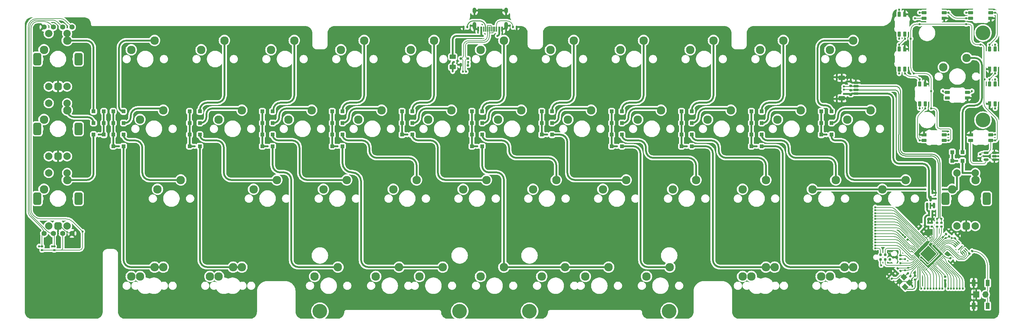
<source format=gbr>
%TF.GenerationSoftware,KiCad,Pcbnew,8.0.9*%
%TF.CreationDate,2025-11-23T23:32:43+01:00*%
%TF.ProjectId,eurovISOn REV,6575726f-7649-4534-9f6e-205245562e6b,rev?*%
%TF.SameCoordinates,Original*%
%TF.FileFunction,Copper,L2,Bot*%
%TF.FilePolarity,Positive*%
%FSLAX46Y46*%
G04 Gerber Fmt 4.6, Leading zero omitted, Abs format (unit mm)*
G04 Created by KiCad (PCBNEW 8.0.9) date 2025-11-23 23:32:43*
%MOMM*%
%LPD*%
G01*
G04 APERTURE LIST*
G04 Aperture macros list*
%AMRoundRect*
0 Rectangle with rounded corners*
0 $1 Rounding radius*
0 $2 $3 $4 $5 $6 $7 $8 $9 X,Y pos of 4 corners*
0 Add a 4 corners polygon primitive as box body*
4,1,4,$2,$3,$4,$5,$6,$7,$8,$9,$2,$3,0*
0 Add four circle primitives for the rounded corners*
1,1,$1+$1,$2,$3*
1,1,$1+$1,$4,$5*
1,1,$1+$1,$6,$7*
1,1,$1+$1,$8,$9*
0 Add four rect primitives between the rounded corners*
20,1,$1+$1,$2,$3,$4,$5,0*
20,1,$1+$1,$4,$5,$6,$7,0*
20,1,$1+$1,$6,$7,$8,$9,0*
20,1,$1+$1,$8,$9,$2,$3,0*%
%AMRotRect*
0 Rectangle, with rotation*
0 The origin of the aperture is its center*
0 $1 length*
0 $2 width*
0 $3 Rotation angle, in degrees counterclockwise*
0 Add horizontal line*
21,1,$1,$2,0,0,$3*%
%AMFreePoly0*
4,1,18,-0.410000,0.593000,-0.403758,0.624380,-0.385983,0.650983,-0.359380,0.668758,-0.328000,0.675000,0.328000,0.675000,0.359380,0.668758,0.385983,0.650983,0.403758,0.624380,0.410000,0.593000,0.410000,-0.593000,0.403758,-0.624380,0.385983,-0.650983,0.359380,-0.668758,0.328000,-0.675000,0.000000,-0.675000,-0.410000,-0.265000,-0.410000,0.593000,-0.410000,0.593000,$1*%
G04 Aperture macros list end*
%TA.AperFunction,ComponentPad*%
%ADD10C,2.300000*%
%TD*%
%TA.AperFunction,ComponentPad*%
%ADD11C,1.397000*%
%TD*%
%TA.AperFunction,ComponentPad*%
%ADD12C,4.000000*%
%TD*%
%TA.AperFunction,ComponentPad*%
%ADD13C,2.000000*%
%TD*%
%TA.AperFunction,ComponentPad*%
%ADD14RoundRect,0.500000X0.500000X-0.500000X0.500000X0.500000X-0.500000X0.500000X-0.500000X-0.500000X0*%
%TD*%
%TA.AperFunction,ComponentPad*%
%ADD15RoundRect,0.550000X0.550000X-1.150000X0.550000X1.150000X-0.550000X1.150000X-0.550000X-1.150000X0*%
%TD*%
%TA.AperFunction,SMDPad,CuDef*%
%ADD16RoundRect,0.150000X0.150000X-0.587500X0.150000X0.587500X-0.150000X0.587500X-0.150000X-0.587500X0*%
%TD*%
%TA.AperFunction,SMDPad,CuDef*%
%ADD17RoundRect,0.250000X0.300000X0.300000X-0.300000X0.300000X-0.300000X-0.300000X0.300000X-0.300000X0*%
%TD*%
%TA.AperFunction,SMDPad,CuDef*%
%ADD18RoundRect,0.140000X-0.219203X-0.021213X-0.021213X-0.219203X0.219203X0.021213X0.021213X0.219203X0*%
%TD*%
%TA.AperFunction,SMDPad,CuDef*%
%ADD19RoundRect,0.082000X-0.328000X-0.593000X0.328000X-0.593000X0.328000X0.593000X-0.328000X0.593000X0*%
%TD*%
%TA.AperFunction,SMDPad,CuDef*%
%ADD20FreePoly0,0.000000*%
%TD*%
%TA.AperFunction,SMDPad,CuDef*%
%ADD21RoundRect,0.135000X-0.135000X-0.185000X0.135000X-0.185000X0.135000X0.185000X-0.135000X0.185000X0*%
%TD*%
%TA.AperFunction,SMDPad,CuDef*%
%ADD22RoundRect,0.140000X0.219203X0.021213X0.021213X0.219203X-0.219203X-0.021213X-0.021213X-0.219203X0*%
%TD*%
%TA.AperFunction,SMDPad,CuDef*%
%ADD23RoundRect,0.082000X-0.593000X0.328000X-0.593000X-0.328000X0.593000X-0.328000X0.593000X0.328000X0*%
%TD*%
%TA.AperFunction,SMDPad,CuDef*%
%ADD24FreePoly0,270.000000*%
%TD*%
%TA.AperFunction,SMDPad,CuDef*%
%ADD25RoundRect,0.250000X-0.300000X-0.300000X0.300000X-0.300000X0.300000X0.300000X-0.300000X0.300000X0*%
%TD*%
%TA.AperFunction,SMDPad,CuDef*%
%ADD26RoundRect,0.175000X-0.175000X-0.325000X0.175000X-0.325000X0.175000X0.325000X-0.175000X0.325000X0*%
%TD*%
%TA.AperFunction,SMDPad,CuDef*%
%ADD27RoundRect,0.150000X-0.200000X-0.150000X0.200000X-0.150000X0.200000X0.150000X-0.200000X0.150000X0*%
%TD*%
%TA.AperFunction,SMDPad,CuDef*%
%ADD28RoundRect,0.082000X0.328000X0.593000X-0.328000X0.593000X-0.328000X-0.593000X0.328000X-0.593000X0*%
%TD*%
%TA.AperFunction,SMDPad,CuDef*%
%ADD29FreePoly0,180.000000*%
%TD*%
%TA.AperFunction,SMDPad,CuDef*%
%ADD30RoundRect,0.140000X-0.170000X0.140000X-0.170000X-0.140000X0.170000X-0.140000X0.170000X0.140000X0*%
%TD*%
%TA.AperFunction,ConnectorPad*%
%ADD31C,0.787400*%
%TD*%
%TA.AperFunction,SMDPad,CuDef*%
%ADD32RoundRect,0.135000X-0.185000X0.135000X-0.185000X-0.135000X0.185000X-0.135000X0.185000X0.135000X0*%
%TD*%
%TA.AperFunction,SMDPad,CuDef*%
%ADD33RoundRect,0.150000X0.625000X-0.150000X0.625000X0.150000X-0.625000X0.150000X-0.625000X-0.150000X0*%
%TD*%
%TA.AperFunction,SMDPad,CuDef*%
%ADD34RoundRect,0.250000X0.650000X-0.350000X0.650000X0.350000X-0.650000X0.350000X-0.650000X-0.350000X0*%
%TD*%
%TA.AperFunction,SMDPad,CuDef*%
%ADD35RoundRect,0.050000X0.309359X-0.238649X-0.238649X0.309359X-0.309359X0.238649X0.238649X-0.309359X0*%
%TD*%
%TA.AperFunction,SMDPad,CuDef*%
%ADD36RoundRect,0.050000X0.309359X0.238649X0.238649X0.309359X-0.309359X-0.238649X-0.238649X-0.309359X0*%
%TD*%
%TA.AperFunction,ComponentPad*%
%ADD37C,0.600000*%
%TD*%
%TA.AperFunction,SMDPad,CuDef*%
%ADD38RoundRect,0.144000X2.059095X0.000000X0.000000X2.059095X-2.059095X0.000000X0.000000X-2.059095X0*%
%TD*%
%TA.AperFunction,SMDPad,CuDef*%
%ADD39RoundRect,0.250000X-0.625000X0.375000X-0.625000X-0.375000X0.625000X-0.375000X0.625000X0.375000X0*%
%TD*%
%TA.AperFunction,SMDPad,CuDef*%
%ADD40RoundRect,0.140000X0.170000X-0.140000X0.170000X0.140000X-0.170000X0.140000X-0.170000X-0.140000X0*%
%TD*%
%TA.AperFunction,SMDPad,CuDef*%
%ADD41RoundRect,0.082000X0.593000X-0.328000X0.593000X0.328000X-0.593000X0.328000X-0.593000X-0.328000X0*%
%TD*%
%TA.AperFunction,SMDPad,CuDef*%
%ADD42FreePoly0,90.000000*%
%TD*%
%TA.AperFunction,SMDPad,CuDef*%
%ADD43RoundRect,0.150000X0.512500X0.150000X-0.512500X0.150000X-0.512500X-0.150000X0.512500X-0.150000X0*%
%TD*%
%TA.AperFunction,SMDPad,CuDef*%
%ADD44RoundRect,0.140000X0.021213X-0.219203X0.219203X-0.021213X-0.021213X0.219203X-0.219203X0.021213X0*%
%TD*%
%TA.AperFunction,SMDPad,CuDef*%
%ADD45RoundRect,0.135000X0.185000X-0.135000X0.185000X0.135000X-0.185000X0.135000X-0.185000X-0.135000X0*%
%TD*%
%TA.AperFunction,SMDPad,CuDef*%
%ADD46RoundRect,0.140000X0.140000X0.170000X-0.140000X0.170000X-0.140000X-0.170000X0.140000X-0.170000X0*%
%TD*%
%TA.AperFunction,SMDPad,CuDef*%
%ADD47RotRect,1.400000X1.200000X315.000000*%
%TD*%
%TA.AperFunction,SMDPad,CuDef*%
%ADD48RoundRect,0.140000X-0.140000X-0.170000X0.140000X-0.170000X0.140000X0.170000X-0.140000X0.170000X0*%
%TD*%
%TA.AperFunction,SMDPad,CuDef*%
%ADD49RoundRect,0.135000X-0.226274X-0.035355X-0.035355X-0.226274X0.226274X0.035355X0.035355X0.226274X0*%
%TD*%
%TA.AperFunction,SMDPad,CuDef*%
%ADD50RotRect,0.900000X0.300000X135.000000*%
%TD*%
%TA.AperFunction,SMDPad,CuDef*%
%ADD51RotRect,1.650000X0.250000X45.000000*%
%TD*%
%TA.AperFunction,SMDPad,CuDef*%
%ADD52RoundRect,0.150000X0.275000X-0.150000X0.275000X0.150000X-0.275000X0.150000X-0.275000X-0.150000X0*%
%TD*%
%TA.AperFunction,SMDPad,CuDef*%
%ADD53RoundRect,0.175000X0.225000X-0.175000X0.225000X0.175000X-0.225000X0.175000X-0.225000X-0.175000X0*%
%TD*%
%TA.AperFunction,SMDPad,CuDef*%
%ADD54RoundRect,0.135000X0.135000X0.185000X-0.135000X0.185000X-0.135000X-0.185000X0.135000X-0.185000X0*%
%TD*%
%TA.AperFunction,SMDPad,CuDef*%
%ADD55R,0.600000X1.450000*%
%TD*%
%TA.AperFunction,SMDPad,CuDef*%
%ADD56R,0.300000X1.450000*%
%TD*%
%TA.AperFunction,HeatsinkPad*%
%ADD57O,1.000000X1.600000*%
%TD*%
%TA.AperFunction,HeatsinkPad*%
%ADD58O,1.000000X2.100000*%
%TD*%
%TA.AperFunction,ComponentPad*%
%ADD59R,1.700000X1.700000*%
%TD*%
%TA.AperFunction,ComponentPad*%
%ADD60O,1.700000X1.700000*%
%TD*%
%TA.AperFunction,SMDPad,CuDef*%
%ADD61RoundRect,0.140000X-0.021213X0.219203X-0.219203X0.021213X0.021213X-0.219203X0.219203X-0.021213X0*%
%TD*%
%TA.AperFunction,SMDPad,CuDef*%
%ADD62RoundRect,0.135000X0.035355X-0.226274X0.226274X-0.035355X-0.035355X0.226274X-0.226274X0.035355X0*%
%TD*%
%TA.AperFunction,SMDPad,CuDef*%
%ADD63R,1.000000X1.700000*%
%TD*%
%TA.AperFunction,ViaPad*%
%ADD64C,0.600000*%
%TD*%
%TA.AperFunction,Conductor*%
%ADD65C,0.200000*%
%TD*%
%TA.AperFunction,Conductor*%
%ADD66C,0.500000*%
%TD*%
%TA.AperFunction,Conductor*%
%ADD67C,0.350000*%
%TD*%
%TA.AperFunction,Conductor*%
%ADD68C,0.250000*%
%TD*%
G04 APERTURE END LIST*
D10*
%TO.P,MX49,1,1*%
%TO.N,ROW3*%
X108902500Y-91122500D03*
%TO.P,MX49,2,2*%
%TO.N,Net-(D42-K)*%
X115252500Y-88582500D03*
%TD*%
%TO.P,MX3,1,1*%
%TO.N,ROW0*%
X61277500Y-29210000D03*
%TO.P,MX3,2,2*%
%TO.N,Net-(D3-K)*%
X67627500Y-26670000D03*
%TD*%
%TO.P,MX18,1,1*%
%TO.N,ROW1*%
X104140000Y-48260000D03*
%TO.P,MX18,2,2*%
%TO.N,Net-(D18-K)*%
X110490000Y-45720000D03*
%TD*%
%TO.P,MX43,1,1*%
%TO.N,ROW3*%
X154146250Y-91122500D03*
%TO.P,MX43,2,2*%
%TO.N,Net-(D43-K)*%
X160496250Y-88582500D03*
%TD*%
%TO.P,MX12,1,1*%
%TO.N,ROW0*%
X232727500Y-29210000D03*
%TO.P,MX12,2,2*%
%TO.N,Net-(D12-K)*%
X239077500Y-26670000D03*
%TD*%
%TO.P,MX33,1,1*%
%TO.N,ROW2*%
X170815000Y-67310000D03*
%TO.P,MX33,2,2*%
%TO.N,Net-(D33-K)*%
X177165000Y-64770000D03*
%TD*%
%TO.P,MX4,1,1*%
%TO.N,ROW0*%
X80327500Y-29210000D03*
%TO.P,MX4,2,2*%
%TO.N,Net-(D4-K)*%
X86677500Y-26670000D03*
%TD*%
D11*
%TO.P,OL2,1,SDA*%
%TO.N,SDA*%
X18415000Y-79375000D03*
%TO.P,OL2,2,SCL*%
%TO.N,SCL*%
X20955000Y-79375000D03*
%TO.P,OL2,3,VCC*%
%TO.N,+3V3*%
X23495000Y-79375000D03*
%TO.P,OL2,4,GND*%
%TO.N,GND*%
X26035000Y-79375000D03*
%TD*%
D10*
%TO.P,MX51,1,1*%
%TO.N,ROW3*%
X208915000Y-91122500D03*
%TO.P,MX51,2,2*%
%TO.N,Net-(D45-K)*%
X215265000Y-88582500D03*
%TD*%
%TO.P,MX24,1,1*%
%TO.N,ROW1*%
X218440000Y-48260000D03*
%TO.P,MX24,2,2*%
%TO.N,Net-(D24-K)*%
X224790000Y-45720000D03*
%TD*%
%TO.P,MX13,1,1*%
%TO.N,ROW0*%
X263683750Y-33972500D03*
%TO.P,MX13,2,2*%
%TO.N,Net-(D13-K)*%
X270033750Y-31432500D03*
%TD*%
D12*
%TO.P,S1,*%
%TO.N,*%
X274478750Y-24606250D03*
X274478750Y-48418750D03*
%TD*%
D10*
%TO.P,MX48,1,1*%
%TO.N,ROW3*%
X63658750Y-91122500D03*
%TO.P,MX48,2,2*%
%TO.N,Net-(D40-K)*%
X70008750Y-88582500D03*
%TD*%
%TO.P,MX27,1,1*%
%TO.N,ROW2*%
X49371250Y-67310000D03*
%TO.P,MX27,2,2*%
%TO.N,Net-(D27-K)*%
X55721250Y-64770000D03*
%TD*%
D13*
%TO.P,SW3,A,A*%
%TO.N,rA*%
X19725000Y-39250000D03*
%TO.P,SW3,B,B*%
%TO.N,rB*%
X24725000Y-39250000D03*
D14*
%TO.P,SW3,C,C*%
%TO.N,GND*%
X22225000Y-39250000D03*
D15*
%TO.P,SW3,MP*%
%TO.N,N/C*%
X16625000Y-31750000D03*
X27825000Y-31750000D03*
D13*
%TO.P,SW3,S1,S1*%
%TO.N,r1*%
X24725000Y-24750000D03*
%TO.P,SW3,S2,S2*%
%TO.N,ROW0*%
X19725000Y-24750000D03*
%TD*%
D10*
%TO.P,MX38,1,1*%
%TO.N,ROW2*%
X266065000Y-67310000D03*
%TO.P,MX38,2,2*%
%TO.N,r4*%
X272415000Y-64770000D03*
%TD*%
D13*
%TO.P,SW6,A,A*%
%TO.N,rE*%
X19725000Y-77350000D03*
%TO.P,SW6,B,B*%
%TO.N,rF*%
X24725000Y-77350000D03*
D14*
%TO.P,SW6,C,C*%
%TO.N,GND*%
X22225000Y-77350000D03*
D15*
%TO.P,SW6,MP*%
%TO.N,N/C*%
X16625000Y-69850000D03*
X27825000Y-69850000D03*
D13*
%TO.P,SW6,S1,S1*%
%TO.N,r3*%
X24725000Y-62850000D03*
%TO.P,SW6,S2,S2*%
%TO.N,ROW2*%
X19725000Y-62850000D03*
%TD*%
D10*
%TO.P,MX34,1,1*%
%TO.N,ROW2*%
X189865000Y-67310000D03*
%TO.P,MX34,2,2*%
%TO.N,Net-(D34-K)*%
X196215000Y-64770000D03*
%TD*%
%TO.P,MX14,1,1*%
%TO.N,ROW1*%
X18415000Y-48260000D03*
%TO.P,MX14,2,2*%
%TO.N,r2*%
X24765000Y-45720000D03*
%TD*%
%TO.P,MX2,1,1*%
%TO.N,ROW0*%
X42227500Y-29210000D03*
%TO.P,MX2,2,2*%
%TO.N,Net-(D2-K)*%
X48577500Y-26670000D03*
%TD*%
%TO.P,MX52,1,1*%
%TO.N,ROW3*%
X230346250Y-91122500D03*
%TO.P,MX52,2,2*%
%TO.N,Net-(D46-K)*%
X236696250Y-88582500D03*
%TD*%
D12*
%TO.P,S3,*%
%TO.N,*%
X188912500Y-100647500D03*
X150812500Y-100647500D03*
%TD*%
D10*
%TO.P,MX53,1,1*%
%TO.N,ROW3*%
X166052500Y-91122500D03*
%TO.P,MX53,2,2*%
%TO.N,Net-(D43-K)*%
X172402500Y-88582500D03*
%TD*%
%TO.P,MX23,1,1*%
%TO.N,ROW1*%
X199390000Y-48260000D03*
%TO.P,MX23,2,2*%
%TO.N,Net-(D23-K)*%
X205740000Y-45720000D03*
%TD*%
%TO.P,MX47,1,1*%
%TO.N,ROW3*%
X42227500Y-91122500D03*
%TO.P,MX47,2,2*%
%TO.N,Net-(D39-K)*%
X48577500Y-88582500D03*
%TD*%
%TO.P,MX31,1,1*%
%TO.N,ROW2*%
X132715000Y-67310000D03*
%TO.P,MX31,2,2*%
%TO.N,Net-(D31-K)*%
X139065000Y-64770000D03*
%TD*%
D13*
%TO.P,SW4,A,A*%
%TO.N,rC*%
X19725000Y-58300000D03*
%TO.P,SW4,B,B*%
%TO.N,rD*%
X24725000Y-58300000D03*
D14*
%TO.P,SW4,C,C*%
%TO.N,GND*%
X22225000Y-58300000D03*
D15*
%TO.P,SW4,MP*%
%TO.N,N/C*%
X16625000Y-50800000D03*
X27825000Y-50800000D03*
D13*
%TO.P,SW4,S1,S1*%
%TO.N,r2*%
X24725000Y-43800000D03*
%TO.P,SW4,S2,S2*%
%TO.N,ROW1*%
X19725000Y-43800000D03*
%TD*%
D10*
%TO.P,MX11,1,1*%
%TO.N,ROW0*%
X213677500Y-29210000D03*
%TO.P,MX11,2,2*%
%TO.N,Net-(D11-K)*%
X220027500Y-26670000D03*
%TD*%
%TO.P,MX40,1,1*%
%TO.N,ROW3*%
X66040000Y-91122500D03*
%TO.P,MX40,2,2*%
%TO.N,Net-(D40-K)*%
X72390000Y-88582500D03*
%TD*%
%TO.P,MX42,1,1*%
%TO.N,ROW3*%
X120808750Y-91122500D03*
%TO.P,MX42,2,2*%
%TO.N,Net-(D42-K)*%
X127158750Y-88582500D03*
%TD*%
%TO.P,MX50,1,1*%
%TO.N,ROW3*%
X137477500Y-91122500D03*
%TO.P,MX50,2,2*%
%TO.N,Net-(D43-K)*%
X143827500Y-88582500D03*
%TD*%
%TO.P,MX5,1,1*%
%TO.N,ROW0*%
X99377500Y-29210000D03*
%TO.P,MX5,2,2*%
%TO.N,Net-(D5-K)*%
X105727500Y-26670000D03*
%TD*%
%TO.P,MX17,1,1*%
%TO.N,ROW1*%
X85090000Y-48260000D03*
%TO.P,MX17,2,2*%
%TO.N,Net-(D17-K)*%
X91440000Y-45720000D03*
%TD*%
%TO.P,MX9,1,1*%
%TO.N,ROW0*%
X175577500Y-29210000D03*
%TO.P,MX9,2,2*%
%TO.N,Net-(D9-K)*%
X181927500Y-26670000D03*
%TD*%
%TO.P,MX16,1,1*%
%TO.N,ROW1*%
X66040000Y-48260000D03*
%TO.P,MX16,2,2*%
%TO.N,Net-(D16-K)*%
X72390000Y-45720000D03*
%TD*%
%TO.P,MX37,1,1*%
%TO.N,ROW2*%
X247015000Y-67310000D03*
%TO.P,MX37,2,2*%
%TO.N,Net-(D37-K)*%
X253365000Y-64770000D03*
%TD*%
%TO.P,MX25,1,1*%
%TO.N,ROW1*%
X237490000Y-48260000D03*
%TO.P,MX25,2,2*%
%TO.N,Net-(D25-K)*%
X243840000Y-45720000D03*
%TD*%
D12*
%TO.P,S2,*%
%TO.N,*%
X131762500Y-100647500D03*
X93662500Y-100647500D03*
%TD*%
D10*
%TO.P,MX28,1,1*%
%TO.N,ROW2*%
X75565000Y-67310000D03*
%TO.P,MX28,2,2*%
%TO.N,Net-(D28-K)*%
X81915000Y-64770000D03*
%TD*%
%TO.P,MX39,1,1*%
%TO.N,ROW3*%
X44608750Y-91122500D03*
%TO.P,MX39,2,2*%
%TO.N,Net-(D39-K)*%
X50958750Y-88582500D03*
%TD*%
%TO.P,MX26,1,1*%
%TO.N,ROW2*%
X18415000Y-67310000D03*
%TO.P,MX26,2,2*%
%TO.N,r3*%
X24765000Y-64770000D03*
%TD*%
D11*
%TO.P,OL1,1,SDA*%
%TO.N,SDA*%
X26035000Y-23018750D03*
%TO.P,OL1,2,SCL*%
%TO.N,SCL*%
X23495000Y-23018750D03*
%TO.P,OL1,3,VCC*%
%TO.N,+3V3*%
X20955000Y-23018750D03*
%TO.P,OL1,4,GND*%
%TO.N,GND*%
X18415000Y-23018750D03*
%TD*%
D12*
%TO.P,S4,*%
%TO.N,*%
X188912500Y-100647500D03*
X93662500Y-100647500D03*
%TD*%
D10*
%TO.P,MX22,1,1*%
%TO.N,ROW1*%
X180340000Y-48260000D03*
%TO.P,MX22,2,2*%
%TO.N,Net-(D22-K)*%
X186690000Y-45720000D03*
%TD*%
%TO.P,MX36,1,1*%
%TO.N,ROW2*%
X227965000Y-67310000D03*
%TO.P,MX36,2,2*%
%TO.N,Net-(D36-K)*%
X234315000Y-64770000D03*
%TD*%
%TO.P,MX8,1,1*%
%TO.N,ROW0*%
X156527500Y-29210000D03*
%TO.P,MX8,2,2*%
%TO.N,Net-(D8-K)*%
X162877500Y-26670000D03*
%TD*%
%TO.P,MX10,1,1*%
%TO.N,ROW0*%
X194627500Y-29210000D03*
%TO.P,MX10,2,2*%
%TO.N,Net-(D10-K)*%
X200977500Y-26670000D03*
%TD*%
%TO.P,MX44,1,1*%
%TO.N,ROW3*%
X182721250Y-91122500D03*
%TO.P,MX44,2,2*%
%TO.N,Net-(D44-K)*%
X189071250Y-88582500D03*
%TD*%
%TO.P,MX32,1,1*%
%TO.N,ROW2*%
X151765000Y-67310000D03*
%TO.P,MX32,2,2*%
%TO.N,Net-(D32-K)*%
X158115000Y-64770000D03*
%TD*%
%TO.P,MX45,1,1*%
%TO.N,ROW3*%
X211296250Y-91122500D03*
%TO.P,MX45,2,2*%
%TO.N,Net-(D45-K)*%
X217646250Y-88582500D03*
%TD*%
%TO.P,MX41,1,1*%
%TO.N,ROW3*%
X92233750Y-91122500D03*
%TO.P,MX41,2,2*%
%TO.N,Net-(D41-K)*%
X98583750Y-88582500D03*
%TD*%
%TO.P,MX46,1,1*%
%TO.N,ROW3*%
X232727500Y-91122500D03*
%TO.P,MX46,2,2*%
%TO.N,Net-(D46-K)*%
X239077500Y-88582500D03*
%TD*%
%TO.P,MX35,1,1*%
%TO.N,ROW2*%
X208915000Y-67310000D03*
%TO.P,MX35,2,2*%
%TO.N,Net-(D35-K)*%
X215265000Y-64770000D03*
%TD*%
%TO.P,MX21,1,1*%
%TO.N,ROW1*%
X161290000Y-48260000D03*
%TO.P,MX21,2,2*%
%TO.N,Net-(D21-K)*%
X167640000Y-45720000D03*
%TD*%
%TO.P,MX20,1,1*%
%TO.N,ROW1*%
X142240000Y-48260000D03*
%TO.P,MX20,2,2*%
%TO.N,Net-(D20-K)*%
X148590000Y-45720000D03*
%TD*%
%TO.P,MX15,1,1*%
%TO.N,ROW1*%
X44608750Y-48260000D03*
%TO.P,MX15,2,2*%
%TO.N,Net-(D15-K)*%
X50958750Y-45720000D03*
%TD*%
%TO.P,MX29,1,1*%
%TO.N,ROW2*%
X94615000Y-67310000D03*
%TO.P,MX29,2,2*%
%TO.N,Net-(D29-K)*%
X100965000Y-64770000D03*
%TD*%
%TO.P,MX30,1,1*%
%TO.N,ROW2*%
X113665000Y-67310000D03*
%TO.P,MX30,2,2*%
%TO.N,Net-(D30-K)*%
X120015000Y-64770000D03*
%TD*%
%TO.P,MX1,1,1*%
%TO.N,ROW0*%
X18415000Y-29210000D03*
%TO.P,MX1,2,2*%
%TO.N,r1*%
X24765000Y-26670000D03*
%TD*%
D13*
%TO.P,SW5,A,A*%
%TO.N,rG*%
X267375000Y-77350000D03*
%TO.P,SW5,B,B*%
%TO.N,rH*%
X272375000Y-77350000D03*
D14*
%TO.P,SW5,C,C*%
%TO.N,GND*%
X269875000Y-77350000D03*
D15*
%TO.P,SW5,MP*%
%TO.N,N/C*%
X264275000Y-69850000D03*
X275475000Y-69850000D03*
D13*
%TO.P,SW5,S1,S1*%
%TO.N,r4*%
X272375000Y-62850000D03*
%TO.P,SW5,S2,S2*%
%TO.N,ROW2*%
X267375000Y-62850000D03*
%TD*%
D10*
%TO.P,MX19,1,1*%
%TO.N,ROW1*%
X123190000Y-48260000D03*
%TO.P,MX19,2,2*%
%TO.N,Net-(D19-K)*%
X129540000Y-45720000D03*
%TD*%
%TO.P,MX6,1,1*%
%TO.N,ROW0*%
X118427500Y-29210000D03*
%TO.P,MX6,2,2*%
%TO.N,Net-(D6-K)*%
X124777500Y-26670000D03*
%TD*%
%TO.P,MX7,1,1*%
%TO.N,ROW0*%
X137477500Y-29210000D03*
%TO.P,MX7,2,2*%
%TO.N,Net-(D7-K)*%
X143827500Y-26670000D03*
%TD*%
D16*
%TO.P,U4,1,GND*%
%TO.N,GND*%
X261143750Y-71725000D03*
%TO.P,U4,2,VO*%
%TO.N,+3V3*%
X259243750Y-71725000D03*
%TO.P,U4,3,VI*%
%TO.N,+5V*%
X260193750Y-69850000D03*
%TD*%
D17*
%TO.P,D3,1,K*%
%TO.N,Net-(D3-K)*%
X60931250Y-46037500D03*
%TO.P,D3,2,A*%
%TO.N,COL2*%
X58131250Y-46037500D03*
%TD*%
D18*
%TO.P,C3,1*%
%TO.N,GND*%
X248922641Y-91081043D03*
%TO.P,C3,2*%
%TO.N,/XTAL_O*%
X249601463Y-91759865D03*
%TD*%
D19*
%TO.P,LED2,1,VDD*%
%TO.N,+5V*%
X277768750Y-38550000D03*
%TO.P,LED2,2,DOUT*%
%TO.N,Net-(LED2-DOUT)*%
X276268750Y-38550000D03*
%TO.P,LED2,3,DIN*%
%TO.N,Net-(LED1-DOUT)*%
X277768750Y-44000000D03*
D20*
%TO.P,LED2,4,VSS*%
%TO.N,GND*%
X276268750Y-44000000D03*
%TD*%
D21*
%TO.P,R3,1*%
%TO.N,/CC2*%
X146324500Y-23017300D03*
%TO.P,R3,2*%
%TO.N,GND*%
X147344500Y-23017300D03*
%TD*%
D17*
%TO.P,D40,1,K*%
%TO.N,Net-(D40-K)*%
X60931250Y-55562500D03*
%TO.P,D40,2,A*%
%TO.N,COL2*%
X58131250Y-55562500D03*
%TD*%
D22*
%TO.P,C9,1*%
%TO.N,+3V3*%
X258316129Y-78095780D03*
%TO.P,C9,2*%
%TO.N,GND*%
X257637307Y-77416958D03*
%TD*%
D23*
%TO.P,LED1,1,VDD*%
%TO.N,+5V*%
X276568750Y-53931250D03*
%TO.P,LED1,2,DOUT*%
%TO.N,Net-(LED1-DOUT)*%
X276568750Y-52431250D03*
%TO.P,LED1,3,DIN*%
%TO.N,indicators*%
X271118750Y-53931250D03*
D24*
%TO.P,LED1,4,VSS*%
%TO.N,GND*%
X271118750Y-52431250D03*
%TD*%
D17*
%TO.P,D33,1,K*%
%TO.N,Net-(D33-K)*%
X156975000Y-52387500D03*
%TO.P,D33,2,A*%
%TO.N,COL7*%
X154175000Y-52387500D03*
%TD*%
D25*
%TO.P,D14,1,K*%
%TO.N,r2*%
X31937500Y-49212500D03*
%TO.P,D14,2,A*%
%TO.N,COL0*%
X34737500Y-49212500D03*
%TD*%
%TO.P,D26,1,K*%
%TO.N,r3*%
X31937500Y-52387500D03*
%TO.P,D26,2,A*%
%TO.N,COL0*%
X34737500Y-52387500D03*
%TD*%
D26*
%TO.P,U5,1,GND*%
%TO.N,GND*%
X132047900Y-33291700D03*
D27*
%TO.P,U5,2,I/O1*%
%TO.N,D_N*%
X132047900Y-31591700D03*
%TO.P,U5,3,I/O2*%
%TO.N,D_P*%
X134047900Y-31591700D03*
%TO.P,U5,4,VCC*%
%TO.N,+5V*%
X134047900Y-33491700D03*
%TD*%
D28*
%TO.P,LED7,1,VDD*%
%TO.N,+5V*%
X251662500Y-34475000D03*
%TO.P,LED7,2,DOUT*%
%TO.N,Net-(LED7-DOUT)*%
X253162500Y-34475000D03*
%TO.P,LED7,3,DIN*%
%TO.N,Net-(LED6-DOUT)*%
X251662500Y-29025000D03*
D29*
%TO.P,LED7,4,VSS*%
%TO.N,GND*%
X253162500Y-29025000D03*
%TD*%
D30*
%TO.P,C2,1*%
%TO.N,GND*%
X255977100Y-91004644D03*
%TO.P,C2,2*%
%TO.N,XTAL_IN*%
X255977100Y-91964644D03*
%TD*%
D17*
%TO.P,D24,1,K*%
%TO.N,Net-(D24-K)*%
X214125000Y-49212500D03*
%TO.P,D24,2,A*%
%TO.N,COL10*%
X211325000Y-49212500D03*
%TD*%
%TO.P,D42,1,K*%
%TO.N,Net-(D42-K)*%
X99825000Y-55562500D03*
%TO.P,D42,2,A*%
%TO.N,COL4*%
X97025000Y-55562500D03*
%TD*%
D30*
%TO.P,C11,1*%
%TO.N,+3V3*%
X264162500Y-91201250D03*
%TO.P,C11,2*%
%TO.N,GND*%
X264162500Y-92161250D03*
%TD*%
D17*
%TO.P,D23,1,K*%
%TO.N,Net-(D23-K)*%
X195075000Y-49212500D03*
%TO.P,D23,2,A*%
%TO.N,COL9*%
X192275000Y-49212500D03*
%TD*%
%TO.P,D28,1,K*%
%TO.N,Net-(D28-K)*%
X60931250Y-52387500D03*
%TO.P,D28,2,A*%
%TO.N,COL2*%
X58131250Y-52387500D03*
%TD*%
%TO.P,D6,1,K*%
%TO.N,Net-(D6-K)*%
X118875000Y-46037500D03*
%TO.P,D6,2,A*%
%TO.N,COL5*%
X116075000Y-46037500D03*
%TD*%
D19*
%TO.P,LED3,1,VDD*%
%TO.N,+5V*%
X277768750Y-29025000D03*
%TO.P,LED3,2,DOUT*%
%TO.N,Net-(LED3-DOUT)*%
X276268750Y-29025000D03*
%TO.P,LED3,3,DIN*%
%TO.N,Net-(LED2-DOUT)*%
X277768750Y-34475000D03*
D20*
%TO.P,LED3,4,VSS*%
%TO.N,GND*%
X276268750Y-34475000D03*
%TD*%
D31*
%TO.P,J5,1,VCC*%
%TO.N,+3V3*%
X246541250Y-85248750D03*
%TO.P,J5,2,SWDIO*%
%TO.N,SWD*%
X246541250Y-86518750D03*
%TO.P,J5,3,~{RST}*%
%TO.N,~{RESET}*%
X247811250Y-85248750D03*
%TO.P,J5,4,SWCLK*%
%TO.N,SWCLK*%
X247811250Y-86518750D03*
%TO.P,J5,5,GND*%
%TO.N,GND*%
X249081250Y-85248750D03*
%TO.P,J5,6,SWO*%
%TO.N,unconnected-(J5-SWO-Pad6)*%
X249081250Y-86518750D03*
%TD*%
D32*
%TO.P,R5,1*%
%TO.N,D_N*%
X261937500Y-76483750D03*
%TO.P,R5,2*%
%TO.N,/D_-*%
X261937500Y-77503750D03*
%TD*%
D17*
%TO.P,D4,1,K*%
%TO.N,Net-(D4-K)*%
X80775000Y-46037500D03*
%TO.P,D4,2,A*%
%TO.N,COL3*%
X77975000Y-46037500D03*
%TD*%
%TO.P,D7,1,K*%
%TO.N,Net-(D7-K)*%
X137925000Y-46037500D03*
%TO.P,D7,2,A*%
%TO.N,COL6*%
X135125000Y-46037500D03*
%TD*%
%TO.P,D10,1,K*%
%TO.N,Net-(D10-K)*%
X195075000Y-46037500D03*
%TO.P,D10,2,A*%
%TO.N,COL9*%
X192275000Y-46037500D03*
%TD*%
%TO.P,D9,1,K*%
%TO.N,Net-(D9-K)*%
X176025000Y-46037500D03*
%TO.P,D9,2,A*%
%TO.N,COL8*%
X173225000Y-46037500D03*
%TD*%
D23*
%TO.P,LED9,1,VDD*%
%TO.N,+5V*%
X263868750Y-53931250D03*
%TO.P,LED9,2,DOUT*%
%TO.N,Net-(LED10-DIN)*%
X263868750Y-52431250D03*
%TO.P,LED9,3,DIN*%
%TO.N,Net-(LED8-DOUT)*%
X258418750Y-53931250D03*
D24*
%TO.P,LED9,4,VSS*%
%TO.N,GND*%
X258418750Y-52431250D03*
%TD*%
D17*
%TO.P,D25,1,K*%
%TO.N,Net-(D25-K)*%
X233175000Y-49212500D03*
%TO.P,D25,2,A*%
%TO.N,COL11*%
X230375000Y-49212500D03*
%TD*%
%TO.P,D22,1,K*%
%TO.N,Net-(D22-K)*%
X176025000Y-49212500D03*
%TO.P,D22,2,A*%
%TO.N,COL8*%
X173225000Y-49212500D03*
%TD*%
D33*
%TO.P,J2,1,Pin_1*%
%TO.N,+5V*%
X239812500Y-41187500D03*
%TO.P,J2,2,Pin_2*%
%TO.N,D_N*%
X239812500Y-40187500D03*
%TO.P,J2,3,Pin_3*%
%TO.N,D_P*%
X239812500Y-39187500D03*
%TO.P,J2,4,Pin_4*%
%TO.N,GND*%
X239812500Y-38187500D03*
D34*
%TO.P,J2,MP,MountPin*%
X235937500Y-42487500D03*
X235937500Y-36887500D03*
%TD*%
D35*
%TO.P,U3,1,IOVDD*%
%TO.N,+3V3*%
X263825407Y-85523452D03*
%TO.P,U3,2,GPIO0*%
%TO.N,RGB MCU*%
X263542564Y-85806295D03*
%TO.P,U3,3,GPIO1*%
%TO.N,/GPIO1*%
X263259722Y-86089137D03*
%TO.P,U3,4,GPIO2*%
%TO.N,COL12*%
X262976879Y-86371980D03*
%TO.P,U3,5,GPIO3*%
%TO.N,ROW0*%
X262694036Y-86654823D03*
%TO.P,U3,6,GPIO4*%
%TO.N,rG*%
X262411194Y-86937665D03*
%TO.P,U3,7,GPIO5*%
%TO.N,rH*%
X262128351Y-87220508D03*
%TO.P,U3,8,GPIO6*%
%TO.N,ROW3*%
X261845508Y-87503351D03*
%TO.P,U3,9,GPIO7*%
%TO.N,/GPIO7*%
X261562665Y-87786194D03*
%TO.P,U3,10,IOVDD*%
%TO.N,+3V3*%
X261279823Y-88069036D03*
%TO.P,U3,11,GPIO8*%
%TO.N,SDA*%
X260996980Y-88351879D03*
%TO.P,U3,12,GPIO9*%
%TO.N,SCL*%
X260714137Y-88634722D03*
%TO.P,U3,13,GPIO10*%
%TO.N,rA*%
X260431295Y-88917564D03*
%TO.P,U3,14,GPIO11*%
%TO.N,rB*%
X260148452Y-89200407D03*
D36*
%TO.P,U3,15,GPIO12*%
%TO.N,rC*%
X258964048Y-89200407D03*
%TO.P,U3,16,GPIO13*%
%TO.N,rD*%
X258681205Y-88917564D03*
%TO.P,U3,17,GPIO14*%
%TO.N,rF*%
X258398363Y-88634722D03*
%TO.P,U3,18,GPIO15*%
%TO.N,rE*%
X258115520Y-88351879D03*
%TO.P,U3,19,TESTEN*%
%TO.N,GND*%
X257832677Y-88069036D03*
%TO.P,U3,20,XTAL_IN*%
%TO.N,XTAL_IN*%
X257549835Y-87786194D03*
%TO.P,U3,21,XTAL_OUT*%
%TO.N,XTAL_OUT*%
X257266992Y-87503351D03*
%TO.P,U3,22,IOVDD*%
%TO.N,+3V3*%
X256984149Y-87220508D03*
%TO.P,U3,23,DVDD*%
%TO.N,+1V1*%
X256701306Y-86937665D03*
%TO.P,U3,24,SWCLK*%
%TO.N,SWCLK*%
X256418464Y-86654823D03*
%TO.P,U3,25,SWDIO*%
%TO.N,SWD*%
X256135621Y-86371980D03*
%TO.P,U3,26,~{RUN}*%
%TO.N,~{RESET}*%
X255852778Y-86089137D03*
%TO.P,U3,27,GPIO16*%
%TO.N,ROW2*%
X255569936Y-85806295D03*
%TO.P,U3,28,GPIO17*%
%TO.N,COL0*%
X255287093Y-85523452D03*
D35*
%TO.P,U3,29,GPIO18*%
%TO.N,COL1*%
X255287093Y-84339048D03*
%TO.P,U3,30,GPIO19*%
%TO.N,COL2*%
X255569936Y-84056205D03*
%TO.P,U3,31,GPIO20*%
%TO.N,COL3*%
X255852778Y-83773363D03*
%TO.P,U3,32,GPIO21*%
%TO.N,COL4*%
X256135621Y-83490520D03*
%TO.P,U3,33,IOVDD*%
%TO.N,+3V3*%
X256418464Y-83207677D03*
%TO.P,U3,34,GPIO22*%
%TO.N,COL5*%
X256701306Y-82924835D03*
%TO.P,U3,35,GPIO23*%
%TO.N,COL6*%
X256984149Y-82641992D03*
%TO.P,U3,36,GPIO24*%
%TO.N,COL7*%
X257266992Y-82359149D03*
%TO.P,U3,37,GPIO25*%
%TO.N,COL8*%
X257549835Y-82076306D03*
%TO.P,U3,38,GPIO26/ADC0*%
%TO.N,COL9*%
X257832677Y-81793464D03*
%TO.P,U3,39,GPIO27/ADC1*%
%TO.N,COL10*%
X258115520Y-81510621D03*
%TO.P,U3,40,GPIO28/ADC2*%
%TO.N,COL11*%
X258398363Y-81227778D03*
%TO.P,U3,41,GPIO29/ADC3*%
%TO.N,ROW1*%
X258681205Y-80944936D03*
%TO.P,U3,42,IOVDD*%
%TO.N,+3V3*%
X258964048Y-80662093D03*
D36*
%TO.P,U3,43,ADC_AVDD*%
X260148452Y-80662093D03*
%TO.P,U3,44,VREG_VIN*%
X260431295Y-80944936D03*
%TO.P,U3,45,VREG_VOUT*%
%TO.N,+1V1*%
X260714137Y-81227778D03*
%TO.P,U3,46,D-*%
%TO.N,/D_-*%
X260996980Y-81510621D03*
%TO.P,U3,47,D+*%
%TO.N,/D_+*%
X261279823Y-81793464D03*
%TO.P,U3,48,USB_VDD*%
%TO.N,+3V3*%
X261562665Y-82076306D03*
%TO.P,U3,49,IOVDD*%
X261845508Y-82359149D03*
%TO.P,U3,50,DVDD*%
%TO.N,+1V1*%
X262128351Y-82641992D03*
%TO.P,U3,51,QSPI_SD3*%
%TO.N,SD3*%
X262411194Y-82924835D03*
%TO.P,U3,52,QSPI_SCLK*%
%TO.N,QSPI_CLK*%
X262694036Y-83207677D03*
%TO.P,U3,53,QSPI_SD0*%
%TO.N,SD0*%
X262976879Y-83490520D03*
%TO.P,U3,54,QSPI_SD2*%
%TO.N,SD2*%
X263259722Y-83773363D03*
%TO.P,U3,55,QSPI_SD1*%
%TO.N,SD1*%
X263542564Y-84056205D03*
%TO.P,U3,56,QSPI_SS_N*%
%TO.N,CS*%
X263825407Y-84339048D03*
D37*
%TO.P,U3,57,GND*%
%TO.N,GND*%
X259556250Y-86734372D03*
X260457811Y-85832811D03*
X261359372Y-84931250D03*
X258654689Y-85832811D03*
X259556250Y-84931250D03*
D38*
X259556250Y-84931250D03*
D37*
X260457811Y-84029689D03*
X257753128Y-84931250D03*
X258654689Y-84029689D03*
X259556250Y-83128128D03*
%TD*%
D39*
%TO.P,F1,1*%
%TO.N,VBUS*%
X129873100Y-31141700D03*
%TO.P,F1,2*%
%TO.N,+5V*%
X129873100Y-33941700D03*
%TD*%
D17*
%TO.P,D31,1,K*%
%TO.N,Net-(D31-K)*%
X118875000Y-52387500D03*
%TO.P,D31,2,A*%
%TO.N,COL5*%
X116075000Y-52387500D03*
%TD*%
%TO.P,D12,1,K*%
%TO.N,Net-(D12-K)*%
X233175000Y-46037500D03*
%TO.P,D12,2,A*%
%TO.N,COL11*%
X230375000Y-46037500D03*
%TD*%
D40*
%TO.P,C8,1*%
%TO.N,+3V3*%
X259556250Y-77473750D03*
%TO.P,C8,2*%
%TO.N,GND*%
X259556250Y-76513750D03*
%TD*%
%TO.P,C1,1*%
%TO.N,GND*%
X273711376Y-58774739D03*
%TO.P,C1,2*%
%TO.N,+5V*%
X273711376Y-57814739D03*
%TD*%
D41*
%TO.P,LED10,1,VDD*%
%TO.N,+5V*%
X264768750Y-40850000D03*
%TO.P,LED10,2,DOUT*%
%TO.N,unconnected-(LED10-DOUT-Pad2)*%
X264768750Y-42350000D03*
%TO.P,LED10,3,DIN*%
%TO.N,Net-(LED10-DIN)*%
X270218750Y-40850000D03*
D42*
%TO.P,LED10,4,VSS*%
%TO.N,GND*%
X270218750Y-42350000D03*
%TD*%
D43*
%TO.P,U1,1*%
%TO.N,GND*%
X277573876Y-57344739D03*
%TO.P,U1,2*%
%TO.N,RGB MCU*%
X277573876Y-58294739D03*
%TO.P,U1,3,GND*%
%TO.N,GND*%
X277573876Y-59244739D03*
%TO.P,U1,4*%
%TO.N,indicators*%
X275298876Y-59244739D03*
%TO.P,U1,5,VCC*%
%TO.N,+5V*%
X275298876Y-57344739D03*
%TD*%
D44*
%TO.P,C18,1*%
%TO.N,+3V3*%
X266872146Y-80696077D03*
%TO.P,C18,2*%
%TO.N,GND*%
X267550968Y-80017255D03*
%TD*%
D22*
%TO.P,C10,1*%
%TO.N,+3V3*%
X257608824Y-78860136D03*
%TO.P,C10,2*%
%TO.N,GND*%
X256930002Y-78181314D03*
%TD*%
D41*
%TO.P,LED5,1,VDD*%
%TO.N,+5V*%
X258418750Y-19093750D03*
%TO.P,LED5,2,DOUT*%
%TO.N,Net-(LED5-DOUT)*%
X258418750Y-20593750D03*
%TO.P,LED5,3,DIN*%
%TO.N,Net-(LED4-DOUT)*%
X263868750Y-19093750D03*
D42*
%TO.P,LED5,4,VSS*%
%TO.N,GND*%
X263868750Y-20593750D03*
%TD*%
D45*
%TO.P,R1,1*%
%TO.N,+3V3*%
X251956250Y-86393750D03*
%TO.P,R1,2*%
%TO.N,~{RESET}*%
X251956250Y-85373750D03*
%TD*%
D17*
%TO.P,D29,1,K*%
%TO.N,Net-(D29-K)*%
X80775000Y-52387500D03*
%TO.P,D29,2,A*%
%TO.N,COL3*%
X77975000Y-52387500D03*
%TD*%
D46*
%TO.P,C16,1*%
%TO.N,GND*%
X260687928Y-68262500D03*
%TO.P,C16,2*%
%TO.N,+5V*%
X259727928Y-68262500D03*
%TD*%
D47*
%TO.P,Y1,1,1*%
%TO.N,/XTAL_O*%
X252870864Y-91289685D03*
%TO.P,Y1,2,2*%
%TO.N,GND*%
X254426499Y-92845320D03*
%TO.P,Y1,3,3*%
%TO.N,XTAL_IN*%
X253224418Y-94047401D03*
%TO.P,Y1,4,4*%
%TO.N,GND*%
X251668783Y-92491766D03*
%TD*%
D48*
%TO.P,C7,1*%
%TO.N,+3V3*%
X259713750Y-73362500D03*
%TO.P,C7,2*%
%TO.N,GND*%
X260673750Y-73362500D03*
%TD*%
D44*
%TO.P,C15,1*%
%TO.N,+3V3*%
X264433582Y-79521455D03*
%TO.P,C15,2*%
%TO.N,GND*%
X265112404Y-78842633D03*
%TD*%
D17*
%TO.P,D18,1,K*%
%TO.N,Net-(D18-K)*%
X99825000Y-49212500D03*
%TO.P,D18,2,A*%
%TO.N,COL4*%
X97025000Y-49212500D03*
%TD*%
D46*
%TO.P,C17,1*%
%TO.N,GND*%
X260673750Y-74356250D03*
%TO.P,C17,2*%
%TO.N,+3V3*%
X259713750Y-74356250D03*
%TD*%
D17*
%TO.P,D39,1,K*%
%TO.N,Net-(D39-K)*%
X40106250Y-55562500D03*
%TO.P,D39,2,A*%
%TO.N,COL1*%
X37306250Y-55562500D03*
%TD*%
D49*
%TO.P,R6,1*%
%TO.N,/XTAL_O*%
X253955078Y-90310951D03*
%TO.P,R6,2*%
%TO.N,XTAL_OUT*%
X254676326Y-91032199D03*
%TD*%
D32*
%TO.P,R4,1*%
%TO.N,D_P*%
X263125000Y-76483750D03*
%TO.P,R4,2*%
%TO.N,/D_+*%
X263125000Y-77503750D03*
%TD*%
D17*
%TO.P,D8,1,K*%
%TO.N,Net-(D8-K)*%
X156975000Y-46037500D03*
%TO.P,D8,2,A*%
%TO.N,COL7*%
X154175000Y-46037500D03*
%TD*%
%TO.P,D16,1,K*%
%TO.N,Net-(D16-K)*%
X60931250Y-49212500D03*
%TO.P,D16,2,A*%
%TO.N,COL2*%
X58131250Y-49212500D03*
%TD*%
D50*
%TO.P,IC1,1,~{CS}*%
%TO.N,CS*%
X269807780Y-83803369D03*
%TO.P,IC1,2,DO_IO1*%
%TO.N,SD1*%
X269454226Y-84156923D03*
%TO.P,IC1,3,~{WP_IO2}*%
%TO.N,SD2*%
X269100673Y-84510476D03*
%TO.P,IC1,4,GND*%
%TO.N,GND*%
X268747119Y-84864030D03*
%TO.P,IC1,5,DI_IO0*%
%TO.N,SD0*%
X266767220Y-82884131D03*
%TO.P,IC1,6,CLK*%
%TO.N,QSPI_CLK*%
X267120774Y-82530577D03*
%TO.P,IC1,7,~{RESET_IO3}*%
%TO.N,SD3*%
X267474327Y-82177024D03*
%TO.P,IC1,8,VCC*%
%TO.N,+3V3*%
X267827881Y-81823470D03*
D51*
%TO.P,IC1,9,EP*%
%TO.N,unconnected-(IC1-EP-Pad9)*%
X268287500Y-83343750D03*
%TD*%
D17*
%TO.P,D35,1,K*%
%TO.N,Net-(D35-K)*%
X195075000Y-52387500D03*
%TO.P,D35,2,A*%
%TO.N,COL9*%
X192275000Y-52387500D03*
%TD*%
D52*
%TO.P,J3,1,Pin_1*%
%TO.N,+5V*%
X238412500Y-41487500D03*
%TO.P,J3,2,Pin_2*%
%TO.N,D_N*%
X238412500Y-40287500D03*
%TO.P,J3,3,Pin_3*%
%TO.N,D_P*%
X238412500Y-39087500D03*
%TO.P,J3,4,Pin_4*%
%TO.N,GND*%
X238412500Y-37887500D03*
D53*
%TO.P,J3,MP,MountPin*%
X234637500Y-42637500D03*
X234637500Y-36737500D03*
%TD*%
D17*
%TO.P,D46,1,K*%
%TO.N,Net-(D46-K)*%
X214125000Y-55562500D03*
%TO.P,D46,2,A*%
%TO.N,COL10*%
X211325000Y-55562500D03*
%TD*%
D25*
%TO.P,D1,1,K*%
%TO.N,r1*%
X31937500Y-46037500D03*
%TO.P,D1,2,A*%
%TO.N,COL0*%
X34737500Y-46037500D03*
%TD*%
D18*
%TO.P,C13,1*%
%TO.N,+3V3*%
X265566839Y-86179339D03*
%TO.P,C13,2*%
%TO.N,GND*%
X266245661Y-86858161D03*
%TD*%
D54*
%TO.P,R2,1*%
%TO.N,/CC1*%
X133841600Y-23017300D03*
%TO.P,R2,2*%
%TO.N,GND*%
X132821600Y-23017300D03*
%TD*%
D17*
%TO.P,D2,1,K*%
%TO.N,Net-(D2-K)*%
X40106250Y-46037500D03*
%TO.P,D2,2,A*%
%TO.N,COL1*%
X37306250Y-46037500D03*
%TD*%
%TO.P,D37,1,K*%
%TO.N,Net-(D37-K)*%
X233175000Y-52387500D03*
%TO.P,D37,2,A*%
%TO.N,COL11*%
X230375000Y-52387500D03*
%TD*%
%TO.P,D13,1,K*%
%TO.N,Net-(D13-K)*%
X268893750Y-57150000D03*
%TO.P,D13,2,A*%
%TO.N,COL12*%
X266093750Y-57150000D03*
%TD*%
%TO.P,D15,1,K*%
%TO.N,Net-(D15-K)*%
X40106250Y-49212500D03*
%TO.P,D15,2,A*%
%TO.N,COL1*%
X37306250Y-49212500D03*
%TD*%
%TO.P,D43,1,K*%
%TO.N,Net-(D43-K)*%
X137925000Y-55562500D03*
%TO.P,D43,2,A*%
%TO.N,COL6*%
X135125000Y-55562500D03*
%TD*%
D55*
%TO.P,J1,A1,GND*%
%TO.N,GND*%
X136836650Y-23587500D03*
%TO.P,J1,A4,VBUS*%
%TO.N,VBUS*%
X137636650Y-23587500D03*
D56*
%TO.P,J1,A5,CC1*%
%TO.N,/CC1*%
X138836650Y-23587500D03*
%TO.P,J1,A6,D+*%
%TO.N,D_P*%
X139836650Y-23587500D03*
%TO.P,J1,A7,D-*%
%TO.N,D_N*%
X140336650Y-23587500D03*
%TO.P,J1,A8,SBU1*%
%TO.N,unconnected-(J1-SBU1-PadA8)*%
X141336650Y-23587500D03*
D55*
%TO.P,J1,A9,VBUS*%
%TO.N,VBUS*%
X142536650Y-23587500D03*
%TO.P,J1,A12,GND*%
%TO.N,GND*%
X143336650Y-23587500D03*
%TO.P,J1,B1,GND*%
X143336650Y-23587500D03*
%TO.P,J1,B4,VBUS*%
%TO.N,VBUS*%
X142536650Y-23587500D03*
D56*
%TO.P,J1,B5,CC2*%
%TO.N,/CC2*%
X141836650Y-23587500D03*
%TO.P,J1,B6,D+*%
%TO.N,D_P*%
X140836650Y-23587500D03*
%TO.P,J1,B7,D-*%
%TO.N,D_N*%
X139336650Y-23587500D03*
%TO.P,J1,B8,SBU2*%
%TO.N,unconnected-(J1-SBU2-PadB8)*%
X138336650Y-23587500D03*
D55*
%TO.P,J1,B9,VBUS*%
%TO.N,VBUS*%
X137636650Y-23587500D03*
%TO.P,J1,B12,GND*%
%TO.N,GND*%
X136836650Y-23587500D03*
D57*
%TO.P,J1,S1,SHIELD*%
X135766650Y-18492500D03*
D58*
X135766650Y-22672500D03*
D57*
X144406650Y-18492500D03*
D58*
X144406650Y-22672500D03*
%TD*%
D59*
%TO.P,SW2,1,1*%
%TO.N,GND*%
X272593750Y-96068750D03*
D60*
%TO.P,SW2,2,2*%
%TO.N,/~{USB_BOOT}*%
X275133750Y-96068750D03*
%TD*%
D61*
%TO.P,C6,1*%
%TO.N,+1V1*%
X251216501Y-88933633D03*
%TO.P,C6,2*%
%TO.N,GND*%
X250537679Y-89612455D03*
%TD*%
D32*
%TO.P,R8,1*%
%TO.N,SDA*%
X17893094Y-82909862D03*
%TO.P,R8,2*%
%TO.N,+3V3*%
X17893094Y-83929862D03*
%TD*%
D17*
%TO.P,D41,1,K*%
%TO.N,Net-(D41-K)*%
X80775000Y-55562500D03*
%TO.P,D41,2,A*%
%TO.N,COL3*%
X77975000Y-55562500D03*
%TD*%
%TO.P,D45,1,K*%
%TO.N,Net-(D45-K)*%
X195075000Y-55562500D03*
%TO.P,D45,2,A*%
%TO.N,COL9*%
X192275000Y-55562500D03*
%TD*%
D41*
%TO.P,LED4,1,VDD*%
%TO.N,+5V*%
X271118750Y-19093750D03*
%TO.P,LED4,2,DOUT*%
%TO.N,Net-(LED4-DOUT)*%
X271118750Y-20593750D03*
%TO.P,LED4,3,DIN*%
%TO.N,Net-(LED3-DOUT)*%
X276568750Y-19093750D03*
D42*
%TO.P,LED4,4,VSS*%
%TO.N,GND*%
X276568750Y-20593750D03*
%TD*%
D17*
%TO.P,D17,1,K*%
%TO.N,Net-(D17-K)*%
X80775000Y-49212500D03*
%TO.P,D17,2,A*%
%TO.N,COL3*%
X77975000Y-49212500D03*
%TD*%
%TO.P,D38,1,K*%
%TO.N,r4*%
X268893750Y-59531250D03*
%TO.P,D38,2,A*%
%TO.N,COL12*%
X266093750Y-59531250D03*
%TD*%
%TO.P,D20,1,K*%
%TO.N,Net-(D20-K)*%
X137925000Y-49212500D03*
%TO.P,D20,2,A*%
%TO.N,COL6*%
X135125000Y-49212500D03*
%TD*%
%TO.P,D34,1,K*%
%TO.N,Net-(D34-K)*%
X176025000Y-52387500D03*
%TO.P,D34,2,A*%
%TO.N,COL8*%
X173225000Y-52387500D03*
%TD*%
%TO.P,D21,1,K*%
%TO.N,Net-(D21-K)*%
X156975000Y-49212500D03*
%TO.P,D21,2,A*%
%TO.N,COL7*%
X154175000Y-49212500D03*
%TD*%
%TO.P,D36,1,K*%
%TO.N,Net-(D36-K)*%
X214125000Y-52387500D03*
%TO.P,D36,2,A*%
%TO.N,COL10*%
X211325000Y-52387500D03*
%TD*%
D40*
%TO.P,C4,1*%
%TO.N,+1V1*%
X260478872Y-77473750D03*
%TO.P,C4,2*%
%TO.N,GND*%
X260478872Y-76513750D03*
%TD*%
D17*
%TO.P,D44,1,K*%
%TO.N,Net-(D44-K)*%
X176025000Y-55562500D03*
%TO.P,D44,2,A*%
%TO.N,COL8*%
X173225000Y-55562500D03*
%TD*%
D22*
%TO.P,C12,1*%
%TO.N,+3V3*%
X253881068Y-81088550D03*
%TO.P,C12,2*%
%TO.N,GND*%
X253202246Y-80409728D03*
%TD*%
D17*
%TO.P,D30,1,K*%
%TO.N,Net-(D30-K)*%
X99825000Y-52387500D03*
%TO.P,D30,2,A*%
%TO.N,COL4*%
X97025000Y-52387500D03*
%TD*%
%TO.P,D11,1,K*%
%TO.N,Net-(D11-K)*%
X214125000Y-46037500D03*
%TO.P,D11,2,A*%
%TO.N,COL10*%
X211325000Y-46037500D03*
%TD*%
D61*
%TO.P,C14,1*%
%TO.N,+3V3*%
X251960062Y-89651671D03*
%TO.P,C14,2*%
%TO.N,GND*%
X251281240Y-90330493D03*
%TD*%
D17*
%TO.P,D5,1,K*%
%TO.N,Net-(D5-K)*%
X99825000Y-46037500D03*
%TO.P,D5,2,A*%
%TO.N,COL4*%
X97025000Y-46037500D03*
%TD*%
D28*
%TO.P,LED6,1,VDD*%
%TO.N,+5V*%
X251662500Y-24950000D03*
%TO.P,LED6,2,DOUT*%
%TO.N,Net-(LED6-DOUT)*%
X253162500Y-24950000D03*
%TO.P,LED6,3,DIN*%
%TO.N,Net-(LED5-DOUT)*%
X251662500Y-19500000D03*
D29*
%TO.P,LED6,4,VSS*%
%TO.N,GND*%
X253162500Y-19500000D03*
%TD*%
D17*
%TO.P,D32,1,K*%
%TO.N,Net-(D32-K)*%
X137925000Y-52387500D03*
%TO.P,D32,2,A*%
%TO.N,COL6*%
X135125000Y-52387500D03*
%TD*%
%TO.P,D27,1,K*%
%TO.N,Net-(D27-K)*%
X40106250Y-52387500D03*
%TO.P,D27,2,A*%
%TO.N,COL1*%
X37306250Y-52387500D03*
%TD*%
D44*
%TO.P,C5,1*%
%TO.N,+1V1*%
X265227189Y-80210209D03*
%TO.P,C5,2*%
%TO.N,GND*%
X265906011Y-79531387D03*
%TD*%
D28*
%TO.P,LED8,1,VDD*%
%TO.N,+5V*%
X257218750Y-44000000D03*
%TO.P,LED8,2,DOUT*%
%TO.N,Net-(LED8-DOUT)*%
X258718750Y-44000000D03*
%TO.P,LED8,3,DIN*%
%TO.N,Net-(LED7-DOUT)*%
X257218750Y-38550000D03*
D29*
%TO.P,LED8,4,VSS*%
%TO.N,GND*%
X258718750Y-38550000D03*
%TD*%
D62*
%TO.P,R9,1*%
%TO.N,CS*%
X270775768Y-84915880D03*
%TO.P,R9,2*%
%TO.N,/~{USB_BOOT}*%
X271497016Y-84194632D03*
%TD*%
D63*
%TO.P,SW1,1,1*%
%TO.N,GND*%
X271943750Y-92893750D03*
X271943750Y-99193750D03*
%TO.P,SW1,2,2*%
%TO.N,/~{USB_BOOT}*%
X275743750Y-92893750D03*
X275743750Y-99193750D03*
%TD*%
D32*
%TO.P,R10,1*%
%TO.N,SCL*%
X21205000Y-82943750D03*
%TO.P,R10,2*%
%TO.N,+3V3*%
X21205000Y-83963750D03*
%TD*%
D17*
%TO.P,D19,1,K*%
%TO.N,Net-(D19-K)*%
X118875000Y-49212500D03*
%TO.P,D19,2,A*%
%TO.N,COL5*%
X116075000Y-49212500D03*
%TD*%
D64*
%TO.N,ROW0*%
X267356259Y-94456250D03*
%TO.N,ROW1*%
X245112500Y-72231250D03*
%TO.N,ROW2*%
X258762500Y-67310000D03*
X245112500Y-82631289D03*
X263525000Y-67310000D03*
%TO.N,ROW3*%
X264956250Y-94456250D03*
%TO.N,COL0*%
X33337500Y-52387500D03*
X245112500Y-81831286D03*
%TO.N,COL1*%
X38893750Y-55562500D03*
X245112500Y-81031283D03*
%TO.N,COL2*%
X59531250Y-55562500D03*
X245112500Y-80231280D03*
%TO.N,COL3*%
X79375000Y-55562500D03*
X245112500Y-79431277D03*
%TO.N,COL4*%
X98425000Y-55562500D03*
X245112500Y-78631274D03*
%TO.N,COL5*%
X245112500Y-77831271D03*
X117475000Y-52387500D03*
%TO.N,COL6*%
X136525000Y-55562500D03*
X245112500Y-77031268D03*
%TO.N,COL8*%
X245112500Y-75431262D03*
X174625000Y-55562500D03*
%TO.N,COL9*%
X193675000Y-55562500D03*
X245112500Y-74631259D03*
%TO.N,COL10*%
X245112500Y-73831256D03*
X212725000Y-55562500D03*
%TO.N,COL11*%
X231775000Y-52387500D03*
X245112500Y-73031253D03*
%TO.N,COL12*%
X267493750Y-59531250D03*
X268156262Y-94456250D03*
%TO.N,SDA*%
X17079344Y-82898567D03*
X263400015Y-94456250D03*
%TO.N,GND*%
X22225000Y-79375000D03*
X131744200Y-23025000D03*
X245112500Y-84231295D03*
X22225000Y-60325000D03*
X252617862Y-79800452D03*
X276411376Y-58283311D03*
X261428388Y-73376272D03*
X276562418Y-21644718D03*
X265112500Y-20637500D03*
X237331250Y-42862500D03*
X271006250Y-96068750D03*
X256243362Y-77507465D03*
X268131250Y-79375000D03*
X269718750Y-82550000D03*
X266560190Y-78973613D03*
X271462500Y-42862500D03*
X253206250Y-27781250D03*
X269875000Y-79375000D03*
X17462500Y-24606250D03*
X261421501Y-74354097D03*
X257175000Y-52387500D03*
X276225000Y-45243750D03*
X249869033Y-90266960D03*
X264174334Y-92878058D03*
X271462500Y-50800000D03*
X258762500Y-37306250D03*
X249081250Y-84231295D03*
X237331250Y-36512500D03*
X17462500Y-78581250D03*
X250672245Y-90966880D03*
X148421795Y-23023714D03*
X241300000Y-38100000D03*
X276225000Y-35718750D03*
X261627520Y-68262500D03*
X266896397Y-87498567D03*
X253206250Y-18262500D03*
X257092648Y-76809674D03*
X260485873Y-75783823D03*
X265783921Y-78174970D03*
X259563136Y-75735621D03*
X255977100Y-90021094D03*
X260271882Y-71726716D03*
X272756193Y-58774225D03*
X22225000Y-41275000D03*
%TO.N,+3V3*%
X259602630Y-79857281D03*
X253192565Y-86393106D03*
X263569992Y-80350763D03*
X253192565Y-89412796D03*
X265956280Y-80619134D03*
X28950045Y-78888037D03*
X245112500Y-83431292D03*
%TO.N,rA*%
X261800009Y-94456250D03*
%TO.N,rB*%
X261000006Y-94456250D03*
%TO.N,rD*%
X259400000Y-94456250D03*
%TO.N,rC*%
X260200003Y-94456250D03*
%TO.N,rF*%
X258575734Y-94431987D03*
%TO.N,rE*%
X257618750Y-94422014D03*
%TO.N,rG*%
X266556256Y-94456250D03*
%TO.N,rH*%
X265756253Y-94456250D03*
%TO.N,+1V1*%
X264323635Y-80619134D03*
X260236915Y-82253897D03*
X257596325Y-85941175D03*
X254045314Y-88810398D03*
%TO.N,+5V*%
X251618750Y-26193750D03*
X265112500Y-53975000D03*
X260350000Y-40481250D03*
X130166800Y-32541700D03*
X257175000Y-19050000D03*
X257175000Y-22225000D03*
X269875000Y-22225000D03*
X254793750Y-26193750D03*
X257175000Y-45243750D03*
X277812500Y-27781250D03*
X134135300Y-32541700D03*
X236522600Y-41272400D03*
X260350000Y-45243750D03*
X263525000Y-40481250D03*
X277812500Y-37306250D03*
X274945858Y-37306250D03*
X277812500Y-53975000D03*
X269875000Y-19050000D03*
X129873100Y-35122536D03*
X261627520Y-69850000D03*
X255587500Y-35718750D03*
X273843750Y-27781250D03*
X251618750Y-35718750D03*
%TO.N,SWD*%
X246700000Y-88106250D03*
X251964356Y-87506250D03*
%TO.N,D_P*%
X263125000Y-75406250D03*
X133472900Y-35167115D03*
X236522600Y-39260000D03*
%TO.N,D_N*%
X132622900Y-35167115D03*
X261938742Y-75426908D03*
X236522600Y-40110000D03*
%TO.N,COL7*%
X155575000Y-52387500D03*
X245112500Y-76231265D03*
%TO.N,SCL*%
X262600012Y-94456250D03*
X20637500Y-82943750D03*
%TO.N,RGB MCU*%
X268956265Y-94456250D03*
X278600000Y-58294739D03*
%TO.N,Net-(LED1-DOUT)*%
X277812500Y-45243750D03*
X277812500Y-52387500D03*
%TO.N,Net-(LED2-DOUT)*%
X276225000Y-37306250D03*
X277812500Y-35718750D03*
%TO.N,Net-(LED3-DOUT)*%
X277812500Y-19050000D03*
X276225000Y-27781250D03*
%TO.N,Net-(LED4-DOUT)*%
X265112500Y-19050000D03*
X269875000Y-20637500D03*
%TO.N,Net-(LED5-DOUT)*%
X255925000Y-20637500D03*
X251618750Y-18262500D03*
%TO.N,Net-(LED6-DOUT)*%
X251618750Y-27781250D03*
X253206250Y-26193750D03*
%TO.N,Net-(LED7-DOUT)*%
X253206250Y-35718750D03*
X257175000Y-37306250D03*
%TO.N,Net-(LED8-DOUT)*%
X257175000Y-53975000D03*
X258762500Y-45243750D03*
%TO.N,Net-(LED10-DIN)*%
X265112500Y-52387500D03*
X271462500Y-40481250D03*
%TO.N,VBUS*%
X138103800Y-25398400D03*
X142072300Y-25398400D03*
%TD*%
D65*
%TO.N,ROW0*%
X263639951Y-87600736D02*
X266535232Y-90496018D01*
X262694036Y-86654823D02*
X262575000Y-86535787D01*
X266535232Y-90496018D02*
X266535233Y-90496018D01*
X266535233Y-90496018D02*
X266770473Y-90731258D01*
X262576878Y-86537665D02*
X262576880Y-86537665D01*
X262694036Y-86654823D02*
X263639949Y-87600736D01*
X267356259Y-92145471D02*
X267356259Y-94456250D01*
X263639949Y-87600736D02*
X263639951Y-87600736D01*
X262575000Y-86535787D02*
X262576878Y-86537665D01*
X267356259Y-92145471D02*
G75*
G03*
X266770450Y-90731281I-1999959J-29D01*
G01*
%TO.N,ROW1*%
X249139095Y-72231250D02*
X245112500Y-72231250D01*
X250553308Y-72817036D02*
X258681207Y-80944934D01*
X250553308Y-72817036D02*
G75*
G03*
X249139095Y-72231239I-1414208J-1414164D01*
G01*
%TO.N,ROW2*%
X255569935Y-85806295D02*
X255192439Y-86183791D01*
X251937731Y-83217075D02*
X254904448Y-86183791D01*
D66*
X267375000Y-67310000D02*
X266065000Y-67310000D01*
X258762500Y-67310000D02*
X247015000Y-67310000D01*
D65*
X255192439Y-86183791D02*
X254904448Y-86183791D01*
X255569936Y-85806295D02*
X255569935Y-85806295D01*
D66*
X267375000Y-62850000D02*
X267375000Y-67310000D01*
X266065000Y-67310000D02*
X263515000Y-67310000D01*
D65*
X250523518Y-82631289D02*
X245112500Y-82631289D01*
D66*
X227965000Y-67310000D02*
X247015000Y-67310000D01*
D65*
X250523518Y-82631289D02*
G75*
G02*
X251937724Y-83217082I-18J-2000011D01*
G01*
%TO.N,ROW3*%
X264956250Y-94456250D02*
X264956250Y-91442520D01*
X264370463Y-90028306D02*
X261845508Y-87503351D01*
X264370463Y-90028306D02*
G75*
G02*
X264956250Y-91442520I-1414163J-1414194D01*
G01*
D66*
%TO.N,COL0*%
X34737500Y-46037500D02*
X34737500Y-52387500D01*
X34737500Y-52387500D02*
X33337500Y-52387500D01*
D65*
X245112500Y-81831286D02*
X250477543Y-81831286D01*
X254862680Y-85387997D02*
X251891756Y-82417072D01*
X255287093Y-85523452D02*
X255189697Y-85523452D01*
X255189697Y-85523452D02*
G75*
G02*
X254862686Y-85387991I3J462452D01*
G01*
X250477543Y-81831286D02*
G75*
G02*
X251891737Y-82417091I-43J-2000014D01*
G01*
D66*
%TO.N,COL1*%
X37306250Y-55562500D02*
X38893750Y-55562500D01*
D65*
X252949434Y-82753799D02*
X252949434Y-82753800D01*
X252949434Y-82753800D02*
X251812704Y-81617070D01*
X250398490Y-81031283D02*
X245112500Y-81031283D01*
X255287093Y-84339048D02*
X254604494Y-84339048D01*
D66*
X37306250Y-46037500D02*
X37306250Y-55562500D01*
D65*
X254485317Y-84289683D02*
X252949434Y-82753799D01*
X251812704Y-81617070D02*
G75*
G03*
X250398490Y-81031295I-1414204J-1414230D01*
G01*
X254604494Y-84339048D02*
G75*
G02*
X254485319Y-84289681I6J168548D01*
G01*
%TO.N,COL2*%
X255569936Y-84056205D02*
X255144365Y-83630635D01*
X254501802Y-83630635D02*
X255076371Y-83630635D01*
X253349435Y-82588114D02*
X253349434Y-82588114D01*
D66*
X58131250Y-55562500D02*
X59531250Y-55562500D01*
X58131250Y-46037500D02*
X58131250Y-55562500D01*
D65*
X255168471Y-83656946D02*
X255191318Y-83677694D01*
X250164173Y-80231280D02*
X245112500Y-80231280D01*
X253349435Y-82588114D02*
X254314285Y-83552963D01*
X255191318Y-83677694D02*
X255192388Y-83678764D01*
X255108711Y-83632206D02*
X255168471Y-83656946D01*
X255076371Y-83630635D02*
X255108711Y-83632206D01*
X255192439Y-83678712D02*
X255569934Y-84056207D01*
X253349434Y-82588114D02*
X251578387Y-80817067D01*
X255192439Y-83678709D02*
X255192439Y-83678712D01*
X251578387Y-80817067D02*
G75*
G03*
X250164173Y-80231305I-1414187J-1414233D01*
G01*
X254314285Y-83552963D02*
G75*
G03*
X254501802Y-83630620I187515J187563D01*
G01*
%TO.N,COL3*%
X253066629Y-81739622D02*
X254416249Y-83089242D01*
X255355161Y-83279948D02*
X255362155Y-83282845D01*
X245112500Y-79431277D02*
X249929856Y-79431277D01*
X254757601Y-83230635D02*
X255139476Y-83230635D01*
X253066629Y-81739621D02*
X253066629Y-81739622D01*
X255182732Y-83230635D02*
X255236109Y-83230635D01*
X255182732Y-83230635D02*
X255243282Y-83233594D01*
X255243282Y-83233594D02*
X255355161Y-83279948D01*
D66*
X77975000Y-46037500D02*
X77975000Y-55562500D01*
X77975000Y-55562500D02*
X79375000Y-55562500D01*
D65*
X253066627Y-81739621D02*
X253066629Y-81739621D01*
X255362155Y-83282845D02*
X255852726Y-83773416D01*
X255139476Y-83230635D02*
X255182732Y-83230635D01*
X251344070Y-80017064D02*
X253066627Y-81739621D01*
X255236109Y-83230635D02*
G75*
G02*
X255355157Y-83279952I-9J-168365D01*
G01*
X254416249Y-83089242D02*
G75*
G03*
X254757601Y-83230637I341351J341342D01*
G01*
X249929856Y-79431277D02*
G75*
G02*
X251344097Y-80017037I44J-2000023D01*
G01*
%TO.N,COL4*%
X255574110Y-82929114D02*
X256135568Y-83490573D01*
X245112500Y-78631274D02*
X249695539Y-78631274D01*
D66*
X97025000Y-46037500D02*
X97025000Y-55562500D01*
D65*
X251109753Y-79217061D02*
X254580939Y-82688247D01*
X255758120Y-83113021D02*
X255758129Y-83113030D01*
X254924693Y-82830635D02*
X255336361Y-82830635D01*
D66*
X97025000Y-55562500D02*
X98425000Y-55562500D01*
D65*
X255758129Y-83113030D02*
X256135621Y-83490520D01*
X254580939Y-82688247D02*
G75*
G03*
X254924693Y-82830642I343761J343747D01*
G01*
X255336361Y-82830635D02*
G75*
G02*
X255574137Y-82929087I39J-336265D01*
G01*
X249695539Y-78631274D02*
G75*
G02*
X251109739Y-79217075I-39J-2000026D01*
G01*
%TO.N,COL5*%
X252193523Y-78417058D02*
X256323803Y-82547338D01*
X256323803Y-82547338D02*
X256323813Y-82547338D01*
X245112500Y-77831271D02*
X250779309Y-77831271D01*
D66*
X116075000Y-52387500D02*
X117475000Y-52387500D01*
X116075000Y-46037500D02*
X116075000Y-52387500D01*
D65*
X256280534Y-82504223D02*
X256764633Y-82988323D01*
X256323813Y-82547338D02*
X256323813Y-82547342D01*
X250779309Y-77831271D02*
G75*
G02*
X252193525Y-78417056I-9J-2000029D01*
G01*
D66*
%TO.N,COL6*%
X135125000Y-46037500D02*
X135125000Y-55562500D01*
D65*
X251959206Y-77617055D02*
X256984146Y-82641995D01*
X245112500Y-77031268D02*
X250544992Y-77031268D01*
D66*
X135125000Y-55562500D02*
X136525000Y-55562500D01*
D65*
X250544992Y-77031268D02*
G75*
G02*
X251959217Y-77617044I8J-2000032D01*
G01*
D66*
%TO.N,COL8*%
X173225000Y-46037500D02*
X173225000Y-55562500D01*
D65*
X245112500Y-75431262D02*
X250076358Y-75431262D01*
D66*
X173225000Y-55562500D02*
X174625000Y-55562500D01*
D65*
X251490572Y-76017049D02*
X257549832Y-82076309D01*
X251490572Y-76017049D02*
G75*
G03*
X250076358Y-75431303I-1414172J-1414251D01*
G01*
%TO.N,COL9*%
X257832673Y-81793464D02*
X257010229Y-80971020D01*
X257832677Y-81793464D02*
X257832673Y-81793464D01*
D66*
X192275000Y-46037500D02*
X192275000Y-55562500D01*
X192275000Y-55562500D02*
X193675000Y-55562500D01*
D65*
X245112500Y-74631259D02*
X249842041Y-74631259D01*
X251256255Y-75217046D02*
X257455176Y-81415967D01*
X251256255Y-75217046D02*
G75*
G03*
X249842041Y-74631242I-1414255J-1414254D01*
G01*
D66*
%TO.N,COL10*%
X211325000Y-46037500D02*
X211325000Y-55562500D01*
X211325000Y-55562500D02*
X212725000Y-55562500D01*
D65*
X258115520Y-81510621D02*
X257738024Y-81133127D01*
X245112500Y-73831256D02*
X249607724Y-73831256D01*
X251021938Y-74417043D02*
X257738020Y-81133125D01*
X249607724Y-73831256D02*
G75*
G02*
X251021935Y-74417046I-24J-2000044D01*
G01*
D66*
%TO.N,COL11*%
X230375000Y-52387500D02*
X231775000Y-52387500D01*
D65*
X250668750Y-73498169D02*
X258398361Y-81227780D01*
D66*
X230375000Y-46037500D02*
X230375000Y-52387500D01*
D65*
X245112500Y-73031253D02*
X249541516Y-73031253D01*
X250668750Y-73498164D02*
X250668750Y-73498169D01*
X249541516Y-73031253D02*
G75*
G02*
X250668742Y-73498177I-16J-1594147D01*
G01*
%TO.N,COL12*%
X268156262Y-92379789D02*
X268156262Y-94456250D01*
X264039952Y-87435053D02*
X267570475Y-90965575D01*
X262976879Y-86371980D02*
X262976881Y-86371980D01*
X263805640Y-87200739D02*
X264039945Y-87435046D01*
D66*
X266093750Y-59531250D02*
X267493750Y-59531250D01*
X266093750Y-57150000D02*
X266093750Y-59531250D01*
D65*
X262976881Y-86371980D02*
X263805634Y-87200733D01*
X263805640Y-87200739D02*
X263805634Y-87200733D01*
X264039952Y-87435053D02*
X264039945Y-87435046D01*
X268156262Y-92379789D02*
G75*
G03*
X267570462Y-90965588I-1999962J-11D01*
G01*
D66*
%TO.N,r1*%
X31937500Y-28670000D02*
X31937500Y-46037500D01*
X24765000Y-26670000D02*
X29937500Y-26670000D01*
X24725000Y-24750000D02*
X24725000Y-26630000D01*
X24725000Y-26630000D02*
G75*
G03*
X24765000Y-26670000I40000J0D01*
G01*
X29937500Y-26670000D02*
G75*
G02*
X31937500Y-28670000I0J-2000000D01*
G01*
%TO.N,r2*%
X24725000Y-45720000D02*
X24765000Y-45720000D01*
X30350000Y-47625000D02*
X26670000Y-47625000D01*
X24725000Y-43800000D02*
X24725000Y-45720000D01*
X31937500Y-49212500D02*
G75*
G03*
X30350000Y-47625000I-1587500J0D01*
G01*
X26670000Y-47625000D02*
G75*
G02*
X24765000Y-45720000I0J1905000D01*
G01*
%TO.N,r3*%
X24765000Y-64770000D02*
X30162500Y-64770000D01*
X24725000Y-62850000D02*
X24725000Y-64770000D01*
X24725000Y-64770000D02*
X24765000Y-64770000D01*
X31937500Y-52387500D02*
X31937500Y-62995000D01*
X31937500Y-62995000D02*
G75*
G02*
X30162500Y-64770000I-1775000J0D01*
G01*
%TO.N,r4*%
X268893750Y-59531250D02*
X268893750Y-62850000D01*
X268893750Y-62850000D02*
X272375000Y-62850000D01*
D65*
%TO.N,SDA*%
X17893094Y-82909862D02*
X17090639Y-82909862D01*
X18415000Y-79375000D02*
X18415000Y-79272590D01*
X263400015Y-94456250D02*
X263400015Y-91583338D01*
X261374480Y-88729375D02*
X262814229Y-90169125D01*
X17893094Y-82909862D02*
X17893094Y-79896906D01*
X17829213Y-77858376D02*
X14697037Y-74726201D01*
X24300778Y-21284528D02*
X26035000Y-23018750D01*
X261374480Y-88729375D02*
X260996982Y-88351877D01*
X14111250Y-73311987D02*
X14111250Y-23001545D01*
X17090639Y-82909862D02*
X17079344Y-82898567D01*
X16414054Y-20698741D02*
X22886564Y-20698741D01*
X18415000Y-79272590D02*
G75*
G03*
X17829208Y-77858381I-2000000J-10D01*
G01*
X17893094Y-79896906D02*
G75*
G02*
X18415000Y-79374994I521906J6D01*
G01*
X22886564Y-20698741D02*
G75*
G02*
X24300788Y-21284518I36J-1999959D01*
G01*
X14697037Y-74726201D02*
G75*
G02*
X14111245Y-73311987I1414163J1414201D01*
G01*
X14111250Y-23001545D02*
G75*
G02*
X16414054Y-20698740I2302810J-5D01*
G01*
X262814229Y-90169125D02*
G75*
G02*
X263399984Y-91583338I-1414229J-1414175D01*
G01*
%TO.N,GND*%
X277372804Y-59244739D02*
X277573876Y-59244739D01*
D66*
X136836650Y-23587500D02*
X136681650Y-23587500D01*
X260673750Y-74356250D02*
X261419348Y-74356250D01*
D65*
X273711376Y-58774739D02*
X272756707Y-58774739D01*
D66*
X234637500Y-36737500D02*
X235937500Y-36737500D01*
D65*
X22225000Y-58300000D02*
X22225000Y-60325000D01*
X257218750Y-52431250D02*
X257175000Y-52387500D01*
X252473162Y-95466912D02*
X256008862Y-95466912D01*
X265068750Y-20593750D02*
X265112500Y-20637500D01*
D66*
X131751900Y-23017300D02*
X131744200Y-23025000D01*
D67*
X253202246Y-80409728D02*
X253202246Y-80384836D01*
D65*
X271118750Y-52431250D02*
X271118750Y-51143750D01*
X258718750Y-37350000D02*
X258762500Y-37306250D01*
D67*
X265906011Y-79531387D02*
X266002416Y-79531387D01*
D65*
X249668710Y-92491766D02*
X251668783Y-92491766D01*
X251685941Y-92508924D02*
X251668783Y-92491766D01*
D66*
X235937500Y-36887500D02*
X236956250Y-36887500D01*
D67*
X260478872Y-76513750D02*
X260478872Y-75790824D01*
D68*
X251281240Y-90357885D02*
X250672245Y-90966880D01*
D65*
X274202804Y-58283311D02*
X273711376Y-58774739D01*
D66*
X235937500Y-42637500D02*
X235937500Y-42487500D01*
D68*
X250523538Y-89612455D02*
X249869033Y-90266960D01*
D66*
X261414616Y-73362500D02*
X261428388Y-73376272D01*
D65*
X272529537Y-96004537D02*
X272593750Y-96068750D01*
X276568750Y-20593750D02*
X276568750Y-21638386D01*
X24117103Y-78580581D02*
X22886522Y-77350000D01*
X251668783Y-92491766D02*
X251668783Y-94662533D01*
D68*
X251281240Y-90330493D02*
X251281240Y-90357885D01*
D67*
X264162500Y-92161250D02*
X264162500Y-92866224D01*
D66*
X260673750Y-73362500D02*
X261414616Y-73362500D01*
D68*
X250537679Y-89612455D02*
X250523538Y-89612455D01*
D66*
X261419348Y-74356250D02*
X261421501Y-74354097D01*
D65*
X248922641Y-91081043D02*
X248922641Y-91745697D01*
D67*
X260478872Y-75790824D02*
X260485873Y-75783823D01*
X265116258Y-78842633D02*
X265783921Y-78174970D01*
D65*
X272756707Y-58774739D02*
X272756193Y-58774225D01*
D66*
X239812500Y-38187500D02*
X241212500Y-38187500D01*
D65*
X276411376Y-58283311D02*
X274202804Y-58283311D01*
X276268750Y-44000000D02*
X276268750Y-45200000D01*
X269875000Y-77350000D02*
X269875000Y-79375000D01*
D67*
X264162500Y-92866224D02*
X264174334Y-92878058D01*
D65*
X22886522Y-77350000D02*
X22225000Y-77350000D01*
X271943750Y-92893750D02*
X271943750Y-94590323D01*
D67*
X256917211Y-78181314D02*
X256243362Y-77507465D01*
D65*
X257041215Y-88862039D02*
X257042302Y-88859415D01*
X277573876Y-57344739D02*
X277349948Y-57344739D01*
D67*
X266255991Y-86858161D02*
X266896397Y-87498567D01*
D65*
X257455184Y-88446533D02*
X257832679Y-88069038D01*
X254426499Y-92555245D02*
X255977100Y-91004644D01*
X254426499Y-92845320D02*
X254426499Y-92555245D01*
D67*
X259556250Y-76513750D02*
X259556250Y-75742507D01*
D65*
X253162500Y-29025000D02*
X253162500Y-27825000D01*
X276268750Y-34475000D02*
X276268750Y-35675000D01*
D66*
X143336650Y-23587500D02*
X143491650Y-23587500D01*
D67*
X253202246Y-80384836D02*
X252617862Y-79800452D01*
D68*
X249081250Y-84231295D02*
X249081250Y-85248750D01*
D66*
X234637500Y-42637500D02*
X235937500Y-42637500D01*
X147344500Y-23017300D02*
X148415381Y-23017300D01*
D67*
X257637307Y-77416958D02*
X257637307Y-77354333D01*
D65*
X22225000Y-39250000D02*
X22225000Y-41275000D01*
D67*
X259556250Y-75742507D02*
X259563136Y-75735621D01*
D66*
X260687928Y-68262500D02*
X261627520Y-68262500D01*
D65*
X257020910Y-88933551D02*
X257021972Y-88908437D01*
D67*
X258375000Y-52387500D02*
X258418750Y-52431250D01*
D66*
X148415381Y-23017300D02*
X148421795Y-23023714D01*
D65*
X249736724Y-90266960D02*
X249869033Y-90266960D01*
X272529537Y-96132963D02*
X272593750Y-96068750D01*
X253162500Y-18306250D02*
X253206250Y-18262500D01*
X268376409Y-84493320D02*
X268376409Y-83892341D01*
X257021972Y-88908437D02*
X257041215Y-88862039D01*
D68*
X251255717Y-90330493D02*
X250537679Y-89612455D01*
D65*
X258718750Y-38550000D02*
X258718750Y-37350000D01*
D66*
X236956250Y-42487500D02*
X235937500Y-42487500D01*
D67*
X267550968Y-79955282D02*
X268131250Y-79375000D01*
D66*
X235937500Y-36737500D02*
X235937500Y-36887500D01*
D67*
X266002416Y-79531387D02*
X266560190Y-78973613D01*
D65*
X270218750Y-42350000D02*
X270950000Y-42350000D01*
X271943750Y-99193750D02*
X271943750Y-97547177D01*
X257042302Y-88859415D02*
X257455184Y-88446533D01*
X263868750Y-20593750D02*
X265068750Y-20593750D01*
X253162500Y-27825000D02*
X253206250Y-27781250D01*
X257018750Y-88977784D02*
X257020910Y-88933551D01*
X276568750Y-21638386D02*
X276562418Y-21644718D01*
X253162500Y-19500000D02*
X253162500Y-18306250D01*
X254090103Y-92508924D02*
X251685941Y-92508924D01*
D67*
X257637307Y-77354333D02*
X257092648Y-76809674D01*
D65*
X257018750Y-94457024D02*
X257018750Y-88977784D01*
X17462500Y-24606250D02*
X17462500Y-23971250D01*
X268376409Y-83892341D02*
X269718750Y-82550000D01*
X268747119Y-84864030D02*
X268376409Y-84493320D01*
D66*
X132821600Y-23017300D02*
X131751900Y-23017300D01*
X261143750Y-71725000D02*
X260273598Y-71725000D01*
D67*
X256930002Y-78181314D02*
X256917211Y-78181314D01*
X257175000Y-52387500D02*
X258375000Y-52387500D01*
D65*
X255977100Y-91004644D02*
X255977100Y-90021094D01*
D68*
X251281240Y-90330493D02*
X251255717Y-90330493D01*
D67*
X265112404Y-78842633D02*
X265116258Y-78842633D01*
D66*
X239812500Y-38187500D02*
X238712500Y-38187500D01*
D65*
X272593750Y-96068750D02*
X271006250Y-96068750D01*
D67*
X267550968Y-80017255D02*
X267550968Y-79955282D01*
X266245661Y-86858161D02*
X266255991Y-86858161D01*
D66*
X260273598Y-71725000D02*
X260271882Y-71726716D01*
D65*
X270950000Y-42350000D02*
G75*
G02*
X271462500Y-42862500I0J-512500D01*
G01*
X276268750Y-35675000D02*
G75*
G02*
X276225000Y-35718750I-43750J0D01*
G01*
D66*
X241212500Y-38187500D02*
G75*
G03*
X241300000Y-38100000I0J87500D01*
G01*
D65*
X277349948Y-57344739D02*
G75*
G03*
X276411339Y-58283311I-48J-938561D01*
G01*
X251668783Y-94662533D02*
G75*
G03*
X252473162Y-95466917I804417J33D01*
G01*
X248922641Y-91081043D02*
G75*
G02*
X249736724Y-90266941I814059J43D01*
G01*
D66*
X136681650Y-23587500D02*
G75*
G02*
X135766600Y-22672500I-50J915000D01*
G01*
D65*
X272529537Y-96132963D02*
G75*
G03*
X271943719Y-97547177I1414163J-1414237D01*
G01*
X276268750Y-45200000D02*
G75*
G02*
X276225000Y-45243750I-43750J0D01*
G01*
D66*
X143491650Y-23587500D02*
G75*
G03*
X144406700Y-22672500I50J915000D01*
G01*
D65*
X276411376Y-58283311D02*
G75*
G03*
X277372804Y-59244724I961424J11D01*
G01*
X248922641Y-91745697D02*
G75*
G03*
X249668710Y-92491759I746059J-3D01*
G01*
X254426499Y-92845320D02*
G75*
G03*
X254090103Y-92508901I-336399J20D01*
G01*
X271118750Y-51143750D02*
G75*
G02*
X271462500Y-50799950I343750J50D01*
G01*
X26035000Y-79375000D02*
G75*
G02*
X24117106Y-78580578I0J2712300D01*
G01*
X256008862Y-95466912D02*
G75*
G03*
X257018812Y-94457024I38J1009912D01*
G01*
D66*
X236956250Y-36887500D02*
G75*
G03*
X237331200Y-36512500I-50J375000D01*
G01*
X238712500Y-38187500D02*
G75*
G02*
X238412500Y-37887500I0J300000D01*
G01*
D65*
X271943750Y-94590323D02*
G75*
G03*
X272529559Y-96004515I1999950J23D01*
G01*
D66*
X237331250Y-42862500D02*
G75*
G03*
X236956250Y-42487450I-375050J0D01*
G01*
D65*
X17462500Y-23971250D02*
G75*
G02*
X18415000Y-23018750I952500J0D01*
G01*
%TO.N,+3V3*%
X255596017Y-82385233D02*
X256418462Y-83207679D01*
X253050000Y-89412796D02*
X252536757Y-89412796D01*
X20955000Y-23018750D02*
X20020778Y-22084528D01*
X263800015Y-90589225D02*
X263368754Y-90157965D01*
X23018750Y-83963750D02*
X27955000Y-83963750D01*
X264433582Y-79521455D02*
X264399300Y-79521455D01*
X255304655Y-88899998D02*
X255367951Y-88836701D01*
X26227879Y-76165871D02*
X28950045Y-78888037D01*
X246507407Y-83988108D02*
X246507407Y-85214907D01*
X16693250Y-21498740D02*
X18606564Y-21498741D01*
D67*
X259434396Y-79857281D02*
X259602630Y-79857281D01*
X257608824Y-78860136D02*
X258020183Y-79271495D01*
D65*
X28950045Y-78888037D02*
X28950045Y-82968705D01*
X256338026Y-83127345D02*
X257160471Y-83949791D01*
D66*
X258606250Y-77805659D02*
X258316129Y-78095780D01*
D67*
X259556250Y-77473750D02*
X259556250Y-79810901D01*
D65*
X261477289Y-88266264D02*
X260654844Y-87443818D01*
D66*
X259713750Y-73362500D02*
X259713750Y-74356250D01*
D65*
X261562668Y-82076309D02*
X263088968Y-80550009D01*
X254595086Y-81384306D02*
X255596015Y-82385236D01*
X260691634Y-80293401D02*
X260396793Y-79998559D01*
X259602630Y-80116271D02*
X260148452Y-80662093D01*
X259602630Y-80023511D02*
X258964048Y-80662093D01*
X264162500Y-90951711D02*
X263800015Y-90589226D01*
D66*
X258606250Y-75463750D02*
X258606250Y-76993750D01*
D65*
X255367951Y-88836701D02*
X256984147Y-87220506D01*
X261845506Y-82358092D02*
X261845506Y-82359147D01*
D66*
X258316129Y-78152831D02*
X257608824Y-78860136D01*
D65*
X259602630Y-79857281D02*
X259602630Y-80023511D01*
X255304655Y-88900000D02*
X255304655Y-88899998D01*
X259341544Y-81039587D02*
X259400000Y-81098043D01*
D66*
X259086250Y-77473750D02*
X259556250Y-77473750D01*
D65*
X256752648Y-87452528D02*
X257575094Y-86630083D01*
X21205000Y-83963750D02*
X23018750Y-83963750D01*
D66*
X258606250Y-76993750D02*
X258606250Y-77805659D01*
D65*
X265566839Y-86179339D02*
X265408858Y-86179339D01*
X259602630Y-79857281D02*
X260055718Y-79857281D01*
X265956280Y-80619134D02*
X266686390Y-80619134D01*
X266993527Y-80989115D02*
X267827881Y-81823470D01*
X260431293Y-80944934D02*
X260691634Y-80684593D01*
X259400000Y-81098043D02*
X259400000Y-81756250D01*
X264399300Y-79521455D02*
X263569992Y-80350763D01*
X21205000Y-83963750D02*
X17974906Y-83963750D01*
X259602630Y-79857281D02*
X259602630Y-80116271D01*
X263369992Y-80833606D02*
X261845506Y-82358092D01*
X264162500Y-91201250D02*
X264162500Y-90951711D01*
X23495000Y-79375000D02*
X23495000Y-83487500D01*
X261255572Y-82948522D02*
X262078018Y-82126077D01*
X260431295Y-80944938D02*
X259836915Y-81539318D01*
X252991921Y-86393750D02*
X252992565Y-86393106D01*
X258964048Y-80662093D02*
X259341544Y-81039587D01*
D67*
X259556250Y-79810901D02*
X259602630Y-79857281D01*
D65*
X14911250Y-23280739D02*
X14911250Y-72980615D01*
D67*
X259602630Y-79382281D02*
X259602630Y-79857281D01*
D65*
X253192565Y-86393106D02*
X251956894Y-86393106D01*
X251956894Y-86393106D02*
X251956250Y-86393750D01*
X263834457Y-85520078D02*
X263012012Y-84697632D01*
X263800015Y-90589226D02*
X263800015Y-90589225D01*
D67*
X258316129Y-78095780D02*
X259602630Y-79382281D01*
D65*
X245112500Y-83431292D02*
X245950591Y-83431292D01*
X15497036Y-74394828D02*
X15794854Y-74692646D01*
X17517646Y-75406250D02*
X24393992Y-75406250D01*
D66*
X259243750Y-71725000D02*
X259243750Y-72892500D01*
D65*
X260902499Y-82737925D02*
X261724945Y-81915480D01*
X261279821Y-88069038D02*
X263368750Y-90157968D01*
X260431295Y-80944936D02*
X260431295Y-80944938D01*
X260691634Y-80684593D02*
X260691634Y-80293401D01*
X253050000Y-89412796D02*
X253977135Y-89412796D01*
D66*
X258316129Y-78095780D02*
X258316129Y-78152831D01*
D65*
X259836915Y-81539318D02*
X259836915Y-81756250D01*
D66*
X258606250Y-76993750D02*
G75*
G03*
X259086250Y-77473750I480050J50D01*
G01*
D65*
X24393992Y-75406250D02*
G75*
G02*
X26227892Y-76165858I8J-2593550D01*
G01*
X252536757Y-89412796D02*
G75*
G03*
X251960076Y-89651685I43J-815604D01*
G01*
X253977135Y-89412796D02*
G75*
G03*
X255367930Y-88836680I-35J1966896D01*
G01*
X266872146Y-80696077D02*
G75*
G03*
X266993508Y-80989134I414454J-23D01*
G01*
X266686390Y-80619134D02*
G75*
G02*
X266872144Y-80696079I10J-262666D01*
G01*
X14911250Y-72980615D02*
G75*
G03*
X15497054Y-74394810I1999950J15D01*
G01*
X263569992Y-80350763D02*
G75*
G03*
X263088979Y-80550020I8J-680237D01*
G01*
X245950591Y-83431292D02*
G75*
G02*
X246507408Y-83988108I9J-556808D01*
G01*
X253881068Y-81088550D02*
G75*
G02*
X254595097Y-81384295I32J-1009750D01*
G01*
X260055718Y-79857281D02*
G75*
G02*
X260396777Y-79998575I-18J-482319D01*
G01*
X23495000Y-83487500D02*
G75*
G02*
X23018750Y-83963700I-476200J0D01*
G01*
X17974906Y-83963750D02*
G75*
G02*
X17893101Y-83929855I-6J115650D01*
G01*
X15794854Y-74692646D02*
G75*
G03*
X17517646Y-75406201I1722746J1722846D01*
G01*
X263569992Y-80350763D02*
G75*
G02*
X263370000Y-80833614I-682792J-37D01*
G01*
X246507407Y-85214907D02*
G75*
G03*
X246541250Y-85248693I33793J7D01*
G01*
X265408858Y-86179339D02*
G75*
G02*
X263825428Y-85523431I42J2239339D01*
G01*
X20020778Y-22084528D02*
G75*
G03*
X18606564Y-21498755I-1414178J-1414172D01*
G01*
X16693250Y-21498740D02*
G75*
G03*
X14911250Y-23280739I0J-1782000D01*
G01*
D67*
X258020183Y-79271495D02*
G75*
G03*
X259434396Y-79857289I1414217J1414195D01*
G01*
D65*
X27955000Y-83963750D02*
G75*
G03*
X28950050Y-82968705I0J995050D01*
G01*
D66*
X259713750Y-74356250D02*
G75*
G03*
X258606250Y-75463750I-50J-1107450D01*
G01*
X259243750Y-72892500D02*
G75*
G03*
X259713750Y-73362550I470050J0D01*
G01*
D65*
%TO.N,rA*%
X261214222Y-89700495D02*
X260431293Y-88917566D01*
X261800009Y-94456250D02*
X261800009Y-91114709D01*
X261800009Y-91114709D02*
G75*
G03*
X261214228Y-89700489I-2000009J9D01*
G01*
%TO.N,rB*%
X261000006Y-94456250D02*
X261000006Y-90880388D01*
X260414219Y-89466174D02*
X260148452Y-89200407D01*
X260414219Y-89466174D02*
G75*
G02*
X261000013Y-90880388I-1414219J-1414226D01*
G01*
%TO.N,rD*%
X258255635Y-89343138D02*
X258255635Y-89370923D01*
X258371640Y-89650983D02*
X258814214Y-90093557D01*
X259400000Y-91507770D02*
X259400000Y-94456250D01*
X258681205Y-88917568D02*
X258255635Y-89343138D01*
X258681205Y-88917564D02*
X258681205Y-88917568D01*
X258255635Y-89370923D02*
G75*
G03*
X258371651Y-89650972I396065J23D01*
G01*
X258814214Y-90093557D02*
G75*
G02*
X259400021Y-91507770I-1414214J-1414243D01*
G01*
%TO.N,rC*%
X258964048Y-89200407D02*
X259614217Y-89850576D01*
X260200003Y-91264789D02*
X260200003Y-94456250D01*
X259614217Y-89850576D02*
G75*
G02*
X260200010Y-91264789I-1414217J-1414224D01*
G01*
%TO.N,rF*%
X258606250Y-94401471D02*
X258575734Y-94431987D01*
X257855635Y-89184981D02*
X257852858Y-89187909D01*
X258018109Y-90015401D02*
X258151354Y-90148646D01*
X257824178Y-89257131D02*
X257824178Y-89547210D01*
X258606250Y-91246862D02*
X258606250Y-94401471D01*
X257860960Y-89172127D02*
X257855636Y-89184980D01*
X257852858Y-89187909D02*
X257833955Y-89220649D01*
X257855636Y-89184980D02*
X257855635Y-89184981D01*
X257860960Y-89172127D02*
X258398363Y-88634722D01*
X257833955Y-89220649D02*
X257824178Y-89257131D01*
X257824178Y-89547210D02*
G75*
G03*
X258018114Y-90015396I662122J10D01*
G01*
X258151354Y-90148646D02*
G75*
G02*
X258606266Y-91246862I-1098254J-1098254D01*
G01*
%TO.N,rE*%
X257454256Y-89013147D02*
X258115522Y-88351881D01*
X257418750Y-93939172D02*
X257418750Y-89098866D01*
X257618750Y-94422014D02*
G75*
G02*
X257418772Y-93939172I482850J482814D01*
G01*
X257418750Y-89098866D02*
G75*
G02*
X257454268Y-89013159I121250J-34D01*
G01*
%TO.N,rG*%
X262411194Y-86937665D02*
X265970470Y-90496941D01*
X266556256Y-91911154D02*
X266556256Y-94456250D01*
X266556256Y-91911154D02*
G75*
G03*
X265970438Y-90496973I-1999956J-46D01*
G01*
%TO.N,rH*%
X265756253Y-91676837D02*
X265756253Y-94456250D01*
X262128351Y-87220508D02*
X265170467Y-90262624D01*
X265756253Y-91676837D02*
G75*
G03*
X265170476Y-90262615I-1999953J37D01*
G01*
D68*
%TO.N,XTAL_IN*%
X255977100Y-91964644D02*
X255977100Y-94008144D01*
D65*
X256598097Y-91281250D02*
X256598097Y-91343647D01*
X256691501Y-88644524D02*
X257549833Y-87786192D01*
X256598097Y-91281250D02*
X256598097Y-88870021D01*
D68*
X255379604Y-94605640D02*
X253782657Y-94605640D01*
D65*
X256598097Y-91343647D02*
G75*
G02*
X255977100Y-91964597I-620997J47D01*
G01*
D68*
X255977100Y-94008144D02*
G75*
G02*
X255379604Y-94605600I-597500J44D01*
G01*
X253782657Y-94605640D02*
G75*
G02*
X253224460Y-94047401I43J558240D01*
G01*
D65*
X256598097Y-88870021D02*
G75*
G02*
X256691490Y-88644513I318903J21D01*
G01*
D68*
%TO.N,/XTAL_O*%
X253775013Y-90385536D02*
X252870864Y-91289685D01*
D65*
X251394251Y-91352082D02*
X251867824Y-90878510D01*
X252070135Y-90794710D02*
X252195740Y-90794710D01*
X251394240Y-91352092D02*
X251394251Y-91352082D01*
X251323281Y-91423052D02*
X251394240Y-91352092D01*
X250510141Y-91759865D02*
X249601463Y-91759865D01*
X251394240Y-91352092D02*
X251484589Y-91261743D01*
X252503273Y-90922095D02*
X252870864Y-91289685D01*
X251867824Y-90878510D02*
G75*
G02*
X252070135Y-90794729I202276J-202290D01*
G01*
X252195740Y-90794710D02*
G75*
G02*
X252503248Y-90922120I-40J-434890D01*
G01*
D68*
X253955078Y-90310951D02*
G75*
G03*
X253775024Y-90385547I22J-254649D01*
G01*
D65*
X250510141Y-91759865D02*
G75*
G03*
X251323263Y-91423034I-41J1149965D01*
G01*
%TO.N,+1V1*%
X260236915Y-81705004D02*
X260267834Y-81674084D01*
X260267843Y-81674076D02*
X261091634Y-80850285D01*
X261091634Y-80850285D02*
X261091634Y-78086512D01*
X256701292Y-86937674D02*
X256701308Y-86937667D01*
X255324218Y-88299159D02*
X255361661Y-88274140D01*
X254047712Y-88812796D02*
X254045314Y-88810398D01*
X260267834Y-81674084D02*
X260505848Y-81436071D01*
X255367064Y-88271902D02*
X256701292Y-86937674D01*
X260267836Y-81674079D02*
X260267843Y-81674076D01*
X254045314Y-88810398D02*
X254336005Y-88772126D01*
X265168019Y-80269378D02*
X265227189Y-80210209D01*
X251508227Y-88812796D02*
X254047712Y-88812796D01*
X254890094Y-88584036D02*
X255144012Y-88437436D01*
X262505847Y-82264492D02*
X264151205Y-80619134D01*
X254619214Y-88696239D02*
X254890094Y-88584036D01*
X262505847Y-82264492D02*
X262128349Y-82641990D01*
X257620978Y-85965828D02*
X257596325Y-85941175D01*
X260267834Y-81674084D02*
X260267836Y-81674079D01*
X255144012Y-88437436D02*
X255324218Y-88299159D01*
X260236915Y-82253897D02*
X260236915Y-81705004D01*
X257620978Y-86031289D02*
X257620978Y-85965828D01*
X264323635Y-80619134D02*
X264151205Y-80619134D01*
X255361661Y-88274140D02*
X255367064Y-88271902D01*
X254336005Y-88772126D02*
X254619214Y-88696239D01*
X251216501Y-88933633D02*
G75*
G02*
X251508227Y-88812827I291699J-291767D01*
G01*
X264323635Y-80619134D02*
G75*
G03*
X265168001Y-80269360I-35J1194134D01*
G01*
X261091634Y-78086512D02*
G75*
G03*
X260478872Y-77473766I-612734J12D01*
G01*
%TO.N,+5V*%
X277768750Y-38550000D02*
X277768750Y-37350000D01*
D66*
X250031250Y-58737500D02*
X250031250Y-42775000D01*
X239812500Y-41187500D02*
X238712500Y-41187500D01*
X129873100Y-33941700D02*
X129873100Y-32835400D01*
X259727928Y-68262500D02*
X259727928Y-62084178D01*
D65*
X271462500Y-23018750D02*
X271462500Y-26460178D01*
X263868750Y-53931250D02*
X265068750Y-53931250D01*
D68*
X134047900Y-33491700D02*
X134047900Y-32629100D01*
D66*
X260193750Y-69850000D02*
X261627520Y-69850000D01*
X236522600Y-41272400D02*
X238197400Y-41272400D01*
D65*
X276568750Y-53931250D02*
X277768750Y-53931250D01*
X257218750Y-45200000D02*
X257175000Y-45243750D01*
X257218750Y-19093750D02*
X257175000Y-19050000D01*
D66*
X259727928Y-68262500D02*
X259727928Y-69384178D01*
D65*
X278412500Y-49108206D02*
X278412500Y-53375000D01*
X264768750Y-40850000D02*
X263893750Y-40850000D01*
X274745858Y-38100000D02*
X274745858Y-37506250D01*
X274745858Y-35718750D02*
X274745858Y-28683358D01*
X261937198Y-47625000D02*
X261937198Y-46240407D01*
X277768750Y-29025000D02*
X277768750Y-27825000D01*
X277768750Y-53931250D02*
X277812500Y-53975000D01*
X276568750Y-53931250D02*
X276568750Y-56074865D01*
X260350000Y-37306250D02*
X260350000Y-45243750D01*
X265068750Y-53931250D02*
X265112500Y-53975000D01*
X275331644Y-45198923D02*
X277826713Y-47693992D01*
X274745858Y-38100000D02*
X274745858Y-43784710D01*
X254793750Y-34096573D02*
X254793750Y-23812500D01*
X255587500Y-35718750D02*
X255379537Y-35510787D01*
X274745858Y-38100000D02*
X274745858Y-37306250D01*
X261937500Y-47659677D02*
X261937500Y-50013361D01*
D66*
X257968750Y-60325000D02*
X251618750Y-60325000D01*
D65*
X273843750Y-27781250D02*
X272783523Y-27781228D01*
X274745858Y-35718750D02*
X274745858Y-37106250D01*
X260350000Y-45243750D02*
X260940541Y-45243750D01*
X265712500Y-51400000D02*
X265712500Y-53375000D01*
X251662500Y-24950000D02*
X251662500Y-26150000D01*
X277768750Y-27825000D02*
X277812500Y-27781250D01*
X274745858Y-35718750D02*
X274745858Y-37306250D01*
D66*
X129873100Y-33941700D02*
X129873100Y-35122536D01*
D65*
X258418750Y-19093750D02*
X257218750Y-19093750D01*
X251662500Y-34475000D02*
X251662500Y-35675000D01*
X251662500Y-26150000D02*
X251618750Y-26193750D01*
X271118750Y-19093750D02*
X269918750Y-19093750D01*
D66*
X248443750Y-41187500D02*
X239812500Y-41187500D01*
D65*
X274745858Y-37306250D02*
X274945858Y-37306250D01*
X256381250Y-22225000D02*
X270668750Y-22225000D01*
X262724139Y-50800000D02*
X265112500Y-50800000D01*
X277768750Y-37350000D02*
X277812500Y-37306250D01*
X255587500Y-35718750D02*
X258762500Y-35718750D01*
X251662500Y-35675000D02*
X251618750Y-35718750D01*
X275298876Y-57344739D02*
X274181376Y-57344739D01*
X257218750Y-44000000D02*
X257218750Y-45200000D01*
X269918750Y-19093750D02*
X269875000Y-19050000D01*
X261937500Y-50013361D02*
G75*
G03*
X262724139Y-50800000I786600J-39D01*
G01*
X271462500Y-26460178D02*
G75*
G03*
X272783523Y-27781200I1321000J-22D01*
G01*
D66*
X238197400Y-41272400D02*
G75*
G02*
X238412500Y-41487500I0J-215100D01*
G01*
X259727928Y-69384178D02*
G75*
G03*
X260193750Y-69849972I465772J-22D01*
G01*
X250031250Y-42775000D02*
G75*
G03*
X248443750Y-41187450I-1587550J0D01*
G01*
D65*
X265112500Y-53975000D02*
G75*
G03*
X265712500Y-53375000I0J600000D01*
G01*
X274745858Y-43784710D02*
G75*
G03*
X275331640Y-45198927I2000042J10D01*
G01*
X274745858Y-28683358D02*
G75*
G03*
X273843750Y-27781342I-902058J-42D01*
G01*
X261937198Y-46240407D02*
G75*
G03*
X260940541Y-45243702I-996698J7D01*
G01*
X276568750Y-56074865D02*
G75*
G02*
X275298876Y-57344750I-1269850J-35D01*
G01*
X263893750Y-40850000D02*
G75*
G02*
X263525000Y-40481250I-50J368700D01*
G01*
X270668750Y-22225000D02*
G75*
G02*
X271462500Y-23018750I-50J-793800D01*
G01*
X273843750Y-27781250D02*
G75*
G02*
X274740850Y-28678257I50J-897050D01*
G01*
X258762500Y-35718750D02*
G75*
G02*
X260350050Y-37306250I0J-1587550D01*
G01*
X274745858Y-37506250D02*
G75*
G02*
X274945858Y-37306258I200042J-50D01*
G01*
D66*
X251618750Y-60325000D02*
G75*
G02*
X250031300Y-58737500I50J1587500D01*
G01*
D68*
X134047900Y-32629100D02*
G75*
G02*
X134135300Y-32541700I87400J0D01*
G01*
D66*
X238712500Y-41187500D02*
G75*
G03*
X238412500Y-41487500I0J-300000D01*
G01*
D65*
X274745858Y-37106250D02*
G75*
G03*
X274945858Y-37306242I200042J50D01*
G01*
X265112500Y-50800000D02*
G75*
G02*
X265712500Y-51400000I0J-600000D01*
G01*
X255379537Y-35510787D02*
G75*
G02*
X254793755Y-34096573I1414163J1414187D01*
G01*
D66*
X129873100Y-32835400D02*
G75*
G02*
X130166800Y-32541700I293700J0D01*
G01*
X259727928Y-62084178D02*
G75*
G03*
X257968750Y-60325072I-1759128J-22D01*
G01*
D65*
X254793750Y-23812500D02*
G75*
G02*
X256381250Y-22224950I1587550J0D01*
G01*
X278412500Y-53375000D02*
G75*
G02*
X277812500Y-53975000I-600000J0D01*
G01*
X274181376Y-57344739D02*
G75*
G03*
X273711439Y-57814739I24J-469961D01*
G01*
X277826713Y-47693992D02*
G75*
G02*
X278412496Y-49108206I-1414213J-1414208D01*
G01*
%TO.N,SD3*%
X263630288Y-81705737D02*
X262411192Y-82924833D01*
X265685893Y-81218257D02*
X264946195Y-81218257D01*
X267474327Y-82177024D02*
X267102223Y-81804920D01*
X264946195Y-81218257D02*
X264945318Y-81219134D01*
X264945318Y-81219134D02*
X264805071Y-81219133D01*
X265688010Y-81219134D02*
X265685893Y-81218257D01*
X263630288Y-81705737D02*
G75*
G02*
X264805071Y-81219100I1174812J-1174763D01*
G01*
X265688010Y-81219134D02*
G75*
G02*
X267102211Y-81804932I-10J-1999966D01*
G01*
%TO.N,SD0*%
X265025715Y-82019134D02*
X265073796Y-82019134D01*
X264039951Y-82427451D02*
X262976881Y-83490522D01*
X266767220Y-82884131D02*
X266488009Y-82604920D01*
X264039951Y-82427451D02*
G75*
G02*
X265025715Y-82019140I985749J-985749D01*
G01*
X265073796Y-82019134D02*
G75*
G02*
X266488004Y-82604925I4J-1999966D01*
G01*
%TO.N,CS*%
X264206910Y-83957552D02*
X264206875Y-83957585D01*
X264261497Y-83906100D02*
X264206910Y-83957552D01*
X269617955Y-86290606D02*
X270622386Y-85286176D01*
X265174378Y-83899500D02*
X267627494Y-86352615D01*
X264611429Y-83790013D02*
X264536400Y-83792238D01*
X269059326Y-86525000D02*
X268043668Y-86525000D01*
X264536400Y-83792238D02*
X264391453Y-83831072D01*
X264391453Y-83831072D02*
X264261497Y-83906100D01*
X269617955Y-86290606D02*
X269612830Y-86295731D01*
X270775768Y-84915880D02*
X270775768Y-84771357D01*
X270775768Y-84771357D02*
X269807780Y-83803369D01*
X264910054Y-83790013D02*
X264611429Y-83790013D01*
X264206875Y-83957585D02*
X264182452Y-83982008D01*
X264182452Y-83982008D02*
X263825410Y-84339051D01*
X268043668Y-86525000D02*
G75*
G02*
X267627501Y-86352608I32J588600D01*
G01*
X269612830Y-86295731D02*
G75*
G02*
X269059326Y-86525010I-553530J553531D01*
G01*
X270622386Y-85286176D02*
G75*
G03*
X270775756Y-84915880I-370286J370276D01*
G01*
X265174378Y-83899500D02*
G75*
G03*
X264910054Y-83790039I-264278J-264300D01*
G01*
%TO.N,SD2*%
X269471383Y-84881186D02*
X269471383Y-85200426D01*
X263746466Y-83286625D02*
X263746462Y-83286627D01*
X264956250Y-82841788D02*
X264379110Y-82841788D01*
X265465645Y-83059395D02*
X267738169Y-85331919D01*
X265465645Y-83059395D02*
X265454364Y-83048113D01*
X263746462Y-83286627D02*
X263259724Y-83773365D01*
X269471383Y-85200426D02*
X269130417Y-85541392D01*
X269100673Y-84510476D02*
X269471383Y-84881186D01*
X264058503Y-82974588D02*
X263746466Y-83286625D01*
X264379110Y-82841788D02*
G75*
G03*
X264058497Y-82974582I-10J-453412D01*
G01*
X269130417Y-85541392D02*
G75*
G02*
X268687149Y-85725027I-443317J443292D01*
G01*
X265454364Y-83048113D02*
G75*
G03*
X264956250Y-82841815I-498064J-498087D01*
G01*
X268687149Y-85725000D02*
G75*
G02*
X267738136Y-85331952I-49J1342100D01*
G01*
%TO.N,QSPI_CLK*%
X262694038Y-83207679D02*
X263840753Y-82060964D01*
X266795118Y-82204921D02*
X267120774Y-82530577D01*
X265380904Y-81619134D02*
X264907426Y-81619134D01*
X263840753Y-82060964D02*
G75*
G02*
X264907426Y-81619141I1066647J-1066636D01*
G01*
X266795118Y-82204921D02*
G75*
G03*
X265380904Y-81619121I-1414218J-1414179D01*
G01*
%TO.N,SD1*%
X269454226Y-84156923D02*
X269871383Y-84574080D01*
X267758357Y-85917793D02*
X265221830Y-83381266D01*
X268844752Y-86125000D02*
X268258598Y-86125000D01*
X269871383Y-84574080D02*
X269871383Y-85260961D01*
X264553976Y-83247021D02*
X264557664Y-83247021D01*
X269797030Y-85440465D02*
X269301818Y-85935677D01*
X264897734Y-83247021D02*
X264557664Y-83247021D01*
X263542567Y-84056208D02*
X264208763Y-83390013D01*
X265221830Y-83381266D02*
G75*
G03*
X264897734Y-83247008I-324130J-324134D01*
G01*
X264208763Y-83390013D02*
G75*
G02*
X264553976Y-83246997I345237J-345187D01*
G01*
X268258598Y-86125000D02*
G75*
G02*
X267758347Y-85917803I2J707500D01*
G01*
X269301818Y-85935677D02*
G75*
G02*
X268844752Y-86124963I-457018J457077D01*
G01*
X269871383Y-85260961D02*
G75*
G02*
X269797055Y-85440490I-253883J-39D01*
G01*
%TO.N,SWCLK*%
X255381480Y-87691800D02*
X256418461Y-86654820D01*
X247811250Y-86518750D02*
X247811250Y-87630000D01*
X248287500Y-88106250D02*
X254380909Y-88106250D01*
X247811250Y-87630000D02*
G75*
G03*
X248287500Y-88106250I476250J0D01*
G01*
X254380909Y-88106250D02*
G75*
G03*
X255381481Y-87691801I-9J1415050D01*
G01*
%TO.N,~{RESET}*%
X251956250Y-85373750D02*
X252964855Y-85373750D01*
X255417477Y-86524431D02*
X255852775Y-86089134D01*
X251956250Y-85373750D02*
X251956250Y-84217254D01*
X253627532Y-85648240D02*
X254415973Y-86436681D01*
X248353631Y-83455085D02*
X251194081Y-83455085D01*
X247811250Y-85248750D02*
X247811250Y-83997466D01*
X254813907Y-86601511D02*
X255231390Y-86601511D01*
X255231390Y-86601511D02*
G75*
G03*
X255417491Y-86524445I10J263211D01*
G01*
X252964855Y-85373750D02*
G75*
G02*
X253627551Y-85648221I45J-937150D01*
G01*
X247811250Y-83997466D02*
G75*
G02*
X248353631Y-83455150I542350J-34D01*
G01*
X254415973Y-86436681D02*
G75*
G03*
X254813907Y-86601492I397927J397981D01*
G01*
X251956250Y-84217254D02*
G75*
G03*
X251194081Y-83455150I-762150J-46D01*
G01*
%TO.N,SWD*%
X246541250Y-86518750D02*
X246541250Y-87947500D01*
X255235884Y-87268009D02*
X255313172Y-87194422D01*
X251964356Y-87506250D02*
X254660720Y-87506250D01*
X255313172Y-87194422D02*
X256135618Y-86371977D01*
X246541250Y-87947500D02*
G75*
G03*
X246700000Y-88106250I158750J0D01*
G01*
X254660720Y-87506250D02*
G75*
G03*
X255235884Y-87268009I-20J813450D01*
G01*
%TO.N,D_P*%
X139886650Y-24612500D02*
X140786650Y-24612500D01*
X133349495Y-28573200D02*
X133349495Y-30893295D01*
X139836650Y-23587500D02*
X139836650Y-24562500D01*
X236522600Y-39260000D02*
X238240000Y-39260000D01*
D68*
X239812500Y-39189779D02*
X239812500Y-39187500D01*
D65*
X134135300Y-27210800D02*
X138197000Y-27210800D01*
X134112749Y-27210800D02*
X134135300Y-27210800D01*
D68*
X239812500Y-39187500D02*
X238512500Y-39187500D01*
X251944800Y-56356250D02*
X251944800Y-40508969D01*
X250738745Y-39189779D02*
X239812500Y-39189779D01*
D65*
X133272901Y-32366699D02*
X133272901Y-34967116D01*
X140836650Y-24562500D02*
X140836650Y-23587500D01*
X139836650Y-25571150D02*
X139836650Y-23587500D01*
X140786650Y-24612500D02*
X140836650Y-24562500D01*
X139836650Y-24562500D02*
X139886650Y-24612500D01*
D68*
X262702520Y-74983770D02*
X262702520Y-59958919D01*
D65*
X263125000Y-76483750D02*
X263125000Y-75406250D01*
X133349495Y-28573200D02*
X133349495Y-27996605D01*
D68*
X253307300Y-57718750D02*
X260462351Y-57718750D01*
D65*
X133349495Y-30893295D02*
G75*
G03*
X134047900Y-31591705I698405J-5D01*
G01*
X133349495Y-27996605D02*
G75*
G02*
X134135300Y-27210795I785805J5D01*
G01*
D68*
X238512500Y-39187500D02*
G75*
G02*
X238412500Y-39087500I0J100000D01*
G01*
X263125000Y-75406250D02*
G75*
G02*
X262702550Y-74983770I0J422450D01*
G01*
D65*
X138197000Y-27210800D02*
G75*
G03*
X139836600Y-25571150I0J1639600D01*
G01*
X238240000Y-39260000D02*
G75*
G03*
X238412500Y-39087500I0J172500D01*
G01*
X134047900Y-31591700D02*
G75*
G03*
X133272900Y-32366699I0J-775000D01*
G01*
X133272901Y-34967116D02*
G75*
G03*
X133472900Y-35167099I199999J16D01*
G01*
D68*
X251944800Y-40508969D02*
G75*
G03*
X250738743Y-39189804I-1326800J-2131D01*
G01*
X262702520Y-59958919D02*
G75*
G03*
X260462351Y-57718780I-2240120J19D01*
G01*
X253307300Y-57718750D02*
G75*
G02*
X251944850Y-56356250I0J1362450D01*
G01*
D65*
%TO.N,/D_+*%
X262539213Y-80534078D02*
X261279825Y-81793466D01*
X263125000Y-77503750D02*
X263125000Y-79119864D01*
X262539213Y-80534078D02*
G75*
G03*
X263124974Y-79119864I-1414213J1414178D01*
G01*
D68*
%TO.N,D_N*%
X262252520Y-60164470D02*
X262252520Y-75113130D01*
D65*
X261937500Y-76483750D02*
X261937500Y-75428150D01*
D68*
X250411252Y-40187500D02*
X239812500Y-40187500D01*
D65*
X139336650Y-25434750D02*
X139336650Y-23587500D01*
X140336650Y-22612500D02*
X140336650Y-23587500D01*
X236522600Y-40110000D02*
X238235000Y-40110000D01*
X139336650Y-23587500D02*
X139336650Y-22612500D01*
D68*
X253206250Y-58168750D02*
X260256800Y-58168750D01*
D65*
X261937500Y-75428150D02*
X261938742Y-75426908D01*
X139386650Y-22562500D02*
X140286650Y-22562500D01*
X132822900Y-28096864D02*
X132822900Y-30816700D01*
D68*
X251484471Y-52397829D02*
X251484471Y-56446971D01*
X251494800Y-41271048D02*
X251494800Y-52387500D01*
D65*
X132697900Y-32241700D02*
X132697900Y-35092115D01*
X140286650Y-22562500D02*
X140336650Y-22612500D01*
D68*
X239812500Y-40187500D02*
X238512500Y-40187500D01*
X251494800Y-52387500D02*
X251484471Y-52397829D01*
D65*
X139336650Y-22612500D02*
X139386650Y-22562500D01*
X134158964Y-26760800D02*
X138010600Y-26760800D01*
X138010600Y-26760800D02*
G75*
G03*
X139336600Y-25434750I0J1326000D01*
G01*
D68*
X251494800Y-41271048D02*
G75*
G03*
X250411252Y-40187500I-1083500J48D01*
G01*
X251484471Y-56446971D02*
G75*
G03*
X253206250Y-58168729I1721729J-29D01*
G01*
D65*
X238235000Y-40110000D02*
G75*
G02*
X238412500Y-40287500I0J-177500D01*
G01*
X132697900Y-35092115D02*
G75*
G02*
X132622900Y-35167100I-75000J15D01*
G01*
D68*
X262252520Y-75113130D02*
G75*
G02*
X261938742Y-75426920I-313820J30D01*
G01*
D65*
X132822900Y-30816700D02*
G75*
G02*
X132047900Y-31591700I-775000J0D01*
G01*
X132822900Y-28096864D02*
G75*
G02*
X134158964Y-26760800I1336100J-36D01*
G01*
D68*
X238512500Y-40187500D02*
G75*
G03*
X238412500Y-40287500I0J-100000D01*
G01*
D65*
X132047900Y-31591700D02*
G75*
G02*
X132697900Y-32241700I0J-650000D01*
G01*
D68*
X260256800Y-58168750D02*
G75*
G02*
X262252550Y-60164470I0J-1995750D01*
G01*
D65*
%TO.N,/D_-*%
X261798957Y-80708648D02*
X260996982Y-81510623D01*
X261937500Y-77503750D02*
X261937500Y-80374176D01*
X261937500Y-80374176D02*
G75*
G02*
X261798966Y-80708657I-473000J-24D01*
G01*
%TO.N,XTAL_OUT*%
X255339723Y-89430617D02*
X257266990Y-87503349D01*
X255339723Y-89430617D02*
G75*
G03*
X254676324Y-91032199I1601577J-1601583D01*
G01*
%TO.N,/~{USB_BOOT}*%
X275157963Y-96044537D02*
X275133750Y-96068750D01*
X275743750Y-92893750D02*
X275743750Y-88441366D01*
X275743750Y-92893750D02*
X275743750Y-94630323D01*
X275743750Y-99193750D02*
X275743750Y-97507177D01*
X275157963Y-96092963D02*
X275133750Y-96068750D01*
X275743750Y-97507177D02*
G75*
G03*
X275157941Y-96092985I-1999950J-23D01*
G01*
X275743750Y-88441366D02*
G75*
G03*
X271497016Y-84194650I-4246750J-34D01*
G01*
X275157963Y-96044537D02*
G75*
G03*
X275743781Y-94630323I-1414163J1414237D01*
G01*
%TO.N,COL7*%
X251724889Y-76817052D02*
X257266989Y-82359152D01*
D66*
X154175000Y-46037500D02*
X154175000Y-52387500D01*
D65*
X245112500Y-76231265D02*
X250310675Y-76231265D01*
D66*
X154175000Y-52387500D02*
X155575000Y-52387500D01*
D65*
X250310675Y-76231265D02*
G75*
G02*
X251724909Y-76817032I25J-2000035D01*
G01*
%TO.N,SCL*%
X16483740Y-21098741D02*
X20746564Y-21098741D01*
X14511250Y-73146301D02*
X14511250Y-23071231D01*
X20955000Y-79375000D02*
X20739949Y-79375000D01*
X21205000Y-82943750D02*
X20637500Y-82943750D01*
X19325735Y-78789213D02*
X15097036Y-74560514D01*
X262600012Y-94456250D02*
X262600012Y-91349020D01*
X21205000Y-82943750D02*
X21205000Y-79625000D01*
X22160778Y-21684528D02*
X23495000Y-23018750D01*
X262014225Y-89934806D02*
X260714139Y-88634720D01*
X21205000Y-79625000D02*
G75*
G03*
X20955000Y-79375000I-250000J0D01*
G01*
X262014225Y-89934806D02*
G75*
G02*
X262599994Y-91349020I-1414225J-1414194D01*
G01*
X14511250Y-23071231D02*
G75*
G02*
X16483740Y-21098740I1972490J1D01*
G01*
X20739949Y-79375000D02*
G75*
G02*
X19325710Y-78789238I-49J2000000D01*
G01*
X20746564Y-21098741D02*
G75*
G02*
X22160788Y-21684518I36J-1999959D01*
G01*
X15097036Y-74560514D02*
G75*
G02*
X14511235Y-73146301I1414164J1414214D01*
G01*
%TO.N,RGB MCU*%
X268956265Y-94456250D02*
X268956265Y-92613928D01*
X268370478Y-91199714D02*
X264608639Y-87437875D01*
X264208762Y-86472488D02*
X263542566Y-85806293D01*
X277573876Y-58294739D02*
X278600000Y-58294739D01*
X264391042Y-86912550D02*
G75*
G03*
X264208787Y-86472463I-622342J50D01*
G01*
X264608639Y-87437875D02*
G75*
G02*
X264391088Y-86912550I525361J525275D01*
G01*
X268956265Y-92613928D02*
G75*
G03*
X268370485Y-91199707I-1999965J28D01*
G01*
D66*
%TO.N,Net-(D2-K)*%
X48577500Y-26670000D02*
X40893750Y-26670000D01*
X38893750Y-28670000D02*
X38893750Y-44825000D01*
X38893750Y-44825000D02*
G75*
G03*
X40106250Y-46037450I1212450J0D01*
G01*
X40893750Y-26670000D02*
G75*
G03*
X38893700Y-28670000I-50J-2000000D01*
G01*
%TO.N,Net-(D3-K)*%
X67627500Y-26670000D02*
X67627500Y-41656250D01*
X65627500Y-43656250D02*
X62931250Y-43656250D01*
X60931250Y-45656250D02*
X60931250Y-46037500D01*
X67627500Y-41656250D02*
G75*
G02*
X65627500Y-43656250I-2000000J0D01*
G01*
X60931250Y-45656250D02*
G75*
G02*
X62931250Y-43656250I2000000J0D01*
G01*
%TO.N,Net-(D4-K)*%
X84677500Y-43656250D02*
X82962500Y-43656250D01*
X80962500Y-45656250D02*
X80962500Y-46037500D01*
X80962500Y-46037500D02*
X80775000Y-46037500D01*
X86677500Y-26670000D02*
X86677500Y-41656250D01*
X82962500Y-43656250D02*
G75*
G03*
X80962550Y-45656250I0J-1999950D01*
G01*
X84677500Y-43656250D02*
G75*
G03*
X86677450Y-41656250I0J1999950D01*
G01*
%TO.N,Net-(D5-K)*%
X103727500Y-43656250D02*
X101825000Y-43656250D01*
X99825000Y-45656250D02*
X99825000Y-46037500D01*
X105727500Y-26670000D02*
X105727500Y-41656250D01*
X103727500Y-43656250D02*
G75*
G03*
X105727450Y-41656250I0J1999950D01*
G01*
X101825000Y-43656250D02*
G75*
G03*
X99825050Y-45656250I0J-1999950D01*
G01*
%TO.N,Net-(D6-K)*%
X118875000Y-45656250D02*
X118875000Y-46037500D01*
X122777500Y-43656250D02*
X120875000Y-43656250D01*
X124777500Y-26670000D02*
X124777500Y-41656250D01*
X118875000Y-45656250D02*
G75*
G02*
X120875000Y-43656200I2000000J50D01*
G01*
X124777500Y-41656250D02*
G75*
G02*
X122777500Y-43656300I-2000000J-50D01*
G01*
%TO.N,Net-(D7-K)*%
X141827500Y-43656250D02*
X139925000Y-43656250D01*
X143827500Y-26670000D02*
X143827500Y-41656250D01*
X137925000Y-45656250D02*
X137925000Y-46037500D01*
X143827500Y-41656250D02*
G75*
G02*
X141827500Y-43656300I-2000000J-50D01*
G01*
X139925000Y-43656250D02*
G75*
G03*
X137925050Y-45656250I0J-1999950D01*
G01*
%TO.N,Net-(D8-K)*%
X162877500Y-41656250D02*
X162877500Y-26670000D01*
X158975000Y-43656250D02*
X160877500Y-43656250D01*
X156975000Y-46037500D02*
X156975000Y-45656250D01*
X162877500Y-41656250D02*
G75*
G02*
X160877500Y-43656300I-2000000J-50D01*
G01*
X158975000Y-43656250D02*
G75*
G03*
X156975050Y-45656250I0J-1999950D01*
G01*
%TO.N,Net-(D9-K)*%
X181927500Y-41656250D02*
X181927500Y-26670000D01*
X178025000Y-43656250D02*
X179927500Y-43656250D01*
X176025000Y-46037500D02*
X176025000Y-45656250D01*
X178025000Y-43656250D02*
G75*
G03*
X176025050Y-45656250I0J-1999950D01*
G01*
X179927500Y-43656250D02*
G75*
G03*
X181927450Y-41656250I0J1999950D01*
G01*
%TO.N,Net-(D10-K)*%
X195075000Y-46037500D02*
X195075000Y-45656250D01*
X200977500Y-41656250D02*
X200977500Y-26670000D01*
X197075000Y-43656250D02*
X198977500Y-43656250D01*
X200977500Y-41656250D02*
G75*
G02*
X198977500Y-43656300I-2000000J-50D01*
G01*
X197075000Y-43656250D02*
G75*
G03*
X195075050Y-45656250I0J-1999950D01*
G01*
%TO.N,Net-(D11-K)*%
X220027500Y-26670000D02*
X220027500Y-41656250D01*
X214125000Y-45656250D02*
X214125000Y-46037500D01*
X218027500Y-43656250D02*
X216125000Y-43656250D01*
X218027500Y-43656250D02*
G75*
G03*
X220027450Y-41656250I0J1999950D01*
G01*
X216125000Y-43656250D02*
G75*
G03*
X214125050Y-45656250I0J-1999950D01*
G01*
%TO.N,Net-(D12-K)*%
X229393750Y-42819458D02*
X229393750Y-28670000D01*
X231544458Y-44406958D02*
X230981250Y-44406958D01*
X231393750Y-26670000D02*
X239077500Y-26670000D01*
X233175000Y-46037500D02*
G75*
G03*
X231544458Y-44407000I-1630500J0D01*
G01*
X230981250Y-44406958D02*
G75*
G02*
X229393842Y-42819458I50J1587458D01*
G01*
X229393750Y-28670000D02*
G75*
G02*
X231393750Y-26670050I1999950J0D01*
G01*
%TO.N,Net-(D13-K)*%
X272195858Y-44450000D02*
X270893750Y-44450000D01*
X270033750Y-31432500D02*
X272195858Y-31432500D01*
X268893750Y-46450000D02*
X268893750Y-57150000D01*
X274195858Y-33432500D02*
X274195858Y-42450000D01*
X268893750Y-46450000D02*
G75*
G02*
X270893750Y-44450050I1999950J0D01*
G01*
X272195858Y-31432500D02*
G75*
G02*
X274195900Y-33432500I42J-2000000D01*
G01*
X272195858Y-44450000D02*
G75*
G03*
X274195900Y-42450000I42J2000000D01*
G01*
%TO.N,Net-(D15-K)*%
X44068750Y-45243750D02*
X50482500Y-45243750D01*
X40106250Y-49212500D02*
X40481250Y-49212500D01*
X42068750Y-47625000D02*
X42068750Y-47243750D01*
X42068750Y-47243750D02*
G75*
G02*
X44068750Y-45243750I2000000J0D01*
G01*
X50482500Y-45243750D02*
G75*
G02*
X50958750Y-45720000I0J-476250D01*
G01*
X40481250Y-49212500D02*
G75*
G03*
X42068700Y-47625000I-50J1587500D01*
G01*
%TO.N,Net-(D16-K)*%
X64293750Y-45243750D02*
X71913750Y-45243750D01*
X62708508Y-47625000D02*
X62708508Y-46828992D01*
X61121008Y-49212500D02*
X60931250Y-49212500D01*
X71913750Y-45243750D02*
G75*
G02*
X72390050Y-45720000I50J-476250D01*
G01*
X62708508Y-47625000D02*
G75*
G02*
X61121008Y-49212508I-1587508J0D01*
G01*
X62708508Y-46828992D02*
G75*
G02*
X64293750Y-45243708I1585292J-8D01*
G01*
%TO.N,Net-(D17-K)*%
X80775000Y-49212500D02*
X80962500Y-49212500D01*
X82550000Y-47625000D02*
X82550000Y-47243750D01*
X84550000Y-45243750D02*
X90963750Y-45243750D01*
X90963750Y-45243750D02*
G75*
G02*
X91440050Y-45720000I50J-476250D01*
G01*
X82550000Y-47243750D02*
G75*
G02*
X84550000Y-45243700I2000000J50D01*
G01*
X80962500Y-49212500D02*
G75*
G03*
X82550000Y-47625000I0J1587500D01*
G01*
%TO.N,Net-(D18-K)*%
X101600000Y-47437500D02*
X101600000Y-47243750D01*
X103600000Y-45243750D02*
X110013750Y-45243750D01*
X99825000Y-49212500D02*
G75*
G03*
X101600000Y-47437500I0J1775000D01*
G01*
X110013750Y-45243750D02*
G75*
G02*
X110490050Y-45720000I50J-476250D01*
G01*
X101600000Y-47243750D02*
G75*
G02*
X103600000Y-45243700I2000000J50D01*
G01*
%TO.N,Net-(D19-K)*%
X122650000Y-45243750D02*
X129063750Y-45243750D01*
X120650000Y-47625000D02*
X120650000Y-47243750D01*
X129063750Y-45243750D02*
G75*
G02*
X129540050Y-45720000I50J-476250D01*
G01*
X120650000Y-47243750D02*
G75*
G02*
X122650000Y-45243700I2000000J50D01*
G01*
X119062500Y-49212500D02*
G75*
G03*
X120650000Y-47625000I0J1587500D01*
G01*
%TO.N,Net-(D20-K)*%
X148113750Y-45243750D02*
X141700000Y-45243750D01*
X139700000Y-47243750D02*
X139700000Y-47625000D01*
X141700000Y-45243750D02*
G75*
G03*
X139700050Y-47243750I0J-1999950D01*
G01*
X148590000Y-45720000D02*
G75*
G03*
X148113750Y-45243800I-476200J0D01*
G01*
X139700000Y-47625000D02*
G75*
G02*
X138112500Y-49212500I-1587500J0D01*
G01*
%TO.N,Net-(D21-K)*%
X167163750Y-45243750D02*
X160750000Y-45243750D01*
X158750000Y-47243750D02*
X158750000Y-47625000D01*
X167640000Y-45720000D02*
G75*
G03*
X167163750Y-45243800I-476200J0D01*
G01*
X158750000Y-47625000D02*
G75*
G02*
X157162500Y-49212500I-1587500J0D01*
G01*
X160750000Y-45243750D02*
G75*
G03*
X158750050Y-47243750I0J-1999950D01*
G01*
%TO.N,Net-(D22-K)*%
X177800000Y-47243750D02*
X177800000Y-47625000D01*
X186213750Y-45243750D02*
X179800000Y-45243750D01*
X177800000Y-47625000D02*
G75*
G02*
X176212500Y-49212500I-1587500J0D01*
G01*
X179800000Y-45243750D02*
G75*
G03*
X177800050Y-47243750I0J-1999950D01*
G01*
X186690000Y-45720000D02*
G75*
G03*
X186213750Y-45243800I-476200J0D01*
G01*
%TO.N,Net-(D23-K)*%
X198850000Y-45243750D02*
X205263750Y-45243750D01*
X196850000Y-47437500D02*
X196850000Y-47243750D01*
X196850000Y-47243750D02*
G75*
G02*
X198850000Y-45243700I2000000J50D01*
G01*
X195075000Y-49212500D02*
G75*
G03*
X196850000Y-47437500I0J1775000D01*
G01*
X205263750Y-45243750D02*
G75*
G02*
X205740050Y-45720000I50J-476250D01*
G01*
%TO.N,Net-(D24-K)*%
X224313750Y-45243750D02*
X217900000Y-45243750D01*
X215900000Y-47243750D02*
X215900000Y-47625000D01*
X214312500Y-49212500D02*
X214125000Y-49212500D01*
X217900000Y-45243750D02*
G75*
G03*
X215900050Y-47243750I0J-1999950D01*
G01*
X215900000Y-47625000D02*
G75*
G02*
X214312500Y-49212500I-1587500J0D01*
G01*
X224790000Y-45720000D02*
G75*
G03*
X224313750Y-45243800I-476200J0D01*
G01*
%TO.N,Net-(D25-K)*%
X236950000Y-45243750D02*
X243363750Y-45243750D01*
X234950000Y-47437500D02*
X234950000Y-47243750D01*
X243363750Y-45243750D02*
G75*
G02*
X243840050Y-45720000I50J-476250D01*
G01*
X233175000Y-49212500D02*
G75*
G03*
X234950000Y-47437500I0J1775000D01*
G01*
X234950000Y-47243750D02*
G75*
G02*
X236950000Y-45243700I2000000J50D01*
G01*
%TO.N,Net-(D27-K)*%
X55721250Y-64770000D02*
X47243750Y-64770000D01*
X43243750Y-53975000D02*
X41693750Y-53975000D01*
X45243750Y-62770000D02*
X45243750Y-55975000D01*
X45243750Y-55975000D02*
G75*
G03*
X43243750Y-53975050I-1999950J0D01*
G01*
X45243750Y-62770000D02*
G75*
G03*
X47243750Y-64769950I1999950J0D01*
G01*
X41693750Y-53975000D02*
G75*
G02*
X40106300Y-52387500I50J1587500D01*
G01*
%TO.N,Net-(D28-K)*%
X67468750Y-62770000D02*
X67468750Y-55975000D01*
X65468750Y-53975000D02*
X62518750Y-53975000D01*
X81915000Y-64770000D02*
X69468750Y-64770000D01*
X62518750Y-53975000D02*
G75*
G02*
X60931300Y-52387500I50J1587500D01*
G01*
X69468750Y-64770000D02*
G75*
G02*
X67468700Y-62770000I-50J2000000D01*
G01*
X67468750Y-55975000D02*
G75*
G03*
X65468750Y-53975050I-1999950J0D01*
G01*
%TO.N,Net-(D29-K)*%
X100965000Y-64770000D02*
X90106250Y-64770000D01*
X88106250Y-62770000D02*
X88106250Y-55975000D01*
X86106250Y-53975000D02*
X82362500Y-53975000D01*
X90106250Y-64770000D02*
G75*
G02*
X88106200Y-62770000I-50J2000000D01*
G01*
X88106250Y-55975000D02*
G75*
G03*
X86106250Y-53975050I-1999950J0D01*
G01*
X82362500Y-53975000D02*
G75*
G02*
X80775000Y-52387500I0J1587500D01*
G01*
%TO.N,Net-(D30-K)*%
X105156250Y-53975000D02*
X101412500Y-53975000D01*
X118015000Y-58737500D02*
X109156250Y-58737500D01*
X120015000Y-64770000D02*
X120015000Y-60737500D01*
X107156250Y-56737500D02*
X107156250Y-55975000D01*
X101412500Y-53975000D02*
G75*
G02*
X99825000Y-52387500I0J1587500D01*
G01*
X109156250Y-58737500D02*
G75*
G02*
X107156200Y-56737500I-50J2000000D01*
G01*
X107156250Y-55975000D02*
G75*
G03*
X105156250Y-53975050I-1999950J0D01*
G01*
X120015000Y-60737500D02*
G75*
G03*
X118015000Y-58737500I-2000000J0D01*
G01*
%TO.N,Net-(D31-K)*%
X125825000Y-62770000D02*
X125825000Y-55975000D01*
X123825000Y-53975000D02*
X120462500Y-53975000D01*
X139065000Y-64770000D02*
X127825000Y-64770000D01*
X120462500Y-53975000D02*
G75*
G02*
X118875000Y-52387500I0J1587500D01*
G01*
X127825000Y-64770000D02*
G75*
G02*
X125825000Y-62770000I0J2000000D01*
G01*
X125825000Y-55975000D02*
G75*
G03*
X123825000Y-53975000I-2000000J0D01*
G01*
%TO.N,Net-(D32-K)*%
X143256250Y-53975000D02*
X139512500Y-53975000D01*
X145256250Y-56737500D02*
X145256250Y-55975000D01*
X158115000Y-64770000D02*
X158115000Y-60737500D01*
X156115000Y-58737500D02*
X147256250Y-58737500D01*
X147256250Y-58737500D02*
G75*
G02*
X145256200Y-56737500I-50J2000000D01*
G01*
X158115000Y-60737500D02*
G75*
G03*
X156115000Y-58737500I-2000000J0D01*
G01*
X145256250Y-55975000D02*
G75*
G03*
X143256250Y-53975050I-1999950J0D01*
G01*
X139512500Y-53975000D02*
G75*
G02*
X137925000Y-52387500I0J1587500D01*
G01*
%TO.N,Net-(D33-K)*%
X161131250Y-62770000D02*
X161131250Y-54387500D01*
X159131250Y-52387500D02*
X156975000Y-52387500D01*
X177165000Y-64770000D02*
X163131250Y-64770000D01*
X159131250Y-52387500D02*
G75*
G02*
X161131300Y-54387500I50J-2000000D01*
G01*
X163131250Y-64770000D02*
G75*
G02*
X161131200Y-62770000I-50J2000000D01*
G01*
%TO.N,Net-(D34-K)*%
X182562500Y-56737500D02*
X182562500Y-55975000D01*
X180562500Y-53975000D02*
X177612500Y-53975000D01*
X194215000Y-58737500D02*
X184562500Y-58737500D01*
X196215000Y-64770000D02*
X196215000Y-60737500D01*
X182562500Y-55975000D02*
G75*
G03*
X180562500Y-53975000I-2000000J0D01*
G01*
X196215000Y-60737500D02*
G75*
G03*
X194215000Y-58737500I-2000000J0D01*
G01*
X184562500Y-58737500D02*
G75*
G02*
X182562500Y-56737500I0J2000000D01*
G01*
X177612500Y-53975000D02*
G75*
G02*
X176025000Y-52387500I0J1587500D01*
G01*
%TO.N,Net-(D35-K)*%
X202406250Y-56737500D02*
X202406250Y-55975000D01*
X213265000Y-58737500D02*
X204406250Y-58737500D01*
X215265000Y-64770000D02*
X215265000Y-60737500D01*
X200406250Y-53975000D02*
X196662500Y-53975000D01*
X202406250Y-55975000D02*
G75*
G03*
X200406250Y-53975050I-1999950J0D01*
G01*
X204406250Y-58737500D02*
G75*
G02*
X202406200Y-56737500I-50J2000000D01*
G01*
X215265000Y-60737500D02*
G75*
G03*
X213265000Y-58737500I-2000000J0D01*
G01*
X196662500Y-53975000D02*
G75*
G02*
X195075000Y-52387500I0J1587500D01*
G01*
%TO.N,Net-(D36-K)*%
X234315000Y-64770000D02*
X234315000Y-60737500D01*
X219456250Y-53975000D02*
X215712500Y-53975000D01*
X221456250Y-56737500D02*
X221456250Y-55975000D01*
X232315000Y-58737500D02*
X223456250Y-58737500D01*
X234315000Y-60737500D02*
G75*
G03*
X232315000Y-58737500I-2000000J0D01*
G01*
X215712500Y-53975000D02*
G75*
G02*
X214125000Y-52387500I0J1587500D01*
G01*
X221456250Y-55975000D02*
G75*
G03*
X219456250Y-53975050I-1999950J0D01*
G01*
X223456250Y-58737500D02*
G75*
G02*
X221456200Y-56737500I-50J2000000D01*
G01*
%TO.N,Net-(D37-K)*%
X253365000Y-64770000D02*
X239331250Y-64770000D01*
X233175000Y-52387500D02*
X233175000Y-52993750D01*
X234156250Y-53975000D02*
X235743750Y-53975000D01*
X237331250Y-62770000D02*
X237331250Y-55562500D01*
X233175000Y-52993750D02*
G75*
G03*
X234156250Y-53975000I981200J-50D01*
G01*
X239331250Y-64770000D02*
G75*
G02*
X237331200Y-62770000I-50J2000000D01*
G01*
X235743750Y-53975000D02*
G75*
G02*
X237331200Y-55562500I-50J-1587500D01*
G01*
%TO.N,Net-(D39-K)*%
X48577500Y-88582500D02*
X42106250Y-88582500D01*
X40106250Y-86582500D02*
X40106250Y-55562500D01*
X48577500Y-88582500D02*
X50958750Y-88582500D01*
X42106250Y-88582500D02*
G75*
G02*
X40106200Y-86582500I-50J2000000D01*
G01*
%TO.N,Net-(D40-K)*%
X62931250Y-88582500D02*
X70008750Y-88582500D01*
X70008750Y-88582500D02*
X72390000Y-88582500D01*
X60931250Y-55562500D02*
X60931250Y-86582500D01*
X62931250Y-88582500D02*
G75*
G02*
X60931200Y-86582500I-50J2000000D01*
G01*
%TO.N,Net-(D41-K)*%
X98583750Y-88582500D02*
X87830000Y-88582500D01*
X85830000Y-86582500D02*
X85830000Y-64706250D01*
X80775000Y-60706250D02*
X80775000Y-55562500D01*
X83830000Y-62706250D02*
X82775000Y-62706250D01*
X87830000Y-88582500D02*
G75*
G02*
X85830000Y-86582500I0J2000000D01*
G01*
X83830000Y-62706250D02*
G75*
G02*
X85829950Y-64706250I0J-1999950D01*
G01*
X82775000Y-62706250D02*
G75*
G02*
X80775050Y-60706250I0J1999950D01*
G01*
%TO.N,Net-(D42-K)*%
X104880000Y-65881250D02*
X104880000Y-65087500D01*
X115252500Y-88582500D02*
X106880000Y-88582500D01*
X115252500Y-88582500D02*
X127158750Y-88582500D01*
X104880000Y-86582500D02*
X104880000Y-65881250D01*
X104880000Y-65881250D02*
X104880000Y-65192500D01*
X99825000Y-60137500D02*
X99825000Y-55562500D01*
X104880000Y-65192500D02*
G75*
G03*
X102393750Y-62706200I-2486300J0D01*
G01*
X102393750Y-62706250D02*
G75*
G02*
X99824950Y-60137500I-50J2568750D01*
G01*
X104880000Y-86582500D02*
G75*
G03*
X106880000Y-88582500I2000000J0D01*
G01*
%TO.N,Net-(D43-K)*%
X137925000Y-60931250D02*
X137925000Y-55562500D01*
X143827500Y-88582500D02*
X172402500Y-88582500D01*
X143827500Y-88582500D02*
X143827500Y-64706250D01*
X141827500Y-62706250D02*
X139700000Y-62706250D01*
X139700000Y-62706250D02*
G75*
G02*
X137925050Y-60931250I0J1774950D01*
G01*
X143827500Y-64706250D02*
G75*
G03*
X141827500Y-62706200I-2000000J50D01*
G01*
%TO.N,Net-(D44-K)*%
X189071250Y-88582500D02*
X183080000Y-88582500D01*
X181080000Y-86582500D02*
X181080000Y-57562500D01*
X179080000Y-55562500D02*
X176025000Y-55562500D01*
X181080000Y-57562500D02*
G75*
G03*
X179080000Y-55562500I-2000000J0D01*
G01*
X183080000Y-88582500D02*
G75*
G02*
X181080000Y-86582500I0J2000000D01*
G01*
%TO.N,Net-(D45-K)*%
X195075000Y-55562500D02*
X198818750Y-55562500D01*
X202818750Y-88582500D02*
X215265000Y-88582500D01*
X217646250Y-88582500D02*
X215265000Y-88582500D01*
X200818750Y-57562500D02*
X200818750Y-86582500D01*
X198818750Y-55562500D02*
G75*
G02*
X200818800Y-57562500I50J-2000000D01*
G01*
X202818750Y-88582500D02*
G75*
G02*
X200818700Y-86582500I-50J2000000D01*
G01*
%TO.N,Net-(D46-K)*%
X219868750Y-86582500D02*
X219868750Y-57562500D01*
X217868750Y-55562500D02*
X214125000Y-55562500D01*
X236696250Y-88582500D02*
X221868750Y-88582500D01*
X239077500Y-88582500D02*
X236696250Y-88582500D01*
X219868750Y-57562500D02*
G75*
G03*
X217868750Y-55562550I-1999950J0D01*
G01*
X219868750Y-86582500D02*
G75*
G03*
X221868750Y-88582450I1999950J0D01*
G01*
D65*
%TO.N,indicators*%
X271912500Y-60325000D02*
X274640212Y-60325000D01*
X275298876Y-59244739D02*
X275298876Y-59666336D01*
X271118750Y-59531250D02*
X271118750Y-53931250D01*
X271912500Y-60325000D02*
G75*
G02*
X271118700Y-59531250I0J793800D01*
G01*
X275298876Y-59666336D02*
G75*
G02*
X274640212Y-60324976I-658676J36D01*
G01*
%TO.N,Net-(LED1-DOUT)*%
X277768750Y-44000000D02*
X277768750Y-45200000D01*
X277768750Y-52431250D02*
X277812500Y-52387500D01*
X276568750Y-52431250D02*
X277768750Y-52431250D01*
X277768750Y-45200000D02*
X277812500Y-45243750D01*
%TO.N,Net-(LED2-DOUT)*%
X276268750Y-38550000D02*
X276268750Y-37350000D01*
X276225000Y-37306250D02*
X277812500Y-35718750D01*
X277768750Y-35675000D02*
X277812500Y-35718750D01*
X276268750Y-37350000D02*
X276225000Y-37306250D01*
X277768750Y-34475000D02*
X277768750Y-35675000D01*
%TO.N,Net-(LED3-DOUT)*%
X276268750Y-27825000D02*
X276225000Y-27781250D01*
X278412500Y-19650000D02*
X278412500Y-24765323D01*
X277826714Y-26179536D02*
X276225000Y-27781250D01*
X276268750Y-29025000D02*
X276268750Y-27825000D01*
X277768750Y-19093750D02*
X277812500Y-19050000D01*
X276568750Y-19093750D02*
X277768750Y-19093750D01*
X278412500Y-24765323D02*
G75*
G02*
X277826703Y-26179525I-2000000J23D01*
G01*
X277812500Y-19050000D02*
G75*
G02*
X278412500Y-19650000I0J-600000D01*
G01*
%TO.N,Net-(LED4-DOUT)*%
X269918750Y-20593750D02*
X269875000Y-20637500D01*
X263868750Y-19093750D02*
X265068750Y-19093750D01*
X265068750Y-19093750D02*
X265112500Y-19050000D01*
X271118750Y-20593750D02*
X269918750Y-20593750D01*
X269875000Y-20637500D02*
X267528427Y-20637500D01*
X266114213Y-20051713D02*
X265112500Y-19050000D01*
X266114213Y-20051713D02*
G75*
G03*
X267528427Y-20637481I1414187J1414213D01*
G01*
%TO.N,Net-(LED5-DOUT)*%
X255968750Y-20593750D02*
X255925000Y-20637500D01*
X255968750Y-20593750D02*
X258418750Y-20593750D01*
X251662500Y-18306250D02*
X251618750Y-18262500D01*
X251662500Y-19500000D02*
X251662500Y-18306250D01*
%TO.N,Net-(LED6-DOUT)*%
X251618750Y-27781250D02*
X253206250Y-26193750D01*
X253162500Y-24950000D02*
X253162500Y-26150000D01*
X251662500Y-29025000D02*
X251662500Y-27825000D01*
X253162500Y-26150000D02*
X253206250Y-26193750D01*
X251662500Y-27825000D02*
X251618750Y-27781250D01*
%TO.N,Net-(LED7-DOUT)*%
X253162500Y-34475000D02*
X253162500Y-35675000D01*
X257218750Y-37350000D02*
X257175000Y-37306250D01*
X253414213Y-35926713D02*
X253206250Y-35718750D01*
X255552823Y-36512500D02*
X254828427Y-36512500D01*
X253162500Y-35675000D02*
X253206250Y-35718750D01*
X257218750Y-38550000D02*
X257218750Y-37350000D01*
X257175000Y-37306250D02*
X256967036Y-37098286D01*
X256967036Y-37098286D02*
G75*
G03*
X255552823Y-36512484I-1414236J-1414214D01*
G01*
X253414213Y-35926713D02*
G75*
G03*
X254828427Y-36512481I1414187J1414213D01*
G01*
%TO.N,Net-(LED8-DOUT)*%
X256575000Y-48259677D02*
X256575000Y-52546573D01*
X258718750Y-44000000D02*
X258718750Y-45200000D01*
X258762500Y-45243750D02*
X257160786Y-46845464D01*
X257218750Y-53931250D02*
X257175000Y-53975000D01*
X258718750Y-45200000D02*
X258762500Y-45243750D01*
X258418750Y-53931250D02*
X257218750Y-53931250D01*
X257160787Y-53960787D02*
X257175000Y-53975000D01*
X256575000Y-48259677D02*
G75*
G02*
X257160797Y-46845475I2000000J-23D01*
G01*
X256575000Y-52546573D02*
G75*
G03*
X257160773Y-53960801I2000000J-27D01*
G01*
%TO.N,Net-(LED10-DIN)*%
X265068750Y-52431250D02*
X265112500Y-52387500D01*
X270218750Y-40850000D02*
X271093750Y-40850000D01*
X263868750Y-52431250D02*
X265068750Y-52431250D01*
X271093750Y-40850000D02*
G75*
G03*
X271462500Y-40481250I50J368700D01*
G01*
D66*
%TO.N,VBUS*%
X138103800Y-25398400D02*
X130960500Y-25398400D01*
X142536650Y-23587500D02*
X142536650Y-24934050D01*
X129873100Y-31141700D02*
X129873100Y-26485800D01*
X137636650Y-23587500D02*
X137636650Y-24931250D01*
X130960500Y-25398400D02*
G75*
G03*
X129873100Y-26485800I0J-1087400D01*
G01*
X142536650Y-24934050D02*
G75*
G02*
X142072300Y-25398350I-464350J50D01*
G01*
X137636650Y-24931250D02*
G75*
G03*
X138103800Y-25398450I467150J-50D01*
G01*
D65*
%TO.N,/CC2*%
X141836650Y-23587500D02*
X141836650Y-22351850D01*
X142866000Y-21322500D02*
X144629700Y-21322500D01*
X141836650Y-22351850D02*
G75*
G02*
X142866000Y-21322550I1029350J-50D01*
G01*
X144629700Y-21322500D02*
G75*
G02*
X146324500Y-23017300I0J-1694800D01*
G01*
D68*
%TO.N,/CC1*%
X136384000Y-21297500D02*
X137116850Y-21297500D01*
X135561400Y-21297500D02*
X136384000Y-21297500D01*
X138836650Y-23017300D02*
X138836650Y-23587500D01*
X137116850Y-21297500D02*
G75*
G02*
X138836600Y-23017300I-50J-1719800D01*
G01*
X133841600Y-23017300D02*
G75*
G02*
X135561400Y-21297500I1719800J0D01*
G01*
%TD*%
%TA.AperFunction,Conductor*%
%TO.N,GND*%
G36*
X255254875Y-91471174D02*
G01*
X255262403Y-91480879D01*
X255297377Y-91540017D01*
X255297381Y-91540022D01*
X255304023Y-91546664D01*
X255318375Y-91581312D01*
X255314959Y-91599287D01*
X255277030Y-91695468D01*
X255277028Y-91695477D01*
X255266600Y-91782320D01*
X255266600Y-92146967D01*
X255277028Y-92233810D01*
X255277029Y-92233814D01*
X255277030Y-92233818D01*
X255293159Y-92274717D01*
X255297629Y-92286053D01*
X255296988Y-92323551D01*
X255286693Y-92338677D01*
X254780052Y-92845318D01*
X254780052Y-92845319D01*
X255437248Y-93502515D01*
X255451600Y-93537163D01*
X255451600Y-94001650D01*
X255449929Y-94014337D01*
X255445349Y-94031423D01*
X255432670Y-94053382D01*
X255424885Y-94061168D01*
X255402917Y-94073852D01*
X255385682Y-94078470D01*
X255373000Y-94080140D01*
X255007032Y-94080140D01*
X254972384Y-94065788D01*
X254958032Y-94031140D01*
X254972384Y-93996492D01*
X255098250Y-93870625D01*
X254284370Y-93056745D01*
X254270018Y-93022097D01*
X254284370Y-92987449D01*
X254426499Y-92845320D01*
X254284370Y-92703191D01*
X254270018Y-92668543D01*
X254284370Y-92633895D01*
X255027539Y-91890726D01*
X255027539Y-91890724D01*
X254924650Y-91787836D01*
X254910298Y-91753188D01*
X254924650Y-91718540D01*
X254929018Y-91714663D01*
X254989979Y-91666776D01*
X255185580Y-91471173D01*
X255220227Y-91456822D01*
X255254875Y-91471174D01*
G37*
%TD.AperFunction*%
%TA.AperFunction,Conductor*%
G36*
X256083245Y-89464204D02*
G01*
X256097597Y-89498852D01*
X256097597Y-90955644D01*
X256083245Y-90990292D01*
X256048597Y-91004644D01*
X255776100Y-91004644D01*
X255741452Y-90990292D01*
X255727100Y-90955644D01*
X255727100Y-90225853D01*
X255727099Y-90225852D01*
X255706186Y-90227498D01*
X255706185Y-90227498D01*
X255550901Y-90272613D01*
X255412849Y-90354257D01*
X255375720Y-90359542D01*
X255345730Y-90337024D01*
X255340445Y-90299895D01*
X255343955Y-90290417D01*
X255411809Y-90152825D01*
X255414997Y-90147304D01*
X255539670Y-89960716D01*
X255543562Y-89955645D01*
X255692617Y-89785682D01*
X255694753Y-89783400D01*
X255740222Y-89737932D01*
X255740222Y-89737931D01*
X256013949Y-89464204D01*
X256048597Y-89449852D01*
X256083245Y-89464204D01*
G37*
%TD.AperFunction*%
%TA.AperFunction,Conductor*%
G36*
X251124801Y-83955586D02*
G01*
X251128197Y-83955585D01*
X251128201Y-83955587D01*
X251190237Y-83955585D01*
X251197900Y-83956187D01*
X251267302Y-83967178D01*
X251281881Y-83971915D01*
X251341007Y-84002038D01*
X251353409Y-84011048D01*
X251400338Y-84057972D01*
X251409350Y-84070375D01*
X251439477Y-84129497D01*
X251444215Y-84144075D01*
X251448165Y-84169005D01*
X251454158Y-84206828D01*
X251455146Y-84213060D01*
X251455750Y-84220729D01*
X251455750Y-84781603D01*
X251441398Y-84816251D01*
X251436358Y-84820646D01*
X251389034Y-84856534D01*
X251300088Y-84973825D01*
X251246082Y-85110775D01*
X251235750Y-85196819D01*
X251235750Y-85550671D01*
X251243696Y-85616844D01*
X251246084Y-85636729D01*
X251293597Y-85757214D01*
X251300088Y-85773674D01*
X251361109Y-85854143D01*
X251370609Y-85890422D01*
X251361109Y-85913357D01*
X251300088Y-85993825D01*
X251246082Y-86130775D01*
X251235750Y-86216819D01*
X251235750Y-86570671D01*
X251239638Y-86603046D01*
X251246084Y-86656729D01*
X251300087Y-86793672D01*
X251300088Y-86793674D01*
X251323253Y-86824221D01*
X251389034Y-86910966D01*
X251444281Y-86952861D01*
X251463217Y-86985232D01*
X251453716Y-87021512D01*
X251447168Y-87028579D01*
X251436174Y-87038319D01*
X251339538Y-87178318D01*
X251339537Y-87178320D01*
X251284198Y-87324241D01*
X251279216Y-87337378D01*
X251258711Y-87506250D01*
X251262717Y-87539245D01*
X251264126Y-87550844D01*
X251254055Y-87586969D01*
X251221389Y-87605393D01*
X251215483Y-87605750D01*
X250798583Y-87605750D01*
X250763935Y-87591398D01*
X250749583Y-87556750D01*
X250763935Y-87522102D01*
X250771360Y-87516008D01*
X250826667Y-87479053D01*
X250826666Y-87479053D01*
X250826670Y-87479051D01*
X250930551Y-87375170D01*
X251012170Y-87253019D01*
X251068390Y-87117292D01*
X251097050Y-86973205D01*
X251097050Y-86826295D01*
X251068390Y-86682208D01*
X251012170Y-86546481D01*
X250942092Y-86441602D01*
X250930553Y-86424332D01*
X250826667Y-86320446D01*
X250753775Y-86271741D01*
X250704519Y-86238830D01*
X250704516Y-86238828D01*
X250704515Y-86238828D01*
X250568792Y-86182610D01*
X250424705Y-86153950D01*
X250277795Y-86153950D01*
X250187155Y-86171979D01*
X250133707Y-86182610D01*
X250133706Y-86182610D01*
X249997984Y-86238828D01*
X249910137Y-86297525D01*
X249873354Y-86304841D01*
X249842172Y-86284006D01*
X249836664Y-86272967D01*
X249824084Y-86237015D01*
X249801327Y-86171979D01*
X249801326Y-86171978D01*
X249801325Y-86171974D01*
X249706110Y-86020443D01*
X249706109Y-86020441D01*
X249579559Y-85893891D01*
X249579557Y-85893889D01*
X249439457Y-85805859D01*
X249428021Y-85798673D01*
X249259094Y-85739563D01*
X249259092Y-85739562D01*
X249259089Y-85739562D01*
X249230391Y-85736328D01*
X249201231Y-85722284D01*
X249081251Y-85602303D01*
X249081250Y-85602303D01*
X248961267Y-85722284D01*
X248932107Y-85736328D01*
X248903410Y-85739562D01*
X248903402Y-85739564D01*
X248734479Y-85798673D01*
X248734477Y-85798674D01*
X248582942Y-85893889D01*
X248480898Y-85995933D01*
X248446250Y-86010285D01*
X248411602Y-85995933D01*
X248334066Y-85918397D01*
X248319714Y-85883749D01*
X248334065Y-85849102D01*
X248436109Y-85747059D01*
X248531327Y-85595521D01*
X248590437Y-85426594D01*
X248593670Y-85397892D01*
X248607714Y-85368731D01*
X248727696Y-85248750D01*
X248727696Y-85248749D01*
X248607714Y-85128767D01*
X248593670Y-85099604D01*
X248593385Y-85097076D01*
X248590437Y-85070906D01*
X248531327Y-84901979D01*
X248456500Y-84782893D01*
X248436110Y-84750442D01*
X248326102Y-84640434D01*
X248311750Y-84605786D01*
X248311750Y-84462930D01*
X248648983Y-84462930D01*
X249258027Y-85071973D01*
X249864892Y-85678840D01*
X249864893Y-85678839D01*
X249902180Y-85614256D01*
X249902182Y-85614253D01*
X249922115Y-85552906D01*
X249946471Y-85524389D01*
X249983859Y-85521446D01*
X249995941Y-85527307D01*
X249997982Y-85528671D01*
X250050560Y-85550449D01*
X250133708Y-85584890D01*
X250277795Y-85613550D01*
X250277798Y-85613550D01*
X250424702Y-85613550D01*
X250424705Y-85613550D01*
X250568792Y-85584890D01*
X250704519Y-85528670D01*
X250826670Y-85447051D01*
X250930551Y-85343170D01*
X251012170Y-85221019D01*
X251068390Y-85085292D01*
X251097050Y-84941205D01*
X251097050Y-84794295D01*
X251068390Y-84650208D01*
X251012170Y-84514481D01*
X250963022Y-84440926D01*
X250930553Y-84392332D01*
X250826667Y-84288446D01*
X250719549Y-84216873D01*
X250704519Y-84206830D01*
X250704516Y-84206828D01*
X250704515Y-84206828D01*
X250568792Y-84150610D01*
X250424705Y-84121950D01*
X250277795Y-84121950D01*
X250169729Y-84143445D01*
X250133707Y-84150610D01*
X250133706Y-84150610D01*
X249997984Y-84206828D01*
X249875832Y-84288446D01*
X249771946Y-84392332D01*
X249690327Y-84514484D01*
X249689193Y-84516607D01*
X249687792Y-84515858D01*
X249664623Y-84539014D01*
X249627120Y-84539004D01*
X249617083Y-84533381D01*
X249530563Y-84470521D01*
X249358942Y-84394110D01*
X249358933Y-84394107D01*
X249175182Y-84355050D01*
X248987318Y-84355050D01*
X248803560Y-84394109D01*
X248648983Y-84462930D01*
X248311750Y-84462930D01*
X248311750Y-84004585D01*
X248326102Y-83969937D01*
X248360748Y-83955585D01*
X248419494Y-83955589D01*
X248419498Y-83955587D01*
X248422657Y-83955588D01*
X248422720Y-83955585D01*
X251124773Y-83955585D01*
X251124801Y-83955586D01*
G37*
%TD.AperFunction*%
%TA.AperFunction,Conductor*%
G36*
X250971831Y-78344390D02*
G01*
X250978184Y-78345227D01*
X251164262Y-78382241D01*
X251170435Y-78383894D01*
X251350106Y-78444884D01*
X251356019Y-78447333D01*
X251526189Y-78531252D01*
X251531724Y-78534447D01*
X251676881Y-78631437D01*
X251689480Y-78639855D01*
X251694565Y-78643757D01*
X251838392Y-78769889D01*
X251840732Y-78772081D01*
X253305664Y-80237013D01*
X253320016Y-80271661D01*
X253305664Y-80306309D01*
X253140887Y-80471085D01*
X253106239Y-80485437D01*
X253071591Y-80471085D01*
X251414893Y-78814386D01*
X251414666Y-78814187D01*
X251364354Y-78763875D01*
X251364350Y-78763872D01*
X251363482Y-78763180D01*
X251310293Y-78720762D01*
X251144786Y-78588771D01*
X251144775Y-78588764D01*
X250906981Y-78439345D01*
X250906982Y-78439345D01*
X250896018Y-78434065D01*
X250871030Y-78406100D01*
X250873135Y-78368656D01*
X250901100Y-78343668D01*
X250920483Y-78341024D01*
X250971831Y-78344390D01*
G37*
%TD.AperFunction*%
%TA.AperFunction,Conductor*%
G36*
X258505269Y-67966113D02*
G01*
X258512275Y-67969790D01*
X258677444Y-68010500D01*
X258847556Y-68010500D01*
X258989606Y-67975488D01*
X259026682Y-67981131D01*
X259048908Y-68011338D01*
X259049982Y-68028904D01*
X259048153Y-68044148D01*
X259047428Y-68050184D01*
X259047428Y-68474823D01*
X259057856Y-68561667D01*
X259057857Y-68561672D01*
X259057858Y-68561674D01*
X259060455Y-68568259D01*
X259074012Y-68602636D01*
X259077428Y-68620612D01*
X259077428Y-69363822D01*
X259077400Y-69363887D01*
X259077396Y-69481817D01*
X259077396Y-69481820D01*
X259111312Y-69674200D01*
X259111313Y-69674203D01*
X259178121Y-69857764D01*
X259178125Y-69857772D01*
X259275795Y-70026940D01*
X259275800Y-70026947D01*
X259401361Y-70176578D01*
X259401363Y-70176579D01*
X259401365Y-70176582D01*
X259475745Y-70238989D01*
X259493063Y-70272253D01*
X259493250Y-70276526D01*
X259493250Y-70480602D01*
X259496755Y-70509790D01*
X259499602Y-70533499D01*
X259489483Y-70569612D01*
X259456793Y-70587992D01*
X259445114Y-70587992D01*
X259436852Y-70587000D01*
X259050648Y-70587000D01*
X259050645Y-70587000D01*
X258962193Y-70597621D01*
X258962187Y-70597622D01*
X258962186Y-70597623D01*
X258866036Y-70635539D01*
X258821405Y-70653140D01*
X258700828Y-70744578D01*
X258609390Y-70865155D01*
X258609389Y-70865158D01*
X258555287Y-71002352D01*
X258553873Y-71005937D01*
X258553871Y-71005943D01*
X258543250Y-71094394D01*
X258543250Y-72355605D01*
X258553871Y-72444059D01*
X258589834Y-72535253D01*
X258593250Y-72553229D01*
X258593250Y-72958472D01*
X258593300Y-72959487D01*
X258593300Y-72990524D01*
X258600481Y-73031253D01*
X258627341Y-73183597D01*
X258627343Y-73183603D01*
X258694386Y-73367816D01*
X258694392Y-73367830D01*
X258792404Y-73537605D01*
X258792406Y-73537607D01*
X258792407Y-73537609D01*
X258897096Y-73662384D01*
X258918414Y-73687792D01*
X258918418Y-73687797D01*
X259018338Y-73771650D01*
X259035653Y-73804916D01*
X259024373Y-73840683D01*
X259007194Y-73853756D01*
X258869077Y-73916829D01*
X258657527Y-74052780D01*
X258657517Y-74052788D01*
X258467466Y-74217466D01*
X258302788Y-74407517D01*
X258302780Y-74407527D01*
X258166832Y-74619074D01*
X258166831Y-74619076D01*
X258166830Y-74619078D01*
X258150232Y-74655424D01*
X258062365Y-74847835D01*
X257991525Y-75089120D01*
X257991524Y-75089124D01*
X257955745Y-75338029D01*
X257955745Y-75338039D01*
X257955750Y-75463721D01*
X257955750Y-76550140D01*
X257941398Y-76584788D01*
X257906750Y-76599140D01*
X257894565Y-76597601D01*
X257739369Y-76557755D01*
X257577672Y-76557755D01*
X257421049Y-76597967D01*
X257421047Y-76597968D01*
X257279346Y-76675869D01*
X257263395Y-76689492D01*
X257779436Y-77205533D01*
X257793788Y-77240181D01*
X257779436Y-77274829D01*
X257637307Y-77416958D01*
X257779435Y-77559086D01*
X257793787Y-77593734D01*
X257779435Y-77628382D01*
X257689900Y-77717916D01*
X257689900Y-77736291D01*
X257691259Y-77739572D01*
X257680791Y-77769842D01*
X257630451Y-77833922D01*
X257626567Y-77838300D01*
X257141426Y-78323442D01*
X257106778Y-78337794D01*
X257072130Y-78323442D01*
X256930002Y-78181314D01*
X256812349Y-78298966D01*
X256777701Y-78313318D01*
X256743053Y-78298966D01*
X255897935Y-77453848D01*
X256556090Y-77453848D01*
X256901476Y-77799234D01*
X257283753Y-77416958D01*
X256909842Y-77043047D01*
X256896216Y-77059000D01*
X256896215Y-77059000D01*
X256818318Y-77200697D01*
X256818313Y-77200708D01*
X256788475Y-77316917D01*
X256765957Y-77346908D01*
X256753202Y-77352191D01*
X256713748Y-77362322D01*
X256713741Y-77362324D01*
X256572041Y-77440224D01*
X256556090Y-77453848D01*
X255897935Y-77453848D01*
X250858477Y-72414390D01*
X250858360Y-72414287D01*
X250807920Y-72363847D01*
X250807919Y-72363846D01*
X250807918Y-72363845D01*
X250641654Y-72231250D01*
X250588348Y-72188738D01*
X250588345Y-72188736D01*
X250564625Y-72173831D01*
X250542924Y-72143244D01*
X250549207Y-72106271D01*
X250579794Y-72084570D01*
X250597084Y-72083761D01*
X250677894Y-72094400D01*
X250677897Y-72094400D01*
X250972102Y-72094400D01*
X250972106Y-72094400D01*
X251263800Y-72055998D01*
X251547987Y-71979850D01*
X251819803Y-71867261D01*
X252074597Y-71720155D01*
X252132700Y-71675571D01*
X252308001Y-71541058D01*
X252308003Y-71541055D01*
X252308011Y-71541050D01*
X252516050Y-71333011D01*
X252642246Y-71168550D01*
X252695146Y-71099609D01*
X252695147Y-71099606D01*
X252695155Y-71099597D01*
X252842261Y-70844803D01*
X252954850Y-70572987D01*
X253030998Y-70288800D01*
X253069400Y-69997106D01*
X253069400Y-69761421D01*
X254779500Y-69761421D01*
X254779500Y-69938578D01*
X254807213Y-70113552D01*
X254807214Y-70113555D01*
X254860165Y-70276526D01*
X254861958Y-70282042D01*
X254942386Y-70439890D01*
X255046517Y-70583214D01*
X255046518Y-70583215D01*
X255046522Y-70583220D01*
X255171780Y-70708478D01*
X255171784Y-70708481D01*
X255171786Y-70708483D01*
X255315110Y-70812614D01*
X255472958Y-70893042D01*
X255641445Y-70947786D01*
X255816421Y-70975500D01*
X255816422Y-70975500D01*
X255993578Y-70975500D01*
X255993579Y-70975500D01*
X256168555Y-70947786D01*
X256337042Y-70893042D01*
X256494890Y-70812614D01*
X256638214Y-70708483D01*
X256638217Y-70708479D01*
X256638220Y-70708478D01*
X256763478Y-70583220D01*
X256763479Y-70583217D01*
X256763483Y-70583214D01*
X256867614Y-70439890D01*
X256948042Y-70282042D01*
X257002786Y-70113555D01*
X257030500Y-69938579D01*
X257030500Y-69761421D01*
X257002786Y-69586445D01*
X256948042Y-69417958D01*
X256867614Y-69260110D01*
X256763483Y-69116786D01*
X256763481Y-69116784D01*
X256763478Y-69116780D01*
X256638220Y-68991522D01*
X256638215Y-68991518D01*
X256636343Y-68990158D01*
X256494890Y-68887386D01*
X256337042Y-68806958D01*
X256337041Y-68806957D01*
X256337040Y-68806957D01*
X256168555Y-68752214D01*
X256168552Y-68752213D01*
X256034141Y-68730924D01*
X255993579Y-68724500D01*
X255816421Y-68724500D01*
X255783492Y-68729715D01*
X255641447Y-68752213D01*
X255641444Y-68752214D01*
X255472959Y-68806957D01*
X255315110Y-68887386D01*
X255171784Y-68991518D01*
X255046518Y-69116784D01*
X254942386Y-69260110D01*
X254861957Y-69417959D01*
X254807214Y-69586444D01*
X254807213Y-69586447D01*
X254779500Y-69761421D01*
X253069400Y-69761421D01*
X253069400Y-69702894D01*
X253030998Y-69411200D01*
X253018320Y-69363887D01*
X252957030Y-69135148D01*
X252954850Y-69127013D01*
X252842261Y-68855197D01*
X252837035Y-68846146D01*
X252746132Y-68688698D01*
X252695155Y-68600403D01*
X252695152Y-68600399D01*
X252695146Y-68600390D01*
X252516058Y-68366998D01*
X252516047Y-68366986D01*
X252308013Y-68158952D01*
X252308001Y-68158941D01*
X252163907Y-68048374D01*
X252145155Y-68015896D01*
X252154862Y-67979671D01*
X252187340Y-67960919D01*
X252193736Y-67960500D01*
X258482497Y-67960500D01*
X258505269Y-67966113D01*
G37*
%TD.AperFunction*%
%TA.AperFunction,Conductor*%
G36*
X261720196Y-72872390D02*
G01*
X261727020Y-72897333D01*
X261727020Y-74719238D01*
X261712668Y-74753886D01*
X261691251Y-74765967D01*
X261691289Y-74766066D01*
X261690639Y-74766312D01*
X261689752Y-74766813D01*
X261688517Y-74767117D01*
X261537898Y-74846169D01*
X261537893Y-74846172D01*
X261537890Y-74846174D01*
X261537888Y-74846176D01*
X261414617Y-74955383D01*
X261386831Y-74964971D01*
X261390226Y-74973166D01*
X261381552Y-75001001D01*
X261313924Y-75098976D01*
X261313923Y-75098978D01*
X261261436Y-75237378D01*
X261253602Y-75258036D01*
X261233097Y-75426908D01*
X261253602Y-75595780D01*
X261253603Y-75595782D01*
X261313923Y-75754837D01*
X261313924Y-75754839D01*
X261402586Y-75883287D01*
X261410457Y-75919954D01*
X261391869Y-75950164D01*
X261370284Y-75966533D01*
X261291495Y-76070431D01*
X261259124Y-76089367D01*
X261222844Y-76079866D01*
X261210276Y-76065766D01*
X261158594Y-75978376D01*
X261158590Y-75978371D01*
X261044250Y-75864031D01*
X261044245Y-75864027D01*
X260905070Y-75781719D01*
X260749785Y-75736604D01*
X260728872Y-75734958D01*
X260728872Y-76464750D01*
X260714520Y-76499398D01*
X260679872Y-76513750D01*
X260478872Y-76513750D01*
X260478872Y-76714750D01*
X260464520Y-76749398D01*
X260429872Y-76763750D01*
X259605250Y-76763750D01*
X259570602Y-76749398D01*
X259556250Y-76714750D01*
X259556250Y-76513750D01*
X259355250Y-76513750D01*
X259320602Y-76499398D01*
X259306250Y-76464750D01*
X259306250Y-75734959D01*
X259306249Y-75734958D01*
X259806250Y-75734958D01*
X259806250Y-76263750D01*
X260228872Y-76263750D01*
X260228872Y-75734959D01*
X260228871Y-75734958D01*
X260207958Y-75736604D01*
X260207957Y-75736604D01*
X260052677Y-75781717D01*
X260042502Y-75787735D01*
X260005373Y-75793017D01*
X259992620Y-75787735D01*
X259982444Y-75781717D01*
X259827163Y-75736604D01*
X259806250Y-75734958D01*
X259306249Y-75734958D01*
X259303996Y-75732876D01*
X259273926Y-75723105D01*
X259256901Y-75689690D01*
X259256750Y-75685846D01*
X259256750Y-75539820D01*
X259256752Y-75539767D01*
X259256751Y-75537018D01*
X259256753Y-75537014D01*
X259256750Y-75466929D01*
X259257169Y-75460536D01*
X259271475Y-75351843D01*
X259274785Y-75339487D01*
X259306718Y-75262387D01*
X259315499Y-75241187D01*
X259321889Y-75230117D01*
X259386670Y-75145693D01*
X259395698Y-75136666D01*
X259477010Y-75074273D01*
X259512681Y-75064498D01*
X259524216Y-75065883D01*
X259531428Y-75066750D01*
X259531430Y-75066750D01*
X259896073Y-75066750D01*
X259982919Y-75056321D01*
X259982920Y-75056320D01*
X259982924Y-75056320D01*
X260079106Y-75018390D01*
X260116602Y-75019031D01*
X260131729Y-75029326D01*
X260138371Y-75035968D01*
X260138376Y-75035972D01*
X260277552Y-75118281D01*
X260423749Y-75160755D01*
X260923750Y-75160755D01*
X261069947Y-75118281D01*
X261209123Y-75035972D01*
X261209128Y-75035968D01*
X261306578Y-74938518D01*
X261336757Y-74926017D01*
X261333213Y-74915747D01*
X261339948Y-74893762D01*
X261405781Y-74782446D01*
X261450895Y-74627164D01*
X261450895Y-74627163D01*
X261452541Y-74606250D01*
X260923750Y-74606250D01*
X260923750Y-75160755D01*
X260423749Y-75160755D01*
X260423750Y-75160754D01*
X260423750Y-74106250D01*
X260923750Y-74106250D01*
X261452540Y-74106250D01*
X261452540Y-74106249D01*
X261450895Y-74085336D01*
X261405783Y-73930059D01*
X261405781Y-73930054D01*
X261378732Y-73884319D01*
X261373447Y-73847190D01*
X261378732Y-73834431D01*
X261405781Y-73788695D01*
X261405783Y-73788690D01*
X261450895Y-73633414D01*
X261450895Y-73633413D01*
X261452541Y-73612500D01*
X260923750Y-73612500D01*
X260923750Y-74106250D01*
X260423750Y-74106250D01*
X260423750Y-73411500D01*
X260438102Y-73376852D01*
X260472750Y-73362500D01*
X260673750Y-73362500D01*
X260673750Y-73161500D01*
X260688102Y-73126852D01*
X260722750Y-73112500D01*
X261452540Y-73112500D01*
X261452540Y-73112499D01*
X261450895Y-73091586D01*
X261424950Y-73002284D01*
X261429065Y-72965007D01*
X261458333Y-72941559D01*
X261458334Y-72941558D01*
X261553952Y-72913780D01*
X261653077Y-72855157D01*
X261690206Y-72849872D01*
X261720196Y-72872390D01*
G37*
%TD.AperFunction*%
%TA.AperFunction,Conductor*%
G36*
X260000648Y-70988000D02*
G01*
X260000650Y-70988000D01*
X260297342Y-70988000D01*
X260331990Y-71002352D01*
X260346342Y-71037000D01*
X260346191Y-71040844D01*
X260343750Y-71071858D01*
X260343750Y-71475000D01*
X261094750Y-71475000D01*
X261129398Y-71489352D01*
X261143750Y-71524000D01*
X261143750Y-71926000D01*
X261129398Y-71960648D01*
X261094750Y-71975000D01*
X260343750Y-71975000D01*
X260343750Y-72378144D01*
X260346649Y-72414989D01*
X260346650Y-72414993D01*
X260377292Y-72520465D01*
X260373177Y-72557741D01*
X260343909Y-72581189D01*
X260277551Y-72600468D01*
X260138372Y-72682780D01*
X260138364Y-72682786D01*
X260131724Y-72689426D01*
X260097074Y-72703774D01*
X260079105Y-72700358D01*
X259982921Y-72662429D01*
X259982920Y-72662428D01*
X259937407Y-72656963D01*
X259904718Y-72638583D01*
X259894250Y-72608313D01*
X259894250Y-72553229D01*
X259897666Y-72535253D01*
X259903498Y-72520465D01*
X259933627Y-72444064D01*
X259936936Y-72416516D01*
X259944250Y-72355605D01*
X259944250Y-71094394D01*
X259937898Y-71041500D01*
X259948016Y-71005388D01*
X259980706Y-70987008D01*
X259992387Y-70987008D01*
X260000648Y-70988000D01*
G37*
%TD.AperFunction*%
%TA.AperFunction,Conductor*%
G36*
X250338928Y-40713003D02*
G01*
X250342087Y-40713002D01*
X250342092Y-40713004D01*
X250408525Y-40713000D01*
X250414009Y-40713307D01*
X250529964Y-40726368D01*
X250540653Y-40728806D01*
X250648188Y-40766432D01*
X250658073Y-40771192D01*
X250753628Y-40831232D01*
X250754531Y-40831799D01*
X250763110Y-40838641D01*
X250843658Y-40919189D01*
X250850500Y-40927768D01*
X250911106Y-41024225D01*
X250915867Y-41034111D01*
X250953491Y-41141641D01*
X250955932Y-41152340D01*
X250968991Y-41268289D01*
X250969299Y-41273775D01*
X250969296Y-41343592D01*
X250969300Y-41343649D01*
X250969300Y-52283644D01*
X250967630Y-52296327D01*
X250958970Y-52328644D01*
X250958970Y-52470955D01*
X250958971Y-52470968D01*
X250958971Y-56426644D01*
X250958949Y-56426694D01*
X250958948Y-56582896D01*
X250958948Y-56582900D01*
X250990622Y-56843783D01*
X250991717Y-56852801D01*
X251056775Y-57116762D01*
X251056777Y-57116769D01*
X251152214Y-57368420D01*
X251153184Y-57370977D01*
X251279530Y-57611710D01*
X251279534Y-57611716D01*
X251279537Y-57611721D01*
X251433969Y-57835454D01*
X251433976Y-57835463D01*
X251448509Y-57851867D01*
X251614260Y-58038960D01*
X251817763Y-58219244D01*
X251846914Y-58239365D01*
X252041509Y-58373682D01*
X252083119Y-58395520D01*
X252282249Y-58500028D01*
X252536458Y-58596431D01*
X252723877Y-58642621D01*
X252800417Y-58661485D01*
X252800419Y-58661485D01*
X252800434Y-58661489D01*
X253070328Y-58694253D01*
X253206265Y-58694250D01*
X260187617Y-58694250D01*
X260255052Y-58694250D01*
X260258547Y-58694374D01*
X260462543Y-58708965D01*
X260469460Y-58709959D01*
X260667590Y-58753059D01*
X260674283Y-58755023D01*
X260864284Y-58825890D01*
X260870635Y-58828791D01*
X261048595Y-58925963D01*
X261054470Y-58929739D01*
X261121954Y-58980256D01*
X261216793Y-59051251D01*
X261222077Y-59055829D01*
X261365457Y-59199206D01*
X261370035Y-59204490D01*
X261491543Y-59366803D01*
X261495323Y-59372684D01*
X261580012Y-59527776D01*
X261592502Y-59550648D01*
X261595406Y-59557008D01*
X261666263Y-59746979D01*
X261668233Y-59753687D01*
X261683639Y-59824500D01*
X261710904Y-59949829D01*
X261711337Y-59951817D01*
X261712332Y-59958737D01*
X261724214Y-60124840D01*
X261726895Y-60162310D01*
X261727020Y-60165806D01*
X261727020Y-69100500D01*
X261712668Y-69135148D01*
X261678020Y-69149500D01*
X261542464Y-69149500D01*
X261377295Y-69190209D01*
X261370289Y-69193887D01*
X261347517Y-69199500D01*
X260935329Y-69199500D01*
X260900681Y-69185148D01*
X260886679Y-69156343D01*
X260883628Y-69130941D01*
X260883552Y-69130640D01*
X260883573Y-69130489D01*
X260883253Y-69127817D01*
X260883976Y-69127730D01*
X260888967Y-69093530D01*
X260919037Y-69071119D01*
X260927219Y-69069772D01*
X260928845Y-69069644D01*
X261084126Y-69024530D01*
X261223301Y-68942222D01*
X261223306Y-68942218D01*
X261337646Y-68827878D01*
X261337650Y-68827873D01*
X261419958Y-68688698D01*
X261465073Y-68533414D01*
X261465073Y-68533413D01*
X261466719Y-68512500D01*
X260736928Y-68512500D01*
X260702280Y-68498148D01*
X260687928Y-68463500D01*
X260687928Y-68262500D01*
X260486928Y-68262500D01*
X260452280Y-68248148D01*
X260437928Y-68213500D01*
X260437928Y-68012500D01*
X260937928Y-68012500D01*
X261466718Y-68012500D01*
X261466718Y-68012499D01*
X261465073Y-67991586D01*
X261419958Y-67836301D01*
X261337650Y-67697126D01*
X261337646Y-67697121D01*
X261223306Y-67582781D01*
X261223301Y-67582777D01*
X261084126Y-67500469D01*
X260937928Y-67457993D01*
X260937928Y-68012500D01*
X260437928Y-68012500D01*
X260437928Y-67457994D01*
X260435942Y-67456503D01*
X260403821Y-67452956D01*
X260380373Y-67423687D01*
X260378428Y-67410018D01*
X260378428Y-62157468D01*
X260378429Y-62157464D01*
X260378428Y-62104537D01*
X260378499Y-62104364D01*
X260378499Y-62084170D01*
X260378500Y-62084170D01*
X260378498Y-61938408D01*
X260343355Y-61649012D01*
X260273584Y-61365961D01*
X260255741Y-61318916D01*
X260170204Y-61093384D01*
X260170203Y-61093383D01*
X260034722Y-60835255D01*
X259869114Y-60595340D01*
X259869112Y-60595338D01*
X259869111Y-60595336D01*
X259786784Y-60502413D01*
X259675794Y-60377136D01*
X259671134Y-60373008D01*
X259457584Y-60183826D01*
X259457579Y-60183823D01*
X259217666Y-60018230D01*
X259217656Y-60018223D01*
X258959526Y-59882755D01*
X258959527Y-59882755D01*
X258686945Y-59779386D01*
X258686934Y-59779383D01*
X258403907Y-59709631D01*
X258403896Y-59709629D01*
X258403894Y-59709628D01*
X258403891Y-59709628D01*
X258114493Y-59674496D01*
X258114489Y-59674496D01*
X257968732Y-59674500D01*
X251620905Y-59674500D01*
X251616633Y-59674313D01*
X251460338Y-59660633D01*
X251451927Y-59659150D01*
X251302448Y-59619094D01*
X251294424Y-59616173D01*
X251167550Y-59557008D01*
X251154167Y-59550767D01*
X251146770Y-59546496D01*
X251020008Y-59457732D01*
X251013465Y-59452242D01*
X250904039Y-59342813D01*
X250898549Y-59336270D01*
X250809786Y-59209500D01*
X250805516Y-59202103D01*
X250740117Y-59061851D01*
X250737196Y-59053825D01*
X250736610Y-59051637D01*
X250697143Y-58904343D01*
X250695662Y-58895947D01*
X250681935Y-58739051D01*
X250681750Y-58734786D01*
X250681750Y-42709007D01*
X250681700Y-42707997D01*
X250681700Y-42682502D01*
X250681701Y-42639629D01*
X250649067Y-42370860D01*
X250648543Y-42368736D01*
X250601379Y-42177378D01*
X250584275Y-42107984D01*
X250514981Y-41925266D01*
X250488271Y-41854836D01*
X250362450Y-41615098D01*
X250221999Y-41411617D01*
X250208655Y-41392284D01*
X250029123Y-41189627D01*
X249987036Y-41152340D01*
X249826470Y-41010086D01*
X249700446Y-40923095D01*
X249603658Y-40856284D01*
X249555991Y-40831265D01*
X249506687Y-40805387D01*
X249482677Y-40776577D01*
X249486072Y-40739228D01*
X249514882Y-40715218D01*
X249529459Y-40713000D01*
X250338866Y-40713000D01*
X250338928Y-40713003D01*
G37*
%TD.AperFunction*%
%TA.AperFunction,Conductor*%
G36*
X250918578Y-18151171D02*
G01*
X250923274Y-18178749D01*
X250918695Y-18216465D01*
X250913105Y-18262500D01*
X250933610Y-18431372D01*
X250940105Y-18448498D01*
X250975918Y-18542932D01*
X250974785Y-18580418D01*
X250969329Y-18589671D01*
X250906665Y-18673382D01*
X250906663Y-18673386D01*
X250858177Y-18803381D01*
X250852000Y-18860839D01*
X250852000Y-19989172D01*
X250837648Y-20023820D01*
X250824817Y-20033047D01*
X250748731Y-20070880D01*
X250748729Y-20070881D01*
X250602644Y-20180438D01*
X250602644Y-20180439D01*
X250478806Y-20314628D01*
X250478804Y-20314630D01*
X250478804Y-20314631D01*
X250442580Y-20371990D01*
X250381299Y-20469026D01*
X250313358Y-20638513D01*
X250277219Y-20817506D01*
X250274078Y-21000081D01*
X250274078Y-21000085D01*
X250304038Y-21180200D01*
X250304040Y-21180210D01*
X250366114Y-21351938D01*
X250373525Y-21364656D01*
X250376990Y-21370602D01*
X250377524Y-21371672D01*
X250378807Y-21373869D01*
X250378808Y-21373870D01*
X250394148Y-21400127D01*
X250405307Y-21419226D01*
X250411998Y-21443948D01*
X250411994Y-21499611D01*
X250412000Y-21499700D01*
X250412000Y-22950444D01*
X250411993Y-22950554D01*
X250411993Y-22953607D01*
X250411993Y-22953608D01*
X250411994Y-22965246D01*
X250411997Y-23006050D01*
X250405306Y-23030771D01*
X250377682Y-23078055D01*
X250376864Y-23079694D01*
X250366150Y-23098078D01*
X250366148Y-23098083D01*
X250338124Y-23175615D01*
X250306901Y-23261996D01*
X250304078Y-23269805D01*
X250274119Y-23449918D01*
X250274119Y-23449922D01*
X250277260Y-23632490D01*
X250313397Y-23811474D01*
X250381338Y-23980959D01*
X250478837Y-24135345D01*
X250602672Y-24269531D01*
X250748752Y-24379083D01*
X250748753Y-24379083D01*
X250748754Y-24379084D01*
X250748760Y-24379088D01*
X250824816Y-24416905D01*
X250849451Y-24445182D01*
X250852000Y-24460780D01*
X250852000Y-25589160D01*
X250858177Y-25646618D01*
X250906663Y-25776613D01*
X250906665Y-25776616D01*
X250970902Y-25862428D01*
X250980176Y-25898766D01*
X250977491Y-25909167D01*
X250933611Y-26024874D01*
X250933611Y-26024875D01*
X250933610Y-26024878D01*
X250913105Y-26193750D01*
X250933610Y-26362622D01*
X250949295Y-26403981D01*
X250993931Y-26521679D01*
X250993932Y-26521681D01*
X251090566Y-26661678D01*
X251090567Y-26661679D01*
X251217898Y-26774484D01*
X251363017Y-26850649D01*
X251368525Y-26853540D01*
X251533694Y-26894250D01*
X251679640Y-26894250D01*
X251714288Y-26908602D01*
X251728640Y-26943250D01*
X251714288Y-26977898D01*
X251625788Y-27066398D01*
X251591140Y-27080750D01*
X251533694Y-27080750D01*
X251368525Y-27121459D01*
X251217906Y-27200511D01*
X251217901Y-27200514D01*
X251217898Y-27200516D01*
X251197856Y-27218272D01*
X251090566Y-27313321D01*
X250993932Y-27453318D01*
X250993931Y-27453320D01*
X250937502Y-27602116D01*
X250933610Y-27612378D01*
X250913105Y-27781250D01*
X250933610Y-27950122D01*
X250933610Y-27950124D01*
X250933611Y-27950125D01*
X250977491Y-28065831D01*
X250976358Y-28103317D01*
X250970902Y-28112570D01*
X250906665Y-28198382D01*
X250906663Y-28198386D01*
X250858177Y-28328381D01*
X250852000Y-28385839D01*
X250852000Y-29514172D01*
X250837648Y-29548820D01*
X250824817Y-29558047D01*
X250748731Y-29595880D01*
X250748729Y-29595881D01*
X250602644Y-29705438D01*
X250602644Y-29705439D01*
X250478806Y-29839628D01*
X250381299Y-29994026D01*
X250313358Y-30163513D01*
X250277219Y-30342506D01*
X250274078Y-30525081D01*
X250274078Y-30525085D01*
X250304039Y-30705205D01*
X250304040Y-30705210D01*
X250366114Y-30876938D01*
X250375770Y-30893509D01*
X250376990Y-30895602D01*
X250377524Y-30896672D01*
X250405307Y-30944226D01*
X250411997Y-30968947D01*
X250411995Y-31016786D01*
X250411994Y-31024611D01*
X250412000Y-31024700D01*
X250412000Y-32475444D01*
X250411993Y-32475554D01*
X250411993Y-32478607D01*
X250411993Y-32478608D01*
X250411994Y-32493327D01*
X250411997Y-32531050D01*
X250405306Y-32555771D01*
X250377682Y-32603055D01*
X250376864Y-32604694D01*
X250366150Y-32623078D01*
X250366148Y-32623083D01*
X250324404Y-32738568D01*
X250319264Y-32752793D01*
X250304078Y-32794805D01*
X250274119Y-32974918D01*
X250274119Y-32974922D01*
X250277260Y-33157490D01*
X250313397Y-33336474D01*
X250381338Y-33505959D01*
X250478837Y-33660345D01*
X250602672Y-33794531D01*
X250748752Y-33904083D01*
X250748753Y-33904083D01*
X250748754Y-33904084D01*
X250748760Y-33904088D01*
X250824816Y-33941905D01*
X250849451Y-33970182D01*
X250852000Y-33985780D01*
X250852000Y-35114160D01*
X250858177Y-35171618D01*
X250906663Y-35301613D01*
X250906665Y-35301616D01*
X250970902Y-35387428D01*
X250980176Y-35423766D01*
X250977491Y-35434167D01*
X250933611Y-35549874D01*
X250933611Y-35549875D01*
X250933610Y-35549878D01*
X250913105Y-35718750D01*
X250933610Y-35887622D01*
X250937494Y-35897864D01*
X250993931Y-36046679D01*
X250993932Y-36046681D01*
X251090566Y-36186678D01*
X251090567Y-36186679D01*
X251217898Y-36299484D01*
X251368525Y-36378540D01*
X251533694Y-36419250D01*
X251703806Y-36419250D01*
X251868975Y-36378540D01*
X252019602Y-36299484D01*
X252146933Y-36186679D01*
X252243568Y-36046680D01*
X252303890Y-35887622D01*
X252324395Y-35718750D01*
X252303890Y-35549878D01*
X252303889Y-35549875D01*
X252283368Y-35495765D01*
X252284501Y-35458280D01*
X252299821Y-35439163D01*
X252335181Y-35412694D01*
X252335182Y-35412691D01*
X252335188Y-35412688D01*
X252373274Y-35361810D01*
X252405526Y-35342674D01*
X252441864Y-35351948D01*
X252451724Y-35361808D01*
X252489811Y-35412687D01*
X252489812Y-35412688D01*
X252525180Y-35439164D01*
X252544316Y-35471417D01*
X252541631Y-35495765D01*
X252521111Y-35549874D01*
X252521111Y-35549875D01*
X252521110Y-35549878D01*
X252500605Y-35718750D01*
X252521110Y-35887622D01*
X252524994Y-35897864D01*
X252581431Y-36046679D01*
X252581432Y-36046681D01*
X252678066Y-36186678D01*
X252678067Y-36186679D01*
X252805398Y-36299484D01*
X252956025Y-36378540D01*
X253121194Y-36419250D01*
X253191751Y-36419250D01*
X253222302Y-36429940D01*
X253379173Y-36555038D01*
X253616979Y-36704458D01*
X253870019Y-36826312D01*
X254135111Y-36919068D01*
X254408922Y-36981560D01*
X254688008Y-37013002D01*
X254828434Y-37013000D01*
X255551214Y-37013000D01*
X255554419Y-37013105D01*
X255745337Y-37025621D01*
X255751692Y-37026458D01*
X255937769Y-37063472D01*
X255943950Y-37065128D01*
X256053712Y-37102389D01*
X256123598Y-37126113D01*
X256129520Y-37128565D01*
X256299685Y-37212483D01*
X256305234Y-37215687D01*
X256453170Y-37314536D01*
X256474006Y-37345719D01*
X256474590Y-37349371D01*
X256477353Y-37372126D01*
X256489860Y-37475122D01*
X256489860Y-37475124D01*
X256489861Y-37475125D01*
X256533741Y-37590831D01*
X256532608Y-37628317D01*
X256527152Y-37637570D01*
X256462915Y-37723382D01*
X256462913Y-37723386D01*
X256414427Y-37853381D01*
X256408250Y-37910839D01*
X256408250Y-39039149D01*
X256393898Y-39073797D01*
X256381069Y-39083023D01*
X256304980Y-39120861D01*
X256304976Y-39120864D01*
X256158894Y-39230425D01*
X256035059Y-39364617D01*
X255937561Y-39519007D01*
X255869618Y-39688496D01*
X255833478Y-39867486D01*
X255830334Y-40050058D01*
X255830335Y-40050065D01*
X255860288Y-40230184D01*
X255922356Y-40401917D01*
X255933235Y-40420588D01*
X255933765Y-40421650D01*
X255950671Y-40450590D01*
X255953139Y-40454816D01*
X255961558Y-40469227D01*
X255968247Y-40493946D01*
X255968246Y-40528466D01*
X255968244Y-40549611D01*
X255968250Y-40549700D01*
X255968250Y-42000444D01*
X255968243Y-42000554D01*
X255968247Y-42056050D01*
X255961558Y-42080768D01*
X255934165Y-42127665D01*
X255932912Y-42130175D01*
X255922449Y-42148135D01*
X255860392Y-42319839D01*
X255860391Y-42319845D01*
X255830439Y-42499944D01*
X255830439Y-42499949D01*
X255833583Y-42682502D01*
X255869720Y-42861474D01*
X255919765Y-42986316D01*
X255937655Y-43030944D01*
X256028534Y-43174852D01*
X256035144Y-43185318D01*
X256035143Y-43185318D01*
X256158965Y-43319496D01*
X256305030Y-43429044D01*
X256305029Y-43429044D01*
X256305032Y-43429045D01*
X256305033Y-43429046D01*
X256381070Y-43466858D01*
X256405702Y-43495134D01*
X256408250Y-43510731D01*
X256408250Y-44639160D01*
X256414427Y-44696618D01*
X256462913Y-44826613D01*
X256462915Y-44826616D01*
X256527152Y-44912428D01*
X256536426Y-44948766D01*
X256533741Y-44959167D01*
X256489861Y-45074874D01*
X256489861Y-45074875D01*
X256489860Y-45074878D01*
X256469355Y-45243750D01*
X256489860Y-45412622D01*
X256503140Y-45447640D01*
X256550181Y-45571679D01*
X256550182Y-45571681D01*
X256643977Y-45707565D01*
X256646817Y-45711679D01*
X256774148Y-45824484D01*
X256846137Y-45862267D01*
X256924775Y-45903540D01*
X257089944Y-45944250D01*
X257235889Y-45944250D01*
X257270537Y-45958602D01*
X257284889Y-45993250D01*
X257270537Y-46027898D01*
X256758233Y-46540201D01*
X256758059Y-46540398D01*
X256707591Y-46590866D01*
X256532493Y-46810427D01*
X256532486Y-46810439D01*
X256383067Y-47048232D01*
X256261211Y-47301262D01*
X256261205Y-47301275D01*
X256172802Y-47553912D01*
X256168447Y-47566358D01*
X256168444Y-47566370D01*
X256168444Y-47566371D01*
X256105952Y-47840154D01*
X256105949Y-47840170D01*
X256074501Y-48119246D01*
X256074500Y-48193781D01*
X256074500Y-48259671D01*
X256074499Y-48329505D01*
X256074500Y-48329518D01*
X256074500Y-52615527D01*
X256074518Y-52615817D01*
X256074518Y-52686991D01*
X256105960Y-52966077D01*
X256137293Y-53103364D01*
X256166725Y-53232323D01*
X256168451Y-53239883D01*
X256168456Y-53239900D01*
X256261202Y-53504962D01*
X256261204Y-53504967D01*
X256261207Y-53504974D01*
X256383060Y-53758012D01*
X256383062Y-53758015D01*
X256468210Y-53893532D01*
X256475363Y-53925506D01*
X256469449Y-53974226D01*
X256469355Y-53975000D01*
X256489860Y-54143872D01*
X256503864Y-54180798D01*
X256550181Y-54302929D01*
X256550182Y-54302931D01*
X256643965Y-54438797D01*
X256646817Y-54442929D01*
X256774148Y-54555734D01*
X256924775Y-54634790D01*
X257089944Y-54675500D01*
X257260056Y-54675500D01*
X257425226Y-54634790D01*
X257425229Y-54634788D01*
X257454894Y-54619218D01*
X257492243Y-54615822D01*
X257507031Y-54623377D01*
X257509868Y-54625501D01*
X257592132Y-54687084D01*
X257592136Y-54687086D01*
X257722131Y-54735572D01*
X257779590Y-54741750D01*
X257779596Y-54741750D01*
X258907977Y-54741750D01*
X258942625Y-54756102D01*
X258951851Y-54768932D01*
X258989677Y-54844997D01*
X258989686Y-54845011D01*
X259099224Y-54991066D01*
X259099228Y-54991070D01*
X259099231Y-54991074D01*
X259227965Y-55109878D01*
X259233411Y-55114904D01*
X259233414Y-55114906D01*
X259339309Y-55181784D01*
X259387788Y-55212401D01*
X259557262Y-55280345D01*
X259557265Y-55280345D01*
X259557270Y-55280347D01*
X259736057Y-55316455D01*
X259736235Y-55316491D01*
X259918795Y-55319646D01*
X260098910Y-55289705D01*
X260270630Y-55227657D01*
X260289281Y-55216790D01*
X260290480Y-55216194D01*
X260297029Y-55212368D01*
X260323645Y-55196817D01*
X260337979Y-55188442D01*
X260362698Y-55181750D01*
X260415192Y-55181750D01*
X261869295Y-55181750D01*
X261869311Y-55181751D01*
X261872308Y-55181751D01*
X261924803Y-55181751D01*
X261949521Y-55188442D01*
X261994863Y-55214935D01*
X261994864Y-55214935D01*
X261996786Y-55216058D01*
X261998493Y-55216909D01*
X262016884Y-55227624D01*
X262016888Y-55227626D01*
X262051389Y-55240092D01*
X262188600Y-55289670D01*
X262368709Y-55319610D01*
X262551262Y-55316456D01*
X262730228Y-55280310D01*
X262899697Y-55212368D01*
X263054068Y-55114875D01*
X263188242Y-54991050D01*
X263297788Y-54844984D01*
X263335608Y-54768932D01*
X263363886Y-54744298D01*
X263379482Y-54741750D01*
X264507910Y-54741750D01*
X264565368Y-54735572D01*
X264605134Y-54720740D01*
X264695366Y-54687085D01*
X264780467Y-54623377D01*
X264816805Y-54614103D01*
X264832603Y-54619216D01*
X264862275Y-54634790D01*
X265027444Y-54675500D01*
X265197556Y-54675500D01*
X265362725Y-54634790D01*
X265513352Y-54555734D01*
X265640683Y-54442929D01*
X265737318Y-54302930D01*
X265741471Y-54291976D01*
X265755791Y-54271816D01*
X265893644Y-54156144D01*
X266017421Y-54008632D01*
X266037343Y-53974127D01*
X266113698Y-53841875D01*
X266113698Y-53841874D01*
X266113702Y-53841868D01*
X266179562Y-53660918D01*
X266213000Y-53471281D01*
X266213000Y-53375000D01*
X266213000Y-53309108D01*
X266213000Y-51334108D01*
X266213000Y-51303719D01*
X266179562Y-51114082D01*
X266113702Y-50933132D01*
X266113700Y-50933128D01*
X266113698Y-50933124D01*
X266017424Y-50766372D01*
X266017421Y-50766368D01*
X265893644Y-50618856D01*
X265746132Y-50495079D01*
X265746131Y-50495078D01*
X265746127Y-50495075D01*
X265579375Y-50398801D01*
X265579366Y-50398797D01*
X265398422Y-50332939D01*
X265398419Y-50332938D01*
X265398418Y-50332938D01*
X265208781Y-50299500D01*
X262793293Y-50299500D01*
X262793248Y-50299497D01*
X262790006Y-50299497D01*
X262783335Y-50299497D01*
X262727969Y-50299499D01*
X262720304Y-50298896D01*
X262643365Y-50286714D01*
X262628783Y-50281976D01*
X262562850Y-50248382D01*
X262550447Y-50239371D01*
X262498128Y-50187052D01*
X262489117Y-50174649D01*
X262455523Y-50108716D01*
X262450786Y-50094138D01*
X262438602Y-50017193D01*
X262438000Y-50009530D01*
X262438003Y-49947494D01*
X262438001Y-49947489D01*
X262438002Y-49944516D01*
X262438000Y-49944466D01*
X262438000Y-47592893D01*
X262437698Y-47588279D01*
X262437698Y-46171628D01*
X262437650Y-46170905D01*
X262437650Y-46154442D01*
X262437651Y-46133335D01*
X262407176Y-45921362D01*
X262403429Y-45908602D01*
X262381544Y-45834064D01*
X262346845Y-45715884D01*
X262257886Y-45521083D01*
X262153250Y-45358260D01*
X262142114Y-45340931D01*
X262142113Y-45340929D01*
X262142110Y-45340925D01*
X262142104Y-45340919D01*
X262142101Y-45340914D01*
X262016312Y-45195740D01*
X262001874Y-45179077D01*
X261982510Y-45162297D01*
X261840039Y-45038837D01*
X261818216Y-45024811D01*
X261659880Y-44923048D01*
X261659878Y-44923047D01*
X261659875Y-44923045D01*
X261465085Y-44834080D01*
X261465080Y-44834078D01*
X261259607Y-44773739D01*
X261047639Y-44743255D01*
X261047634Y-44743254D01*
X261009720Y-44743253D01*
X261009674Y-44743250D01*
X261006433Y-44743250D01*
X260940562Y-44743250D01*
X260899498Y-44743248D01*
X260864850Y-44728895D01*
X260850500Y-44694248D01*
X260850500Y-40995756D01*
X260864852Y-40961108D01*
X260867009Y-40959078D01*
X260868516Y-40957742D01*
X260878183Y-40949179D01*
X260974818Y-40809180D01*
X261035140Y-40650122D01*
X261055645Y-40481250D01*
X262819355Y-40481250D01*
X262839860Y-40650122D01*
X262841529Y-40654523D01*
X262900181Y-40809179D01*
X262900182Y-40809181D01*
X262996816Y-40949178D01*
X262996817Y-40949179D01*
X263124148Y-41061984D01*
X263274775Y-41141040D01*
X263332618Y-41155296D01*
X263348112Y-41162128D01*
X263482018Y-41251596D01*
X263482019Y-41251596D01*
X263482020Y-41251597D01*
X263640234Y-41317119D01*
X263691664Y-41327344D01*
X263722849Y-41348176D01*
X263728020Y-41358279D01*
X263747913Y-41411613D01*
X263747914Y-41411615D01*
X263747915Y-41411616D01*
X263831062Y-41522688D01*
X263852679Y-41538870D01*
X263881938Y-41560774D01*
X263901074Y-41593027D01*
X263891799Y-41629365D01*
X263881938Y-41639226D01*
X263831062Y-41677312D01*
X263747916Y-41788382D01*
X263747913Y-41788386D01*
X263699427Y-41918381D01*
X263693250Y-41975839D01*
X263693250Y-42724160D01*
X263699427Y-42781618D01*
X263747913Y-42911613D01*
X263747914Y-42911615D01*
X263747915Y-42911616D01*
X263831062Y-43022688D01*
X263942134Y-43105835D01*
X263942135Y-43105835D01*
X263942136Y-43105836D01*
X264072131Y-43154322D01*
X264129590Y-43160500D01*
X264129596Y-43160500D01*
X265258004Y-43160500D01*
X265292652Y-43174852D01*
X265301878Y-43187681D01*
X265309798Y-43203609D01*
X265339699Y-43263743D01*
X265339704Y-43263751D01*
X265449242Y-43409817D01*
X265449252Y-43409829D01*
X265583420Y-43533653D01*
X265583429Y-43533660D01*
X265737802Y-43631157D01*
X265785731Y-43650372D01*
X265907281Y-43699103D01*
X265907283Y-43699103D01*
X265907288Y-43699105D01*
X266081652Y-43734318D01*
X266086257Y-43735248D01*
X266268818Y-43738398D01*
X266448935Y-43708451D01*
X266620655Y-43646395D01*
X266639287Y-43635538D01*
X266640514Y-43634927D01*
X266642657Y-43633674D01*
X266642660Y-43633674D01*
X266672186Y-43616420D01*
X266687980Y-43607192D01*
X266712701Y-43600499D01*
X266765192Y-43600499D01*
X268222308Y-43600499D01*
X268274772Y-43600499D01*
X268299439Y-43607161D01*
X268308572Y-43612482D01*
X268308626Y-43612513D01*
X268343219Y-43632727D01*
X268347197Y-43635051D01*
X268347983Y-43635442D01*
X268348415Y-43635694D01*
X268366829Y-43646423D01*
X268366830Y-43646423D01*
X268366833Y-43646425D01*
X268450931Y-43676816D01*
X268538467Y-43708450D01*
X268538559Y-43708483D01*
X268718681Y-43738431D01*
X268901249Y-43735280D01*
X268960909Y-43723231D01*
X269080222Y-43699136D01*
X269080224Y-43699135D01*
X269080230Y-43699134D01*
X269249712Y-43631186D01*
X269249757Y-43631158D01*
X269404092Y-43533685D01*
X269404101Y-43533678D01*
X269538273Y-43409850D01*
X269538274Y-43409848D01*
X269538278Y-43409845D01*
X269594404Y-43335003D01*
X269635951Y-43279602D01*
X269668220Y-43260493D01*
X269675152Y-43260000D01*
X269968750Y-43260000D01*
X270468750Y-43260000D01*
X270524687Y-43260000D01*
X270524697Y-43259999D01*
X270608675Y-43249449D01*
X270608680Y-43249447D01*
X270741504Y-43194430D01*
X270741511Y-43194426D01*
X270808352Y-43142503D01*
X270808362Y-43142494D01*
X271276244Y-42674612D01*
X271276253Y-42674602D01*
X271328179Y-42607758D01*
X271328179Y-42607757D01*
X271331393Y-42600000D01*
X270468750Y-42600000D01*
X270468750Y-43260000D01*
X269968750Y-43260000D01*
X269968750Y-42399000D01*
X269983102Y-42364352D01*
X270017750Y-42350000D01*
X270218750Y-42350000D01*
X270218750Y-42149000D01*
X270233102Y-42114352D01*
X270267750Y-42100000D01*
X271393750Y-42100000D01*
X271393750Y-41983857D01*
X271393749Y-41983855D01*
X271378770Y-41870068D01*
X271320128Y-41728493D01*
X271320125Y-41728488D01*
X271226838Y-41606914D01*
X271180489Y-41571349D01*
X271161738Y-41538870D01*
X271171092Y-41503111D01*
X271239585Y-41411616D01*
X271259478Y-41358278D01*
X271285032Y-41330831D01*
X271295831Y-41327343D01*
X271347266Y-41317119D01*
X271505482Y-41251596D01*
X271639388Y-41162127D01*
X271654880Y-41155296D01*
X271712725Y-41141040D01*
X271863352Y-41061984D01*
X271990683Y-40949179D01*
X272087318Y-40809180D01*
X272147640Y-40650122D01*
X272168145Y-40481250D01*
X272147640Y-40312378D01*
X272087318Y-40153320D01*
X272075727Y-40136528D01*
X271990683Y-40013321D01*
X271949908Y-39977198D01*
X271863352Y-39900516D01*
X271863344Y-39900512D01*
X271863343Y-39900511D01*
X271712724Y-39821459D01*
X271547556Y-39780750D01*
X271377444Y-39780750D01*
X271212275Y-39821459D01*
X271061656Y-39900511D01*
X271061651Y-39900514D01*
X271061648Y-39900516D01*
X271061646Y-39900518D01*
X270934316Y-40013321D01*
X270928782Y-40021339D01*
X270897287Y-40041700D01*
X270883219Y-40042221D01*
X270857910Y-40039500D01*
X270857904Y-40039500D01*
X269729500Y-40039500D01*
X269694852Y-40025148D01*
X269685625Y-40012317D01*
X269647802Y-39936253D01*
X269647797Y-39936245D01*
X269538259Y-39790179D01*
X269538254Y-39790173D01*
X269404074Y-39666339D01*
X269404072Y-39666337D01*
X269249699Y-39568840D01*
X269080219Y-39500894D01*
X269080213Y-39500892D01*
X268901249Y-39464750D01*
X268718684Y-39461599D01*
X268718683Y-39461599D01*
X268718681Y-39461599D01*
X268718673Y-39461600D01*
X268538577Y-39491543D01*
X268538559Y-39491547D01*
X268366850Y-39553599D01*
X268366839Y-39553604D01*
X268348182Y-39564474D01*
X268346974Y-39565077D01*
X268299520Y-39592807D01*
X268274799Y-39599500D01*
X266768205Y-39599500D01*
X266768189Y-39599499D01*
X266765192Y-39599499D01*
X266712722Y-39599499D01*
X266688055Y-39592837D01*
X266680520Y-39588447D01*
X266680491Y-39588431D01*
X266642661Y-39566325D01*
X266642659Y-39566324D01*
X266640336Y-39564967D01*
X266639505Y-39564552D01*
X266639371Y-39564474D01*
X266620665Y-39553575D01*
X266448943Y-39491517D01*
X266448940Y-39491516D01*
X266328758Y-39471535D01*
X266268818Y-39461570D01*
X266268815Y-39461570D01*
X266086246Y-39464721D01*
X265907277Y-39500864D01*
X265907271Y-39500866D01*
X265737786Y-39568814D01*
X265583409Y-39666314D01*
X265583407Y-39666316D01*
X265449224Y-39790154D01*
X265339672Y-39936238D01*
X265339672Y-39936239D01*
X265301843Y-40012317D01*
X265273566Y-40036951D01*
X265257968Y-40039500D01*
X264129589Y-40039500D01*
X264104280Y-40042221D01*
X264068296Y-40031655D01*
X264058715Y-40021336D01*
X264053182Y-40013320D01*
X264053180Y-40013317D01*
X263983602Y-39951678D01*
X263925852Y-39900516D01*
X263925844Y-39900512D01*
X263925843Y-39900511D01*
X263775224Y-39821459D01*
X263610056Y-39780750D01*
X263439944Y-39780750D01*
X263274775Y-39821459D01*
X263124156Y-39900511D01*
X263124151Y-39900514D01*
X263124148Y-39900516D01*
X263124146Y-39900518D01*
X262996816Y-40013321D01*
X262900182Y-40153318D01*
X262900181Y-40153320D01*
X262839861Y-40312375D01*
X262839860Y-40312378D01*
X262819355Y-40481250D01*
X261055645Y-40481250D01*
X261035140Y-40312378D01*
X260974818Y-40153320D01*
X260963228Y-40136528D01*
X260878182Y-40013319D01*
X260867007Y-40003419D01*
X260850589Y-39969700D01*
X260850500Y-39966742D01*
X260850500Y-37375554D01*
X260850501Y-37375525D01*
X260850500Y-37372129D01*
X260850502Y-37372126D01*
X260850500Y-37326579D01*
X260850550Y-37326457D01*
X260850549Y-37306234D01*
X260850550Y-37306234D01*
X260850546Y-37169379D01*
X260814811Y-36898011D01*
X260743963Y-36633629D01*
X260657093Y-36423921D01*
X261288250Y-36423921D01*
X261288250Y-36601078D01*
X261315963Y-36776052D01*
X261315964Y-36776055D01*
X261362430Y-36919067D01*
X261370708Y-36944542D01*
X261451136Y-37102390D01*
X261553447Y-37243209D01*
X261555268Y-37245715D01*
X261555272Y-37245720D01*
X261680530Y-37370978D01*
X261680534Y-37370981D01*
X261680536Y-37370983D01*
X261823860Y-37475114D01*
X261981708Y-37555542D01*
X262150195Y-37610286D01*
X262325171Y-37638000D01*
X262325172Y-37638000D01*
X262502328Y-37638000D01*
X262502329Y-37638000D01*
X262677305Y-37610286D01*
X262845792Y-37555542D01*
X263003640Y-37475114D01*
X263146964Y-37370983D01*
X263146967Y-37370979D01*
X263146970Y-37370978D01*
X263272228Y-37245720D01*
X263272229Y-37245717D01*
X263272233Y-37245714D01*
X263376364Y-37102390D01*
X263456792Y-36944542D01*
X263511536Y-36776055D01*
X263539250Y-36601079D01*
X263539250Y-36423921D01*
X263529980Y-36365394D01*
X265249350Y-36365394D01*
X265249350Y-36659606D01*
X265287752Y-36951300D01*
X265287753Y-36951304D01*
X265287754Y-36951311D01*
X265363898Y-37235482D01*
X265363900Y-37235488D01*
X265476489Y-37507304D01*
X265623593Y-37762094D01*
X265623603Y-37762109D01*
X265802691Y-37995501D01*
X265802702Y-37995513D01*
X266010736Y-38203547D01*
X266010748Y-38203558D01*
X266244140Y-38382646D01*
X266244149Y-38382652D01*
X266244153Y-38382655D01*
X266498947Y-38529761D01*
X266770763Y-38642350D01*
X266770767Y-38642351D01*
X267054938Y-38718495D01*
X267054939Y-38718495D01*
X267054950Y-38718498D01*
X267346644Y-38756900D01*
X267346648Y-38756900D01*
X267640852Y-38756900D01*
X267640856Y-38756900D01*
X267932550Y-38718498D01*
X268216737Y-38642350D01*
X268488553Y-38529761D01*
X268743347Y-38382655D01*
X268923978Y-38244052D01*
X268976751Y-38203558D01*
X268976753Y-38203555D01*
X268976761Y-38203550D01*
X269184800Y-37995511D01*
X269199000Y-37977006D01*
X269363896Y-37762109D01*
X269363897Y-37762106D01*
X269363905Y-37762097D01*
X269511011Y-37507303D01*
X269623600Y-37235487D01*
X269699748Y-36951300D01*
X269738150Y-36659606D01*
X269738150Y-36365394D01*
X269699748Y-36073700D01*
X269698530Y-36069156D01*
X269623601Y-35789517D01*
X269623599Y-35789511D01*
X269595541Y-35721771D01*
X269511011Y-35517697D01*
X269505785Y-35508646D01*
X269386254Y-35301613D01*
X269363905Y-35262903D01*
X269363902Y-35262899D01*
X269363896Y-35262890D01*
X269184808Y-35029498D01*
X269184797Y-35029486D01*
X268976763Y-34821452D01*
X268976751Y-34821441D01*
X268743359Y-34642353D01*
X268743344Y-34642343D01*
X268488553Y-34495239D01*
X268488554Y-34495239D01*
X268216738Y-34382650D01*
X268216732Y-34382648D01*
X267932561Y-34306504D01*
X267932554Y-34306503D01*
X267932550Y-34306502D01*
X267640856Y-34268100D01*
X267346644Y-34268100D01*
X267054950Y-34306502D01*
X267054946Y-34306502D01*
X267054938Y-34306504D01*
X266770767Y-34382648D01*
X266770761Y-34382650D01*
X266498945Y-34495239D01*
X266244155Y-34642343D01*
X266244140Y-34642353D01*
X266010748Y-34821441D01*
X266010736Y-34821452D01*
X265802702Y-35029486D01*
X265802691Y-35029498D01*
X265623603Y-35262890D01*
X265623593Y-35262905D01*
X265476489Y-35517695D01*
X265363900Y-35789511D01*
X265363898Y-35789517D01*
X265287754Y-36073688D01*
X265287752Y-36073696D01*
X265287752Y-36073700D01*
X265249350Y-36365394D01*
X263529980Y-36365394D01*
X263511536Y-36248945D01*
X263456792Y-36080458D01*
X263376364Y-35922610D01*
X263272233Y-35779286D01*
X263272231Y-35779284D01*
X263272228Y-35779280D01*
X263146970Y-35654022D01*
X263146965Y-35654018D01*
X263146964Y-35654017D01*
X263003640Y-35549886D01*
X262845792Y-35469458D01*
X262845791Y-35469457D01*
X262845790Y-35469457D01*
X262677305Y-35414714D01*
X262677302Y-35414713D01*
X262542891Y-35393424D01*
X262502329Y-35387000D01*
X262325171Y-35387000D01*
X262292242Y-35392215D01*
X262150197Y-35414713D01*
X262150194Y-35414714D01*
X261981709Y-35469457D01*
X261823860Y-35549886D01*
X261680534Y-35654018D01*
X261555268Y-35779284D01*
X261451136Y-35922610D01*
X261370707Y-36080459D01*
X261315964Y-36248944D01*
X261315963Y-36248947D01*
X261288250Y-36423921D01*
X260657093Y-36423921D01*
X260639212Y-36380756D01*
X260502352Y-36143718D01*
X260335724Y-35926572D01*
X260142178Y-35733033D01*
X259925027Y-35566411D01*
X259925026Y-35566410D01*
X259925023Y-35566408D01*
X259687988Y-35429559D01*
X259687989Y-35429559D01*
X259435117Y-35324819D01*
X259435101Y-35324813D01*
X259170738Y-35253979D01*
X259170729Y-35253977D01*
X259170726Y-35253976D01*
X259170724Y-35253976D01*
X258899355Y-35218250D01*
X258899352Y-35218250D01*
X256097501Y-35218250D01*
X256065008Y-35205927D01*
X255988351Y-35138015D01*
X255837724Y-35058959D01*
X255672556Y-35018250D01*
X255636213Y-35018250D01*
X255601565Y-35003898D01*
X255595471Y-34996473D01*
X255564137Y-34949579D01*
X255496922Y-34848986D01*
X255493727Y-34843452D01*
X255409810Y-34673285D01*
X255407359Y-34667367D01*
X255398868Y-34642353D01*
X255346374Y-34487709D01*
X255344720Y-34481536D01*
X255307704Y-34295438D01*
X255306871Y-34289101D01*
X255294355Y-34098103D01*
X255294250Y-34094898D01*
X255294251Y-34030688D01*
X255294250Y-34030684D01*
X255294250Y-33972500D01*
X262128456Y-33972500D01*
X262147604Y-34215804D01*
X262204577Y-34453112D01*
X262297972Y-34678587D01*
X262297976Y-34678595D01*
X262425487Y-34886673D01*
X262425491Y-34886679D01*
X262583990Y-35072259D01*
X262740496Y-35205927D01*
X262769571Y-35230759D01*
X262769576Y-35230762D01*
X262923062Y-35324819D01*
X262977661Y-35358277D01*
X263070382Y-35396683D01*
X263203137Y-35451672D01*
X263312736Y-35477984D01*
X263440448Y-35508646D01*
X263683750Y-35527794D01*
X263927052Y-35508646D01*
X264164362Y-35451672D01*
X264389839Y-35358277D01*
X264597929Y-35230759D01*
X264783509Y-35072259D01*
X264942009Y-34886679D01*
X265069527Y-34678589D01*
X265162922Y-34453112D01*
X265219896Y-34215802D01*
X265239044Y-33972500D01*
X265219896Y-33729198D01*
X265171435Y-33527348D01*
X265162922Y-33491887D01*
X265086049Y-33306300D01*
X265069527Y-33266411D01*
X265062170Y-33254406D01*
X264942012Y-33058326D01*
X264942008Y-33058320D01*
X264933015Y-33047791D01*
X264909230Y-33019942D01*
X264783509Y-32872740D01*
X264597929Y-32714241D01*
X264597923Y-32714237D01*
X264389845Y-32586726D01*
X264389837Y-32586722D01*
X264164362Y-32493327D01*
X263927054Y-32436354D01*
X263683750Y-32417206D01*
X263440445Y-32436354D01*
X263203137Y-32493327D01*
X262977662Y-32586722D01*
X262977654Y-32586726D01*
X262769576Y-32714237D01*
X262769570Y-32714241D01*
X262583990Y-32872740D01*
X262425491Y-33058320D01*
X262425487Y-33058326D01*
X262297976Y-33266404D01*
X262297972Y-33266412D01*
X262204577Y-33491887D01*
X262147604Y-33729195D01*
X262128456Y-33972500D01*
X255294250Y-33972500D01*
X255294250Y-26708256D01*
X255308602Y-26673608D01*
X255310759Y-26671578D01*
X255312540Y-26670000D01*
X255321933Y-26661679D01*
X255418568Y-26521680D01*
X255478890Y-26362622D01*
X255499395Y-26193750D01*
X255478890Y-26024878D01*
X255418568Y-25865820D01*
X255411693Y-25855859D01*
X255321932Y-25725819D01*
X255310757Y-25715919D01*
X255294339Y-25682200D01*
X255294250Y-25679242D01*
X255294250Y-23814644D01*
X255294436Y-23810374D01*
X255296244Y-23789704D01*
X255310391Y-23627996D01*
X255311872Y-23619602D01*
X255358696Y-23444850D01*
X255361614Y-23436834D01*
X255438070Y-23272867D01*
X255442334Y-23265480D01*
X255546111Y-23117268D01*
X255551582Y-23110748D01*
X255679519Y-22982807D01*
X255686048Y-22977329D01*
X255834249Y-22873552D01*
X255841632Y-22869289D01*
X256005610Y-22792821D01*
X256013613Y-22789908D01*
X256188368Y-22743078D01*
X256196776Y-22741596D01*
X256378558Y-22725686D01*
X256382830Y-22725500D01*
X256664999Y-22725500D01*
X256697491Y-22737822D01*
X256774148Y-22805734D01*
X256924775Y-22884790D01*
X257089944Y-22925500D01*
X257260056Y-22925500D01*
X257425225Y-22884790D01*
X257575852Y-22805734D01*
X257652508Y-22737822D01*
X257685001Y-22725500D01*
X257858611Y-22725500D01*
X257893259Y-22739852D01*
X257907611Y-22774500D01*
X257893259Y-22809148D01*
X257888440Y-22813374D01*
X257755748Y-22915191D01*
X257755736Y-22915202D01*
X257547702Y-23123236D01*
X257547691Y-23123248D01*
X257368603Y-23356640D01*
X257368593Y-23356655D01*
X257221489Y-23611445D01*
X257108900Y-23883261D01*
X257108898Y-23883267D01*
X257032754Y-24167438D01*
X257032752Y-24167446D01*
X257032752Y-24167450D01*
X256994350Y-24459144D01*
X256994350Y-24753356D01*
X257032752Y-25045050D01*
X257032753Y-25045054D01*
X257032754Y-25045061D01*
X257108898Y-25329232D01*
X257108900Y-25329238D01*
X257221489Y-25601054D01*
X257368593Y-25855844D01*
X257368603Y-25855859D01*
X257547691Y-26089251D01*
X257547702Y-26089263D01*
X257755736Y-26297297D01*
X257755748Y-26297308D01*
X257989140Y-26476396D01*
X257989149Y-26476402D01*
X257989153Y-26476405D01*
X258243947Y-26623511D01*
X258515763Y-26736100D01*
X258515767Y-26736101D01*
X258799938Y-26812245D01*
X258799939Y-26812245D01*
X258799950Y-26812248D01*
X259091644Y-26850650D01*
X259091648Y-26850650D01*
X259385852Y-26850650D01*
X259385856Y-26850650D01*
X259677550Y-26812248D01*
X259961737Y-26736100D01*
X260233553Y-26623511D01*
X260488347Y-26476405D01*
X260488359Y-26476396D01*
X260721751Y-26297308D01*
X260721753Y-26297305D01*
X260721761Y-26297300D01*
X260929800Y-26089261D01*
X260947453Y-26066256D01*
X261108896Y-25855859D01*
X261108897Y-25855856D01*
X261108905Y-25855847D01*
X261256011Y-25601053D01*
X261368600Y-25329237D01*
X261444748Y-25045050D01*
X261483150Y-24753356D01*
X261483150Y-24459144D01*
X261444748Y-24167450D01*
X261444560Y-24166750D01*
X261368601Y-23883267D01*
X261368599Y-23883261D01*
X261358948Y-23859960D01*
X261256011Y-23611447D01*
X261204823Y-23522788D01*
X261126137Y-23386500D01*
X261108905Y-23356653D01*
X261108902Y-23356649D01*
X261108896Y-23356640D01*
X260929808Y-23123248D01*
X260929797Y-23123236D01*
X260721763Y-22915202D01*
X260721751Y-22915191D01*
X260589060Y-22813374D01*
X260570308Y-22780896D01*
X260580015Y-22744671D01*
X260612493Y-22725919D01*
X260618889Y-22725500D01*
X269364999Y-22725500D01*
X269397491Y-22737822D01*
X269474148Y-22805734D01*
X269624775Y-22884790D01*
X269789944Y-22925500D01*
X269960056Y-22925500D01*
X270125225Y-22884790D01*
X270275852Y-22805734D01*
X270352508Y-22737822D01*
X270385001Y-22725500D01*
X270664862Y-22725500D01*
X270672530Y-22726104D01*
X270751683Y-22738645D01*
X270766255Y-22743380D01*
X270834187Y-22777994D01*
X270846587Y-22787004D01*
X270900495Y-22840912D01*
X270909506Y-22853314D01*
X270944118Y-22921241D01*
X270948855Y-22935819D01*
X270961396Y-23014969D01*
X270962000Y-23022637D01*
X270962000Y-26439845D01*
X270961971Y-26439912D01*
X270961971Y-26521679D01*
X270961971Y-26579561D01*
X270969540Y-26637060D01*
X270993135Y-26816305D01*
X271019125Y-26913304D01*
X271054934Y-27046951D01*
X271054936Y-27046955D01*
X271054937Y-27046959D01*
X271146311Y-27267560D01*
X271265700Y-27474349D01*
X271265711Y-27474365D01*
X271411058Y-27663787D01*
X271411068Y-27663798D01*
X271579904Y-27832634D01*
X271579908Y-27832637D01*
X271579909Y-27832638D01*
X271767369Y-27976480D01*
X271769352Y-27978001D01*
X271958685Y-28087311D01*
X271976143Y-28097390D01*
X272196751Y-28188766D01*
X272394915Y-28241861D01*
X272427391Y-28250563D01*
X272427392Y-28250563D01*
X272427399Y-28250565D01*
X272664140Y-28281730D01*
X272774665Y-28281728D01*
X273333738Y-28281738D01*
X273366228Y-28294060D01*
X273442898Y-28361984D01*
X273593525Y-28441040D01*
X273758694Y-28481750D01*
X273928806Y-28481750D01*
X274093975Y-28441040D01*
X274102592Y-28436516D01*
X274139940Y-28433119D01*
X274164238Y-28450070D01*
X274171538Y-28459583D01*
X274183285Y-28474891D01*
X274189680Y-28485967D01*
X274224363Y-28569684D01*
X274227674Y-28582040D01*
X274239837Y-28674393D01*
X274240257Y-28680789D01*
X274240259Y-28744172D01*
X274243688Y-28756965D01*
X274245358Y-28769648D01*
X274245358Y-31615287D01*
X274231006Y-31649935D01*
X274196358Y-31664287D01*
X274161711Y-31649936D01*
X273964812Y-31453042D01*
X273732057Y-31267431D01*
X273479984Y-31109047D01*
X273211762Y-30979883D01*
X272930765Y-30881563D01*
X272910478Y-30876933D01*
X272640525Y-30815323D01*
X272344696Y-30781997D01*
X272344695Y-30781997D01*
X272195844Y-30782000D01*
X271475293Y-30782000D01*
X271440645Y-30767648D01*
X271430023Y-30751751D01*
X271419527Y-30726411D01*
X271406534Y-30705209D01*
X271296152Y-30525082D01*
X271292009Y-30518321D01*
X271235529Y-30452191D01*
X271133509Y-30332740D01*
X270947929Y-30174241D01*
X270947923Y-30174237D01*
X270739845Y-30046726D01*
X270739837Y-30046722D01*
X270514362Y-29953327D01*
X270277054Y-29896354D01*
X270033750Y-29877206D01*
X269790445Y-29896354D01*
X269553137Y-29953327D01*
X269327662Y-30046722D01*
X269327654Y-30046726D01*
X269119576Y-30174237D01*
X269119570Y-30174241D01*
X268933990Y-30332740D01*
X268775491Y-30518320D01*
X268775487Y-30518326D01*
X268647976Y-30726404D01*
X268647972Y-30726412D01*
X268554577Y-30951887D01*
X268497604Y-31189195D01*
X268478456Y-31432500D01*
X268497604Y-31675804D01*
X268554577Y-31913112D01*
X268647972Y-32138587D01*
X268647976Y-32138595D01*
X268775487Y-32346673D01*
X268775491Y-32346679D01*
X268933990Y-32532259D01*
X269092490Y-32667629D01*
X269119571Y-32690759D01*
X269119576Y-32690762D01*
X269324829Y-32816542D01*
X269327661Y-32818277D01*
X269398900Y-32847785D01*
X269553137Y-32911672D01*
X269662736Y-32937984D01*
X269790448Y-32968646D01*
X270033750Y-32987794D01*
X270277052Y-32968646D01*
X270514362Y-32911672D01*
X270739839Y-32818277D01*
X270947929Y-32690759D01*
X271133509Y-32532259D01*
X271292009Y-32346679D01*
X271419527Y-32138589D01*
X271430023Y-32113248D01*
X271456541Y-32086730D01*
X271475293Y-32083000D01*
X272122574Y-32083000D01*
X272122578Y-32083001D01*
X272193946Y-32083000D01*
X272197790Y-32083151D01*
X272222504Y-32085095D01*
X272403147Y-32099309D01*
X272410726Y-32100509D01*
X272609156Y-32148144D01*
X272616451Y-32150514D01*
X272804981Y-32228602D01*
X272811823Y-32232088D01*
X272985823Y-32338712D01*
X272992034Y-32343226D01*
X273147198Y-32475744D01*
X273152630Y-32481175D01*
X273245653Y-32590089D01*
X273285158Y-32636343D01*
X273289676Y-32642562D01*
X273350572Y-32741934D01*
X273396293Y-32816542D01*
X273399784Y-32823393D01*
X273477873Y-33011914D01*
X273480249Y-33019227D01*
X273527884Y-33217638D01*
X273529087Y-33225232D01*
X273545207Y-33430047D01*
X273545358Y-33433892D01*
X273545358Y-35784183D01*
X273531006Y-35818831D01*
X273496358Y-35833183D01*
X273461710Y-35818831D01*
X273456716Y-35812984D01*
X273439662Y-35789511D01*
X273432233Y-35779286D01*
X273432231Y-35779284D01*
X273432228Y-35779280D01*
X273306970Y-35654022D01*
X273306965Y-35654018D01*
X273306964Y-35654017D01*
X273163640Y-35549886D01*
X273005792Y-35469458D01*
X273005791Y-35469457D01*
X273005790Y-35469457D01*
X272837305Y-35414714D01*
X272837302Y-35414713D01*
X272702891Y-35393424D01*
X272662329Y-35387000D01*
X272485171Y-35387000D01*
X272452242Y-35392215D01*
X272310197Y-35414713D01*
X272310194Y-35414714D01*
X272141709Y-35469457D01*
X271983860Y-35549886D01*
X271840534Y-35654018D01*
X271715268Y-35779284D01*
X271611136Y-35922610D01*
X271530707Y-36080459D01*
X271475964Y-36248944D01*
X271475963Y-36248947D01*
X271448250Y-36423921D01*
X271448250Y-36601078D01*
X271475963Y-36776052D01*
X271475964Y-36776055D01*
X271522430Y-36919067D01*
X271530708Y-36944542D01*
X271611136Y-37102390D01*
X271713447Y-37243209D01*
X271715268Y-37245715D01*
X271715272Y-37245720D01*
X271840530Y-37370978D01*
X271840534Y-37370981D01*
X271840536Y-37370983D01*
X271983860Y-37475114D01*
X272141708Y-37555542D01*
X272310195Y-37610286D01*
X272485171Y-37638000D01*
X272485172Y-37638000D01*
X272662328Y-37638000D01*
X272662329Y-37638000D01*
X272837305Y-37610286D01*
X273005792Y-37555542D01*
X273163640Y-37475114D01*
X273306964Y-37370983D01*
X273306967Y-37370979D01*
X273306970Y-37370978D01*
X273432228Y-37245720D01*
X273432229Y-37245717D01*
X273432233Y-37245714D01*
X273456717Y-37212014D01*
X273488692Y-37192419D01*
X273525159Y-37201174D01*
X273544755Y-37233150D01*
X273545358Y-37240816D01*
X273545358Y-42448073D01*
X273545207Y-42451918D01*
X273529045Y-42657261D01*
X273527842Y-42664855D01*
X273480209Y-42863260D01*
X273477833Y-42870573D01*
X273399747Y-43059087D01*
X273396256Y-43065938D01*
X273289643Y-43239912D01*
X273285124Y-43246132D01*
X273152603Y-43401291D01*
X273147165Y-43406728D01*
X272992014Y-43539236D01*
X272985794Y-43543756D01*
X272811807Y-43650372D01*
X272804956Y-43653862D01*
X272616446Y-43731942D01*
X272609133Y-43734318D01*
X272410729Y-43781947D01*
X272403134Y-43783150D01*
X272197253Y-43799348D01*
X272193410Y-43799499D01*
X272119582Y-43799499D01*
X272119566Y-43799500D01*
X270827808Y-43799500D01*
X270826814Y-43799547D01*
X270744917Y-43799547D01*
X270449091Y-43832871D01*
X270158858Y-43899109D01*
X270158857Y-43899109D01*
X269877868Y-43997424D01*
X269609643Y-44126589D01*
X269357576Y-44284968D01*
X269357564Y-44284977D01*
X269124827Y-44470573D01*
X268914317Y-44681077D01*
X268728710Y-44913815D01*
X268728703Y-44913827D01*
X268570320Y-45165886D01*
X268441155Y-45434095D01*
X268441149Y-45434108D01*
X268345460Y-45707569D01*
X268342827Y-45715094D01*
X268342825Y-45715101D01*
X268342824Y-45715106D01*
X268276581Y-46005327D01*
X268276581Y-46005328D01*
X268243250Y-46301151D01*
X268243250Y-56273592D01*
X268228898Y-56308240D01*
X268219194Y-56315768D01*
X268191886Y-56331918D01*
X268191884Y-56331919D01*
X268075671Y-56448132D01*
X268075667Y-56448137D01*
X267992006Y-56589600D01*
X267946151Y-56747430D01*
X267946151Y-56747432D01*
X267943250Y-56784303D01*
X267943250Y-57515696D01*
X267946151Y-57552567D01*
X267946151Y-57552569D01*
X267992006Y-57710399D01*
X268065969Y-57835463D01*
X268075669Y-57851865D01*
X268191885Y-57968081D01*
X268333350Y-58051743D01*
X268333351Y-58051743D01*
X268333352Y-58051744D01*
X268491181Y-58097598D01*
X268528056Y-58100500D01*
X268528067Y-58100500D01*
X269259433Y-58100500D01*
X269259444Y-58100500D01*
X269296319Y-58097598D01*
X269454148Y-58051744D01*
X269595615Y-57968081D01*
X269711831Y-57851865D01*
X269795494Y-57710398D01*
X269841348Y-57552569D01*
X269844250Y-57515694D01*
X269844250Y-56784306D01*
X269841348Y-56747431D01*
X269838087Y-56736208D01*
X269814453Y-56654860D01*
X269795494Y-56589602D01*
X269791530Y-56582900D01*
X269711832Y-56448137D01*
X269711831Y-56448135D01*
X269595615Y-56331919D01*
X269568306Y-56315768D01*
X269545789Y-56285777D01*
X269544250Y-56273592D01*
X269544250Y-52181249D01*
X270006107Y-52181249D01*
X270006107Y-52181250D01*
X270868750Y-52181250D01*
X270868750Y-51521250D01*
X270812802Y-51521250D01*
X270728824Y-51531800D01*
X270728819Y-51531802D01*
X270595995Y-51586819D01*
X270595988Y-51586823D01*
X270529147Y-51638746D01*
X270529137Y-51638755D01*
X270061255Y-52106637D01*
X270061246Y-52106647D01*
X270009320Y-52173491D01*
X270009320Y-52173492D01*
X270006107Y-52181249D01*
X269544250Y-52181249D01*
X269544250Y-46451925D01*
X269544401Y-46448081D01*
X269546198Y-46425249D01*
X269560561Y-46242734D01*
X269561762Y-46235151D01*
X269609399Y-46036736D01*
X269611774Y-46029429D01*
X269689865Y-45840904D01*
X269693345Y-45834075D01*
X269799970Y-45660081D01*
X269804476Y-45653878D01*
X269937018Y-45498696D01*
X269942425Y-45493290D01*
X270097603Y-45360759D01*
X270103801Y-45356255D01*
X270277813Y-45249625D01*
X270284634Y-45246150D01*
X270473172Y-45168058D01*
X270480459Y-45165690D01*
X270678886Y-45118057D01*
X270686464Y-45116857D01*
X270856518Y-45103478D01*
X270892452Y-45100651D01*
X270896294Y-45100500D01*
X270967027Y-45100502D01*
X270967031Y-45100500D01*
X270969688Y-45100501D01*
X270969725Y-45100500D01*
X272261947Y-45100500D01*
X272262769Y-45100459D01*
X272344693Y-45100461D01*
X272640519Y-45067135D01*
X272930753Y-45000896D01*
X273211746Y-44902578D01*
X273479963Y-44773416D01*
X273732033Y-44615035D01*
X273964784Y-44429427D01*
X274175290Y-44218926D01*
X274193390Y-44196229D01*
X274226212Y-44178088D01*
X274262249Y-44188470D01*
X274279470Y-44215876D01*
X274339300Y-44478011D01*
X274339304Y-44478023D01*
X274432060Y-44743107D01*
X274432061Y-44743109D01*
X274432063Y-44743114D01*
X274553917Y-44996150D01*
X274703336Y-45233952D01*
X274878440Y-45453529D01*
X274878442Y-45453531D01*
X274929429Y-45504520D01*
X274929450Y-45504543D01*
X274977732Y-45552825D01*
X274977732Y-45552826D01*
X275027115Y-45602209D01*
X275027121Y-45602214D01*
X275624695Y-46199788D01*
X275639047Y-46234436D01*
X275624695Y-46269084D01*
X275590047Y-46283436D01*
X275566441Y-46277375D01*
X275502856Y-46242419D01*
X275502855Y-46242418D01*
X275502854Y-46242418D01*
X275377414Y-46192753D01*
X275222013Y-46131225D01*
X274929447Y-46056107D01*
X274629779Y-46018250D01*
X274629777Y-46018250D01*
X274327723Y-46018250D01*
X274327720Y-46018250D01*
X274028052Y-46056107D01*
X273735486Y-46131225D01*
X273454643Y-46242419D01*
X273189953Y-46387935D01*
X273189947Y-46387939D01*
X272945591Y-46565473D01*
X272945583Y-46565479D01*
X272725402Y-46772244D01*
X272725395Y-46772252D01*
X272532862Y-47004985D01*
X272371017Y-47260013D01*
X272242408Y-47533321D01*
X272149067Y-47820593D01*
X272092469Y-48117295D01*
X272073504Y-48418745D01*
X272073504Y-48418754D01*
X272092469Y-48720204D01*
X272149067Y-49016906D01*
X272242408Y-49304178D01*
X272371017Y-49577486D01*
X272521933Y-49815293D01*
X272532865Y-49832518D01*
X272625518Y-49944516D01*
X272725395Y-50065247D01*
X272725402Y-50065255D01*
X272945583Y-50272020D01*
X272945586Y-50272022D01*
X272945588Y-50272024D01*
X273189955Y-50449566D01*
X273454646Y-50595082D01*
X273735488Y-50706275D01*
X274028052Y-50781392D01*
X274327723Y-50819250D01*
X274327724Y-50819250D01*
X274629776Y-50819250D01*
X274629777Y-50819250D01*
X274929448Y-50781392D01*
X275222012Y-50706275D01*
X275502854Y-50595082D01*
X275767545Y-50449566D01*
X276011912Y-50272024D01*
X276232099Y-50065254D01*
X276424635Y-49832518D01*
X276586483Y-49577486D01*
X276715091Y-49304180D01*
X276808431Y-49016910D01*
X276810180Y-49007745D01*
X276833315Y-48886465D01*
X276865030Y-48720207D01*
X276876042Y-48545178D01*
X276883996Y-48418754D01*
X276883996Y-48418745D01*
X276865030Y-48117295D01*
X276861163Y-48097025D01*
X276835055Y-47960157D01*
X276808432Y-47820593D01*
X276767872Y-47695763D01*
X276715091Y-47533320D01*
X276618530Y-47328119D01*
X276616765Y-47290660D01*
X276642005Y-47262921D01*
X276679466Y-47261155D01*
X276697516Y-47272610D01*
X277426213Y-48001306D01*
X277471655Y-48046748D01*
X277473847Y-48049088D01*
X277600012Y-48192952D01*
X277603914Y-48198037D01*
X277625486Y-48230322D01*
X277704301Y-48348277D01*
X277709317Y-48355783D01*
X277712520Y-48361331D01*
X277731206Y-48399222D01*
X277796433Y-48531490D01*
X277798886Y-48537412D01*
X277859869Y-48717063D01*
X277861528Y-48723254D01*
X277898541Y-48909335D01*
X277899377Y-48915689D01*
X277911895Y-49106683D01*
X277912000Y-49109888D01*
X277912000Y-51638000D01*
X277897648Y-51672648D01*
X277863000Y-51687000D01*
X277727444Y-51687000D01*
X277562276Y-51727709D01*
X277532604Y-51743282D01*
X277495255Y-51746675D01*
X277480469Y-51739121D01*
X277395366Y-51675415D01*
X277395363Y-51675413D01*
X277265368Y-51626927D01*
X277207910Y-51620750D01*
X277207904Y-51620750D01*
X276079521Y-51620750D01*
X276044873Y-51606398D01*
X276035647Y-51593568D01*
X275997822Y-51517507D01*
X275997818Y-51517500D01*
X275997818Y-51517499D01*
X275985932Y-51501650D01*
X275888274Y-51371435D01*
X275888270Y-51371431D01*
X275888268Y-51371428D01*
X275754088Y-51247598D01*
X275754087Y-51247597D01*
X275754084Y-51247595D01*
X275599710Y-51150100D01*
X275430240Y-51082158D01*
X275430238Y-51082157D01*
X275430237Y-51082157D01*
X275370579Y-51070108D01*
X275251267Y-51046010D01*
X275159983Y-51044433D01*
X275068704Y-51042856D01*
X275068703Y-51042856D01*
X275068700Y-51042856D01*
X274888592Y-51072797D01*
X274888585Y-51072799D01*
X274716870Y-51134845D01*
X274716865Y-51134847D01*
X274698194Y-51145724D01*
X274696962Y-51146339D01*
X274649520Y-51174059D01*
X274624801Y-51180751D01*
X273062699Y-51180751D01*
X273037980Y-51174059D01*
X272992637Y-51147566D01*
X272992635Y-51147565D01*
X272990716Y-51146444D01*
X272989055Y-51145615D01*
X272970622Y-51134876D01*
X272970614Y-51134873D01*
X272970539Y-51134846D01*
X272882080Y-51102883D01*
X272798904Y-51072829D01*
X272798902Y-51072828D01*
X272798901Y-51072828D01*
X272798899Y-51072827D01*
X272798897Y-51072827D01*
X272618795Y-51042888D01*
X272618792Y-51042888D01*
X272550334Y-51044070D01*
X272436233Y-51046042D01*
X272257271Y-51082188D01*
X272257270Y-51082188D01*
X272087799Y-51150130D01*
X271933433Y-51247622D01*
X271933430Y-51247624D01*
X271799255Y-51371451D01*
X271799253Y-51371453D01*
X271701608Y-51501650D01*
X271669338Y-51520757D01*
X271662408Y-51521250D01*
X271368750Y-51521250D01*
X271368750Y-52382250D01*
X271354398Y-52416898D01*
X271319750Y-52431250D01*
X271118750Y-52431250D01*
X271118750Y-52632250D01*
X271104398Y-52666898D01*
X271069750Y-52681250D01*
X269943750Y-52681250D01*
X269943750Y-52797394D01*
X269958729Y-52911181D01*
X270017371Y-53052756D01*
X270017374Y-53052761D01*
X270110660Y-53174334D01*
X270157009Y-53209898D01*
X270175761Y-53242377D01*
X270166407Y-53278137D01*
X270097915Y-53369632D01*
X270097913Y-53369636D01*
X270049427Y-53499631D01*
X270043250Y-53557089D01*
X270043250Y-54305410D01*
X270049427Y-54362868D01*
X270097913Y-54492863D01*
X270097914Y-54492865D01*
X270097915Y-54492866D01*
X270181062Y-54603938D01*
X270292134Y-54687085D01*
X270292135Y-54687085D01*
X270292136Y-54687086D01*
X270422131Y-54735572D01*
X270479590Y-54741750D01*
X270479596Y-54741750D01*
X270569250Y-54741750D01*
X270603898Y-54756102D01*
X270618250Y-54790750D01*
X270618250Y-59462163D01*
X270618246Y-59462225D01*
X270618248Y-59510936D01*
X270618199Y-59511056D01*
X270618205Y-59633144D01*
X270618206Y-59633146D01*
X270650084Y-59834341D01*
X270650087Y-59834355D01*
X270713049Y-60028095D01*
X270805540Y-60209602D01*
X270805543Y-60209606D01*
X270925293Y-60374414D01*
X270925294Y-60374415D01*
X270925295Y-60374416D01*
X271069341Y-60518454D01*
X271069344Y-60518456D01*
X271069348Y-60518460D01*
X271234163Y-60638199D01*
X271415680Y-60730682D01*
X271609429Y-60793633D01*
X271810640Y-60825500D01*
X271846608Y-60825500D01*
X274574325Y-60825500D01*
X274574329Y-60825501D01*
X274640221Y-60825500D01*
X274706104Y-60825500D01*
X274709206Y-60825500D01*
X274709578Y-60825475D01*
X274741634Y-60825475D01*
X274922202Y-60793633D01*
X274941370Y-60790253D01*
X275131958Y-60720884D01*
X275307606Y-60619475D01*
X275462977Y-60489107D01*
X275593351Y-60333741D01*
X275694766Y-60158097D01*
X275705577Y-60128399D01*
X275760514Y-59977478D01*
X275785851Y-59949829D01*
X275806558Y-59945239D01*
X275854481Y-59945239D01*
X275942932Y-59934617D01*
X275942932Y-59934616D01*
X275942940Y-59934616D01*
X276083718Y-59879100D01*
X276204298Y-59787661D01*
X276295737Y-59667081D01*
X276339785Y-59555382D01*
X276365845Y-59528417D01*
X276403342Y-59527776D01*
X276430310Y-59553838D01*
X276432421Y-59559689D01*
X276460094Y-59654940D01*
X276543689Y-59796290D01*
X276543693Y-59796295D01*
X276659819Y-59912421D01*
X276659824Y-59912425D01*
X276801174Y-59996019D01*
X276958885Y-60041839D01*
X276995731Y-60044738D01*
X276995745Y-60044739D01*
X277323876Y-60044739D01*
X277823876Y-60044739D01*
X278152007Y-60044739D01*
X278152020Y-60044738D01*
X278188865Y-60041839D01*
X278188867Y-60041839D01*
X278346577Y-59996019D01*
X278487927Y-59912425D01*
X278487932Y-59912421D01*
X278604058Y-59796295D01*
X278604062Y-59796290D01*
X278687656Y-59654940D01*
X278733476Y-59497230D01*
X278733476Y-59497227D01*
X278733672Y-59494739D01*
X277823876Y-59494739D01*
X277823876Y-60044739D01*
X277323876Y-60044739D01*
X277323876Y-59293739D01*
X277338228Y-59259091D01*
X277372876Y-59244739D01*
X277573876Y-59244739D01*
X277573876Y-59044239D01*
X277588228Y-59009591D01*
X277622876Y-58995239D01*
X278129479Y-58995239D01*
X278130738Y-58995088D01*
X278136575Y-58994739D01*
X278507861Y-58994739D01*
X278513764Y-58995096D01*
X278514942Y-58995239D01*
X278514944Y-58995239D01*
X278685058Y-58995239D01*
X278686236Y-58995096D01*
X278692139Y-58994739D01*
X278733671Y-58994739D01*
X278737437Y-58990665D01*
X278761692Y-58976350D01*
X278838774Y-58957351D01*
X278875850Y-58962994D01*
X278898076Y-58993201D01*
X278899500Y-59004927D01*
X278899500Y-100804634D01*
X278899395Y-100807840D01*
X278883614Y-101048524D01*
X278882777Y-101054878D01*
X278836032Y-101289862D01*
X278834373Y-101296053D01*
X278757359Y-101522920D01*
X278754907Y-101528841D01*
X278648932Y-101743733D01*
X278645727Y-101749284D01*
X278512618Y-101948494D01*
X278508716Y-101953579D01*
X278350743Y-102133711D01*
X278346211Y-102138243D01*
X278166079Y-102296216D01*
X278160994Y-102300118D01*
X277961784Y-102433227D01*
X277956233Y-102436432D01*
X277741341Y-102542407D01*
X277735420Y-102544859D01*
X277508553Y-102621873D01*
X277502362Y-102623532D01*
X277267378Y-102670277D01*
X277261024Y-102671114D01*
X277020340Y-102686895D01*
X277017134Y-102687000D01*
X207964103Y-102687000D01*
X207960898Y-102686895D01*
X207720218Y-102671120D01*
X207713864Y-102670284D01*
X207478867Y-102623541D01*
X207472676Y-102621882D01*
X207245798Y-102544868D01*
X207239876Y-102542415D01*
X207024990Y-102436446D01*
X207019439Y-102433241D01*
X206820224Y-102300132D01*
X206815139Y-102296230D01*
X206635002Y-102138257D01*
X206630470Y-102133725D01*
X206472492Y-101953591D01*
X206468590Y-101948506D01*
X206443380Y-101910778D01*
X206335474Y-101749289D01*
X206332271Y-101743740D01*
X206332257Y-101743711D01*
X206226297Y-101528854D01*
X206223846Y-101522936D01*
X206146827Y-101296060D01*
X206145168Y-101289869D01*
X206145167Y-101289865D01*
X206098421Y-101054875D01*
X206097585Y-101048528D01*
X206081855Y-100808602D01*
X206081750Y-100805396D01*
X206081750Y-100091584D01*
X270943750Y-100091584D01*
X270950151Y-100151122D01*
X270950151Y-100151123D01*
X271000398Y-100285841D01*
X271086561Y-100400938D01*
X271201658Y-100487101D01*
X271336376Y-100537348D01*
X271395916Y-100543750D01*
X271693750Y-100543750D01*
X272193750Y-100543750D01*
X272491584Y-100543750D01*
X272551122Y-100537348D01*
X272551123Y-100537348D01*
X272685841Y-100487101D01*
X272800938Y-100400938D01*
X272887101Y-100285841D01*
X272937348Y-100151123D01*
X272937348Y-100151122D01*
X272943750Y-100091584D01*
X272943750Y-99443750D01*
X272193750Y-99443750D01*
X272193750Y-100543750D01*
X271693750Y-100543750D01*
X271693750Y-99443750D01*
X270943750Y-99443750D01*
X270943750Y-100091584D01*
X206081750Y-100091584D01*
X206081750Y-98295915D01*
X270943750Y-98295915D01*
X270943750Y-98943750D01*
X271693750Y-98943750D01*
X272193750Y-98943750D01*
X272943750Y-98943750D01*
X272943750Y-98295915D01*
X272937348Y-98236377D01*
X272937348Y-98236376D01*
X272887101Y-98101658D01*
X272800938Y-97986561D01*
X272685841Y-97900398D01*
X272551123Y-97850151D01*
X272491584Y-97843750D01*
X272193750Y-97843750D01*
X272193750Y-98943750D01*
X271693750Y-98943750D01*
X271693750Y-97843750D01*
X271395916Y-97843750D01*
X271336377Y-97850151D01*
X271336376Y-97850151D01*
X271201658Y-97900398D01*
X271086561Y-97986561D01*
X271000398Y-98101658D01*
X270950151Y-98236376D01*
X270950151Y-98236377D01*
X270943750Y-98295915D01*
X206081750Y-98295915D01*
X206081750Y-95088163D01*
X206075984Y-95036988D01*
X206045511Y-94766528D01*
X206045508Y-94766514D01*
X205973492Y-94450990D01*
X205973487Y-94450974D01*
X205973487Y-94450972D01*
X205866585Y-94145464D01*
X205866000Y-94144250D01*
X205726155Y-93853859D01*
X205726150Y-93853849D01*
X205718252Y-93841280D01*
X205639397Y-93715781D01*
X205553947Y-93579787D01*
X205549269Y-93573921D01*
X206519500Y-93573921D01*
X206519500Y-93751079D01*
X206523331Y-93775267D01*
X206547213Y-93926052D01*
X206547214Y-93926055D01*
X206597637Y-94081245D01*
X206601958Y-94094542D01*
X206682386Y-94252390D01*
X206786517Y-94395714D01*
X206786518Y-94395715D01*
X206786522Y-94395720D01*
X206911780Y-94520978D01*
X206911784Y-94520981D01*
X206911786Y-94520983D01*
X207055110Y-94625114D01*
X207212958Y-94705542D01*
X207381445Y-94760286D01*
X207556421Y-94788000D01*
X207556422Y-94788000D01*
X207733578Y-94788000D01*
X207733579Y-94788000D01*
X207908555Y-94760286D01*
X208077042Y-94705542D01*
X208234890Y-94625114D01*
X208378214Y-94520983D01*
X208378217Y-94520979D01*
X208378220Y-94520978D01*
X208503478Y-94395720D01*
X208503479Y-94395717D01*
X208503483Y-94395714D01*
X208607614Y-94252390D01*
X208688042Y-94094542D01*
X208742786Y-93926055D01*
X208770500Y-93751079D01*
X208770500Y-93573921D01*
X208742786Y-93398945D01*
X208688042Y-93230458D01*
X208607614Y-93072610D01*
X208503483Y-92929286D01*
X208503481Y-92929284D01*
X208503478Y-92929280D01*
X208378220Y-92804022D01*
X208378215Y-92804018D01*
X208378214Y-92804017D01*
X208234890Y-92699886D01*
X208077042Y-92619458D01*
X208077041Y-92619457D01*
X208077040Y-92619457D01*
X207908555Y-92564714D01*
X207908552Y-92564713D01*
X207774141Y-92543424D01*
X207733579Y-92537000D01*
X207556421Y-92537000D01*
X207523492Y-92542215D01*
X207381447Y-92564713D01*
X207381444Y-92564714D01*
X207212959Y-92619457D01*
X207055110Y-92699886D01*
X206911784Y-92804018D01*
X206786518Y-92929284D01*
X206682386Y-93072610D01*
X206601957Y-93230459D01*
X206547214Y-93398944D01*
X206547213Y-93398947D01*
X206541767Y-93433335D01*
X206519500Y-93573921D01*
X205549269Y-93573921D01*
X205352146Y-93326737D01*
X205352135Y-93326725D01*
X205123274Y-93097864D01*
X205123262Y-93097853D01*
X204870212Y-92896052D01*
X204596150Y-92723849D01*
X204596140Y-92723844D01*
X204304546Y-92583419D01*
X204304540Y-92583416D01*
X203999025Y-92476512D01*
X203999009Y-92476507D01*
X203683485Y-92404491D01*
X203683474Y-92404489D01*
X203683472Y-92404489D01*
X203565358Y-92391181D01*
X203361837Y-92368250D01*
X203361836Y-92368250D01*
X203265892Y-92368250D01*
X198503392Y-92368250D01*
X198437500Y-92368250D01*
X198275664Y-92368250D01*
X198275663Y-92368250D01*
X197954036Y-92404488D01*
X197954031Y-92404488D01*
X197954028Y-92404489D01*
X197954027Y-92404489D01*
X197954014Y-92404491D01*
X197638490Y-92476507D01*
X197638474Y-92476512D01*
X197332959Y-92583416D01*
X197332953Y-92583419D01*
X197041359Y-92723844D01*
X197041349Y-92723849D01*
X196767287Y-92896052D01*
X196514237Y-93097853D01*
X196514225Y-93097864D01*
X196285364Y-93326725D01*
X196285353Y-93326737D01*
X196083552Y-93579787D01*
X195911349Y-93853849D01*
X195911344Y-93853859D01*
X195770919Y-94145453D01*
X195770916Y-94145459D01*
X195664012Y-94450974D01*
X195664007Y-94450990D01*
X195591991Y-94766514D01*
X195591988Y-94766536D01*
X195555750Y-95088163D01*
X195555750Y-100804634D01*
X195555645Y-100807840D01*
X195539864Y-101048521D01*
X195539027Y-101054875D01*
X195492282Y-101289856D01*
X195490623Y-101296047D01*
X195413607Y-101522917D01*
X195411154Y-101528839D01*
X195305187Y-101743711D01*
X195301983Y-101749261D01*
X195168866Y-101948479D01*
X195164964Y-101953564D01*
X195006994Y-102133690D01*
X195002462Y-102138223D01*
X194822330Y-102296191D01*
X194817245Y-102300092D01*
X194618035Y-102433198D01*
X194612484Y-102436403D01*
X194397604Y-102542369D01*
X194391682Y-102544822D01*
X194164810Y-102621834D01*
X194158619Y-102623493D01*
X193923629Y-102670234D01*
X193917275Y-102671070D01*
X193675833Y-102686895D01*
X193672628Y-102687000D01*
X190340150Y-102687000D01*
X190305502Y-102672648D01*
X190291150Y-102638000D01*
X190305502Y-102603352D01*
X190311349Y-102598358D01*
X190384971Y-102544868D01*
X190445662Y-102500774D01*
X190665849Y-102294004D01*
X190858385Y-102061268D01*
X191020233Y-101806236D01*
X191148841Y-101532930D01*
X191242181Y-101245660D01*
X191298780Y-100948957D01*
X191317746Y-100647500D01*
X191315579Y-100613064D01*
X191298780Y-100346045D01*
X191297599Y-100339856D01*
X191265018Y-100169054D01*
X191242182Y-100049343D01*
X191148841Y-99762071D01*
X191148841Y-99762070D01*
X191020233Y-99488764D01*
X190858385Y-99233732D01*
X190665849Y-99000996D01*
X190665847Y-99000994D01*
X190445666Y-98794229D01*
X190445658Y-98794223D01*
X190201302Y-98616689D01*
X190201296Y-98616685D01*
X190201297Y-98616685D01*
X190201295Y-98616684D01*
X189936604Y-98471168D01*
X189839835Y-98432854D01*
X189655763Y-98359975D01*
X189363197Y-98284857D01*
X189063529Y-98247000D01*
X189063527Y-98247000D01*
X188761473Y-98247000D01*
X188761470Y-98247000D01*
X188461802Y-98284857D01*
X188169236Y-98359975D01*
X187888393Y-98471169D01*
X187623703Y-98616685D01*
X187623697Y-98616689D01*
X187379341Y-98794223D01*
X187379333Y-98794229D01*
X187159152Y-99000994D01*
X187159145Y-99001002D01*
X186966612Y-99233735D01*
X186804767Y-99488763D01*
X186676158Y-99762071D01*
X186582817Y-100049343D01*
X186526219Y-100346045D01*
X186507254Y-100647495D01*
X186507254Y-100647499D01*
X186526219Y-100948954D01*
X186582817Y-101245656D01*
X186676158Y-101532928D01*
X186804767Y-101806236D01*
X186898273Y-101953579D01*
X186966615Y-102061268D01*
X187028526Y-102136105D01*
X187159145Y-102293997D01*
X187159152Y-102294005D01*
X187379333Y-102500770D01*
X187379341Y-102500776D01*
X187513651Y-102598358D01*
X187533247Y-102630335D01*
X187524492Y-102666801D01*
X187492515Y-102686397D01*
X187484850Y-102687000D01*
X183357866Y-102687000D01*
X183354660Y-102686895D01*
X183113975Y-102671114D01*
X183107621Y-102670277D01*
X182872637Y-102623532D01*
X182866446Y-102621873D01*
X182639579Y-102544859D01*
X182633658Y-102542407D01*
X182418766Y-102436432D01*
X182413215Y-102433227D01*
X182214005Y-102300118D01*
X182208920Y-102296216D01*
X182028788Y-102138243D01*
X182024256Y-102133711D01*
X181866283Y-101953579D01*
X181862381Y-101948494D01*
X181729272Y-101749284D01*
X181726067Y-101743733D01*
X181620092Y-101528841D01*
X181617640Y-101522920D01*
X181610548Y-101502030D01*
X181540624Y-101296047D01*
X181538967Y-101289862D01*
X181538941Y-101289733D01*
X181492221Y-101054877D01*
X181491385Y-101048524D01*
X181475605Y-100807840D01*
X181475500Y-100804634D01*
X181475500Y-100740351D01*
X181450619Y-100647500D01*
X181441787Y-100614538D01*
X181441484Y-100613240D01*
X181441449Y-100613154D01*
X181441237Y-100612793D01*
X181408719Y-100556474D01*
X181376212Y-100500169D01*
X181375639Y-100499105D01*
X181375548Y-100498982D01*
X181320813Y-100444249D01*
X181320813Y-100444248D01*
X181320812Y-100444248D01*
X181282314Y-100405750D01*
X181282313Y-100405749D01*
X181282310Y-100405746D01*
X181223511Y-100371800D01*
X181223511Y-100371799D01*
X181223509Y-100371799D01*
X181191564Y-100353355D01*
X181168180Y-100339854D01*
X181084127Y-100317333D01*
X181041233Y-100305840D01*
X181040913Y-100305751D01*
X181040885Y-100305748D01*
X181040882Y-100305748D01*
X180953025Y-100305750D01*
X156390725Y-100305750D01*
X156302868Y-100305748D01*
X156302867Y-100305748D01*
X156302862Y-100305748D01*
X156302835Y-100305751D01*
X156302516Y-100305840D01*
X156259623Y-100317333D01*
X156175579Y-100339852D01*
X156175564Y-100339858D01*
X156120240Y-100371799D01*
X156120239Y-100371800D01*
X156061445Y-100405743D01*
X156061442Y-100405745D01*
X156061440Y-100405747D01*
X156061436Y-100405750D01*
X156061430Y-100405754D01*
X156022937Y-100444248D01*
X156022937Y-100444249D01*
X155968256Y-100498928D01*
X155968249Y-100498936D01*
X155935030Y-100556473D01*
X155935030Y-100556474D01*
X155902363Y-100613051D01*
X155902355Y-100613071D01*
X155893131Y-100647499D01*
X155893131Y-100647500D01*
X155868250Y-100740348D01*
X155868250Y-100804634D01*
X155868145Y-100807840D01*
X155852364Y-101048521D01*
X155851527Y-101054875D01*
X155804782Y-101289856D01*
X155803123Y-101296047D01*
X155726107Y-101522917D01*
X155723654Y-101528839D01*
X155617687Y-101743711D01*
X155614483Y-101749261D01*
X155481366Y-101948479D01*
X155477464Y-101953564D01*
X155319494Y-102133690D01*
X155314962Y-102138223D01*
X155134830Y-102296191D01*
X155129745Y-102300092D01*
X154930535Y-102433198D01*
X154924984Y-102436403D01*
X154710104Y-102542369D01*
X154704182Y-102544822D01*
X154477310Y-102621834D01*
X154471119Y-102623493D01*
X154236129Y-102670234D01*
X154229775Y-102671070D01*
X153988333Y-102686895D01*
X153985128Y-102687000D01*
X152240150Y-102687000D01*
X152205502Y-102672648D01*
X152191150Y-102638000D01*
X152205502Y-102603352D01*
X152211349Y-102598358D01*
X152284971Y-102544868D01*
X152345662Y-102500774D01*
X152565849Y-102294004D01*
X152758385Y-102061268D01*
X152920233Y-101806236D01*
X153048841Y-101532930D01*
X153142181Y-101245660D01*
X153198780Y-100948957D01*
X153217746Y-100647500D01*
X153215579Y-100613064D01*
X153198780Y-100346045D01*
X153197599Y-100339856D01*
X153165018Y-100169054D01*
X153142182Y-100049343D01*
X153048841Y-99762071D01*
X153048841Y-99762070D01*
X152920233Y-99488764D01*
X152758385Y-99233732D01*
X152565849Y-99000996D01*
X152565847Y-99000994D01*
X152345666Y-98794229D01*
X152345658Y-98794223D01*
X152101302Y-98616689D01*
X152101296Y-98616685D01*
X152101297Y-98616685D01*
X152101295Y-98616684D01*
X151836604Y-98471168D01*
X151739835Y-98432854D01*
X151555763Y-98359975D01*
X151263197Y-98284857D01*
X150963529Y-98247000D01*
X150963527Y-98247000D01*
X150661473Y-98247000D01*
X150661470Y-98247000D01*
X150361802Y-98284857D01*
X150069236Y-98359975D01*
X149788393Y-98471169D01*
X149523703Y-98616685D01*
X149523697Y-98616689D01*
X149279341Y-98794223D01*
X149279333Y-98794229D01*
X149059152Y-99000994D01*
X149059145Y-99001002D01*
X148866612Y-99233735D01*
X148704767Y-99488763D01*
X148576158Y-99762071D01*
X148482817Y-100049343D01*
X148426219Y-100346045D01*
X148407254Y-100647495D01*
X148407254Y-100647499D01*
X148426219Y-100948954D01*
X148482817Y-101245656D01*
X148576158Y-101532928D01*
X148704767Y-101806236D01*
X148798273Y-101953579D01*
X148866615Y-102061268D01*
X148928526Y-102136105D01*
X149059145Y-102293997D01*
X149059152Y-102294005D01*
X149279333Y-102500770D01*
X149279341Y-102500776D01*
X149413651Y-102598358D01*
X149433247Y-102630335D01*
X149424492Y-102666801D01*
X149392515Y-102686397D01*
X149384850Y-102687000D01*
X133190150Y-102687000D01*
X133155502Y-102672648D01*
X133141150Y-102638000D01*
X133155502Y-102603352D01*
X133161349Y-102598358D01*
X133234971Y-102544868D01*
X133295662Y-102500774D01*
X133515849Y-102294004D01*
X133708385Y-102061268D01*
X133870233Y-101806236D01*
X133998841Y-101532930D01*
X134092181Y-101245660D01*
X134148780Y-100948957D01*
X134167746Y-100647500D01*
X134165579Y-100613064D01*
X134148780Y-100346045D01*
X134147599Y-100339856D01*
X134115018Y-100169054D01*
X134092182Y-100049343D01*
X133998841Y-99762071D01*
X133998841Y-99762070D01*
X133870233Y-99488764D01*
X133708385Y-99233732D01*
X133515849Y-99000996D01*
X133515847Y-99000994D01*
X133295666Y-98794229D01*
X133295658Y-98794223D01*
X133051302Y-98616689D01*
X133051296Y-98616685D01*
X133051297Y-98616685D01*
X133051295Y-98616684D01*
X132786604Y-98471168D01*
X132689835Y-98432854D01*
X132505763Y-98359975D01*
X132213197Y-98284857D01*
X131913529Y-98247000D01*
X131913527Y-98247000D01*
X131611473Y-98247000D01*
X131611470Y-98247000D01*
X131311802Y-98284857D01*
X131019236Y-98359975D01*
X130738393Y-98471169D01*
X130473703Y-98616685D01*
X130473697Y-98616689D01*
X130229341Y-98794223D01*
X130229333Y-98794229D01*
X130009152Y-99000994D01*
X130009145Y-99001002D01*
X129816612Y-99233735D01*
X129654767Y-99488763D01*
X129526158Y-99762071D01*
X129432817Y-100049343D01*
X129376219Y-100346045D01*
X129357254Y-100647495D01*
X129357254Y-100647499D01*
X129376219Y-100948954D01*
X129432817Y-101245656D01*
X129526158Y-101532928D01*
X129654767Y-101806236D01*
X129748273Y-101953579D01*
X129816615Y-102061268D01*
X129878526Y-102136105D01*
X130009145Y-102293997D01*
X130009152Y-102294005D01*
X130229333Y-102500770D01*
X130229341Y-102500776D01*
X130363651Y-102598358D01*
X130383247Y-102630335D01*
X130374492Y-102666801D01*
X130342515Y-102686397D01*
X130334850Y-102687000D01*
X128589103Y-102687000D01*
X128585898Y-102686895D01*
X128345218Y-102671120D01*
X128338864Y-102670284D01*
X128103867Y-102623541D01*
X128097676Y-102621882D01*
X127870798Y-102544868D01*
X127864876Y-102542415D01*
X127649990Y-102436446D01*
X127644439Y-102433241D01*
X127445224Y-102300132D01*
X127440139Y-102296230D01*
X127260002Y-102138257D01*
X127255470Y-102133725D01*
X127097492Y-101953591D01*
X127093590Y-101948506D01*
X127068380Y-101910778D01*
X126960474Y-101749289D01*
X126957271Y-101743740D01*
X126957257Y-101743711D01*
X126851297Y-101528854D01*
X126848846Y-101522936D01*
X126771827Y-101296060D01*
X126770168Y-101289869D01*
X126770167Y-101289865D01*
X126723421Y-101054875D01*
X126722585Y-101048528D01*
X126706855Y-100808602D01*
X126706750Y-100805396D01*
X126706750Y-100740351D01*
X126681869Y-100647500D01*
X126673037Y-100614538D01*
X126672734Y-100613240D01*
X126672699Y-100613154D01*
X126672487Y-100612793D01*
X126639969Y-100556474D01*
X126607462Y-100500169D01*
X126606889Y-100499105D01*
X126606798Y-100498982D01*
X126552063Y-100444249D01*
X126552063Y-100444248D01*
X126552062Y-100444248D01*
X126513564Y-100405750D01*
X126513563Y-100405749D01*
X126513560Y-100405746D01*
X126454761Y-100371800D01*
X126454761Y-100371799D01*
X126454759Y-100371799D01*
X126422814Y-100353355D01*
X126399430Y-100339854D01*
X126315377Y-100317333D01*
X126272483Y-100305840D01*
X126272163Y-100305751D01*
X126272135Y-100305748D01*
X126272132Y-100305748D01*
X126184275Y-100305750D01*
X100828225Y-100305750D01*
X100740368Y-100305748D01*
X100740367Y-100305748D01*
X100740362Y-100305748D01*
X100740335Y-100305751D01*
X100740016Y-100305840D01*
X100697123Y-100317333D01*
X100613079Y-100339852D01*
X100613064Y-100339858D01*
X100557740Y-100371799D01*
X100557739Y-100371800D01*
X100498945Y-100405743D01*
X100498942Y-100405745D01*
X100498940Y-100405747D01*
X100498936Y-100405750D01*
X100498930Y-100405754D01*
X100460437Y-100444248D01*
X100460437Y-100444249D01*
X100405756Y-100498928D01*
X100405749Y-100498936D01*
X100372530Y-100556473D01*
X100372530Y-100556474D01*
X100339863Y-100613051D01*
X100339855Y-100613071D01*
X100330631Y-100647499D01*
X100330631Y-100647500D01*
X100305750Y-100740348D01*
X100305750Y-100804634D01*
X100305645Y-100807840D01*
X100289864Y-101048521D01*
X100289027Y-101054875D01*
X100242282Y-101289856D01*
X100240623Y-101296047D01*
X100163607Y-101522917D01*
X100161154Y-101528839D01*
X100055187Y-101743711D01*
X100051983Y-101749261D01*
X99918866Y-101948479D01*
X99914964Y-101953564D01*
X99756994Y-102133690D01*
X99752462Y-102138223D01*
X99572330Y-102296191D01*
X99567245Y-102300092D01*
X99368035Y-102433198D01*
X99362484Y-102436403D01*
X99147604Y-102542369D01*
X99141682Y-102544822D01*
X98914810Y-102621834D01*
X98908619Y-102623493D01*
X98673629Y-102670234D01*
X98667275Y-102671070D01*
X98425833Y-102686895D01*
X98422628Y-102687000D01*
X95090150Y-102687000D01*
X95055502Y-102672648D01*
X95041150Y-102638000D01*
X95055502Y-102603352D01*
X95061349Y-102598358D01*
X95134971Y-102544868D01*
X95195662Y-102500774D01*
X95415849Y-102294004D01*
X95608385Y-102061268D01*
X95770233Y-101806236D01*
X95898841Y-101532930D01*
X95992181Y-101245660D01*
X96048780Y-100948957D01*
X96067746Y-100647500D01*
X96065579Y-100613064D01*
X96048780Y-100346045D01*
X96047599Y-100339856D01*
X96015018Y-100169054D01*
X95992182Y-100049343D01*
X95898841Y-99762071D01*
X95898841Y-99762070D01*
X95770233Y-99488764D01*
X95608385Y-99233732D01*
X95415849Y-99000996D01*
X95415847Y-99000994D01*
X95195666Y-98794229D01*
X95195658Y-98794223D01*
X94951302Y-98616689D01*
X94951296Y-98616685D01*
X94951297Y-98616685D01*
X94951295Y-98616684D01*
X94686604Y-98471168D01*
X94589835Y-98432854D01*
X94405763Y-98359975D01*
X94113197Y-98284857D01*
X93813529Y-98247000D01*
X93813527Y-98247000D01*
X93511473Y-98247000D01*
X93511470Y-98247000D01*
X93211802Y-98284857D01*
X92919236Y-98359975D01*
X92638393Y-98471169D01*
X92373703Y-98616685D01*
X92373697Y-98616689D01*
X92129341Y-98794223D01*
X92129333Y-98794229D01*
X91909152Y-99000994D01*
X91909145Y-99001002D01*
X91716612Y-99233735D01*
X91554767Y-99488763D01*
X91426158Y-99762071D01*
X91332817Y-100049343D01*
X91276219Y-100346045D01*
X91257254Y-100647495D01*
X91257254Y-100647499D01*
X91276219Y-100948954D01*
X91332817Y-101245656D01*
X91426158Y-101532928D01*
X91554767Y-101806236D01*
X91648273Y-101953579D01*
X91716615Y-102061268D01*
X91778526Y-102136105D01*
X91909145Y-102293997D01*
X91909152Y-102294005D01*
X92129333Y-102500770D01*
X92129341Y-102500776D01*
X92263651Y-102598358D01*
X92283247Y-102630335D01*
X92274492Y-102666801D01*
X92242515Y-102686397D01*
X92234850Y-102687000D01*
X88901603Y-102687000D01*
X88898398Y-102686895D01*
X88657718Y-102671120D01*
X88651364Y-102670284D01*
X88416367Y-102623541D01*
X88410176Y-102621882D01*
X88183298Y-102544868D01*
X88177376Y-102542415D01*
X87962490Y-102436446D01*
X87956939Y-102433241D01*
X87757724Y-102300132D01*
X87752639Y-102296230D01*
X87572502Y-102138257D01*
X87567970Y-102133725D01*
X87409992Y-101953591D01*
X87406090Y-101948506D01*
X87380880Y-101910778D01*
X87272974Y-101749289D01*
X87269771Y-101743740D01*
X87269757Y-101743711D01*
X87163797Y-101528854D01*
X87161346Y-101522936D01*
X87084327Y-101296060D01*
X87082668Y-101289869D01*
X87082667Y-101289865D01*
X87035921Y-101054875D01*
X87035085Y-101048528D01*
X87019355Y-100808602D01*
X87019250Y-100805396D01*
X87019250Y-95088163D01*
X87013484Y-95036988D01*
X86983011Y-94766528D01*
X86983008Y-94766514D01*
X86910992Y-94450990D01*
X86910987Y-94450974D01*
X86910987Y-94450972D01*
X86804085Y-94145464D01*
X86803500Y-94144250D01*
X86663655Y-93853859D01*
X86663650Y-93853849D01*
X86655752Y-93841280D01*
X86576897Y-93715781D01*
X86491447Y-93579787D01*
X86486769Y-93573921D01*
X89838250Y-93573921D01*
X89838250Y-93751079D01*
X89842081Y-93775267D01*
X89865963Y-93926052D01*
X89865964Y-93926055D01*
X89916387Y-94081245D01*
X89920708Y-94094542D01*
X90001136Y-94252390D01*
X90105267Y-94395714D01*
X90105268Y-94395715D01*
X90105272Y-94395720D01*
X90230530Y-94520978D01*
X90230534Y-94520981D01*
X90230536Y-94520983D01*
X90373860Y-94625114D01*
X90531708Y-94705542D01*
X90700195Y-94760286D01*
X90875171Y-94788000D01*
X90875172Y-94788000D01*
X91052328Y-94788000D01*
X91052329Y-94788000D01*
X91227305Y-94760286D01*
X91395792Y-94705542D01*
X91553640Y-94625114D01*
X91696964Y-94520983D01*
X91696967Y-94520979D01*
X91696970Y-94520978D01*
X91822228Y-94395720D01*
X91822229Y-94395717D01*
X91822233Y-94395714D01*
X91926364Y-94252390D01*
X92006792Y-94094542D01*
X92061536Y-93926055D01*
X92089250Y-93751079D01*
X92089250Y-93573921D01*
X92079980Y-93515394D01*
X93799350Y-93515394D01*
X93799350Y-93809606D01*
X93837752Y-94101300D01*
X93837753Y-94101304D01*
X93837754Y-94101311D01*
X93913898Y-94385482D01*
X93913900Y-94385488D01*
X94026489Y-94657304D01*
X94173593Y-94912094D01*
X94173603Y-94912109D01*
X94352691Y-95145501D01*
X94352702Y-95145513D01*
X94560736Y-95353547D01*
X94560748Y-95353558D01*
X94794140Y-95532646D01*
X94794149Y-95532652D01*
X94794153Y-95532655D01*
X95048947Y-95679761
... [860146 chars truncated]
</source>
